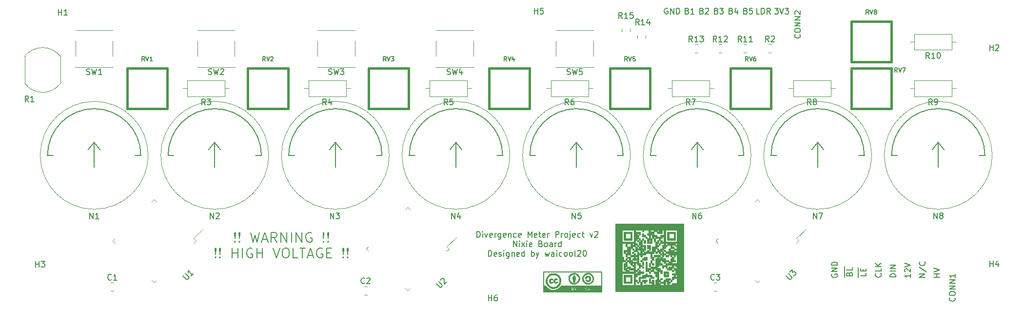
<source format=gbr>
G04 #@! TF.GenerationSoftware,KiCad,Pcbnew,5.1.7*
G04 #@! TF.CreationDate,2020-10-09T13:13:43+08:00*
G04 #@! TF.ProjectId,Nixie,4e697869-652e-46b6-9963-61645f706362,rev?*
G04 #@! TF.SameCoordinates,Original*
G04 #@! TF.FileFunction,Legend,Top*
G04 #@! TF.FilePolarity,Positive*
%FSLAX46Y46*%
G04 Gerber Fmt 4.6, Leading zero omitted, Abs format (unit mm)*
G04 Created by KiCad (PCBNEW 5.1.7) date 2020-10-09 13:13:43*
%MOMM*%
%LPD*%
G01*
G04 APERTURE LIST*
%ADD10C,0.150000*%
%ADD11C,0.200000*%
%ADD12C,0.010000*%
%ADD13C,0.120000*%
%ADD14C,0.381000*%
%ADD15C,0.152400*%
G04 APERTURE END LIST*
D10*
X193016142Y-74636095D02*
X193063761Y-74683714D01*
X193111380Y-74826571D01*
X193111380Y-74921809D01*
X193063761Y-75064666D01*
X192968523Y-75159904D01*
X192873285Y-75207523D01*
X192682809Y-75255142D01*
X192539952Y-75255142D01*
X192349476Y-75207523D01*
X192254238Y-75159904D01*
X192159000Y-75064666D01*
X192111380Y-74921809D01*
X192111380Y-74826571D01*
X192159000Y-74683714D01*
X192206619Y-74636095D01*
X192111380Y-74017047D02*
X192111380Y-73826571D01*
X192159000Y-73731333D01*
X192254238Y-73636095D01*
X192444714Y-73588476D01*
X192778047Y-73588476D01*
X192968523Y-73636095D01*
X193063761Y-73731333D01*
X193111380Y-73826571D01*
X193111380Y-74017047D01*
X193063761Y-74112285D01*
X192968523Y-74207523D01*
X192778047Y-74255142D01*
X192444714Y-74255142D01*
X192254238Y-74207523D01*
X192159000Y-74112285D01*
X192111380Y-74017047D01*
X193111380Y-73159904D02*
X192111380Y-73159904D01*
X193111380Y-72588476D01*
X192111380Y-72588476D01*
X193111380Y-72112285D02*
X192111380Y-72112285D01*
X193111380Y-71540857D01*
X192111380Y-71540857D01*
X192206619Y-71112285D02*
X192159000Y-71064666D01*
X192111380Y-70969428D01*
X192111380Y-70731333D01*
X192159000Y-70636095D01*
X192206619Y-70588476D01*
X192301857Y-70540857D01*
X192397095Y-70540857D01*
X192539952Y-70588476D01*
X193111380Y-71159904D01*
X193111380Y-70540857D01*
X219876642Y-120356095D02*
X219924261Y-120403714D01*
X219971880Y-120546571D01*
X219971880Y-120641809D01*
X219924261Y-120784666D01*
X219829023Y-120879904D01*
X219733785Y-120927523D01*
X219543309Y-120975142D01*
X219400452Y-120975142D01*
X219209976Y-120927523D01*
X219114738Y-120879904D01*
X219019500Y-120784666D01*
X218971880Y-120641809D01*
X218971880Y-120546571D01*
X219019500Y-120403714D01*
X219067119Y-120356095D01*
X218971880Y-119737047D02*
X218971880Y-119546571D01*
X219019500Y-119451333D01*
X219114738Y-119356095D01*
X219305214Y-119308476D01*
X219638547Y-119308476D01*
X219829023Y-119356095D01*
X219924261Y-119451333D01*
X219971880Y-119546571D01*
X219971880Y-119737047D01*
X219924261Y-119832285D01*
X219829023Y-119927523D01*
X219638547Y-119975142D01*
X219305214Y-119975142D01*
X219114738Y-119927523D01*
X219019500Y-119832285D01*
X218971880Y-119737047D01*
X219971880Y-118879904D02*
X218971880Y-118879904D01*
X219971880Y-118308476D01*
X218971880Y-118308476D01*
X219971880Y-117832285D02*
X218971880Y-117832285D01*
X219971880Y-117260857D01*
X218971880Y-117260857D01*
X219971880Y-116260857D02*
X219971880Y-116832285D01*
X219971880Y-116546571D02*
X218971880Y-116546571D01*
X219114738Y-116641809D01*
X219209976Y-116737047D01*
X219257595Y-116832285D01*
X217304880Y-116792285D02*
X216304880Y-116792285D01*
X216781071Y-116792285D02*
X216781071Y-116220857D01*
X217304880Y-116220857D02*
X216304880Y-116220857D01*
X216304880Y-115887523D02*
X217304880Y-115554190D01*
X216304880Y-115220857D01*
X214764880Y-116816023D02*
X213764880Y-116816023D01*
X214764880Y-116244595D01*
X213764880Y-116244595D01*
X213717261Y-115054119D02*
X215002976Y-115911261D01*
X214669642Y-114149357D02*
X214717261Y-114196976D01*
X214764880Y-114339833D01*
X214764880Y-114435071D01*
X214717261Y-114577928D01*
X214622023Y-114673166D01*
X214526785Y-114720785D01*
X214336309Y-114768404D01*
X214193452Y-114768404D01*
X214002976Y-114720785D01*
X213907738Y-114673166D01*
X213812500Y-114577928D01*
X213764880Y-114435071D01*
X213764880Y-114339833D01*
X213812500Y-114196976D01*
X213860119Y-114149357D01*
X212224880Y-116252547D02*
X212224880Y-116823976D01*
X212224880Y-116538261D02*
X211224880Y-116538261D01*
X211367738Y-116633500D01*
X211462976Y-116728738D01*
X211510595Y-116823976D01*
X211320119Y-115871595D02*
X211272500Y-115823976D01*
X211224880Y-115728738D01*
X211224880Y-115490642D01*
X211272500Y-115395404D01*
X211320119Y-115347785D01*
X211415357Y-115300166D01*
X211510595Y-115300166D01*
X211653452Y-115347785D01*
X212224880Y-115919214D01*
X212224880Y-115300166D01*
X211224880Y-115014452D02*
X212224880Y-114681119D01*
X211224880Y-114347785D01*
X209672180Y-116758909D02*
X208672180Y-116758909D01*
X208672180Y-116520814D01*
X208719800Y-116377957D01*
X208815038Y-116282719D01*
X208910276Y-116235100D01*
X209100752Y-116187480D01*
X209243609Y-116187480D01*
X209434085Y-116235100D01*
X209529323Y-116282719D01*
X209624561Y-116377957D01*
X209672180Y-116520814D01*
X209672180Y-116758909D01*
X209672180Y-115758909D02*
X208672180Y-115758909D01*
X209672180Y-115282719D02*
X208672180Y-115282719D01*
X209672180Y-114711290D01*
X208672180Y-114711290D01*
X207049642Y-116165238D02*
X207097261Y-116212857D01*
X207144880Y-116355714D01*
X207144880Y-116450952D01*
X207097261Y-116593809D01*
X207002023Y-116689047D01*
X206906785Y-116736666D01*
X206716309Y-116784285D01*
X206573452Y-116784285D01*
X206382976Y-116736666D01*
X206287738Y-116689047D01*
X206192500Y-116593809D01*
X206144880Y-116450952D01*
X206144880Y-116355714D01*
X206192500Y-116212857D01*
X206240119Y-116165238D01*
X207144880Y-115260476D02*
X207144880Y-115736666D01*
X206144880Y-115736666D01*
X207144880Y-114927142D02*
X206144880Y-114927142D01*
X207144880Y-114355714D02*
X206573452Y-114784285D01*
X206144880Y-114355714D02*
X206716309Y-114927142D01*
X203174000Y-116808142D02*
X203174000Y-115998619D01*
X204541380Y-116093857D02*
X204541380Y-116570047D01*
X203541380Y-116570047D01*
X203174000Y-115998619D02*
X203174000Y-115093857D01*
X204017571Y-115760523D02*
X204017571Y-115427190D01*
X204541380Y-115284333D02*
X204541380Y-115760523D01*
X203541380Y-115760523D01*
X203541380Y-115284333D01*
X200761000Y-116792261D02*
X200761000Y-115792261D01*
X201604571Y-116220833D02*
X201652190Y-116077976D01*
X201699809Y-116030357D01*
X201795047Y-115982738D01*
X201937904Y-115982738D01*
X202033142Y-116030357D01*
X202080761Y-116077976D01*
X202128380Y-116173214D01*
X202128380Y-116554166D01*
X201128380Y-116554166D01*
X201128380Y-116220833D01*
X201176000Y-116125595D01*
X201223619Y-116077976D01*
X201318857Y-116030357D01*
X201414095Y-116030357D01*
X201509333Y-116077976D01*
X201556952Y-116125595D01*
X201604571Y-116220833D01*
X201604571Y-116554166D01*
X200761000Y-115792261D02*
X200761000Y-114982738D01*
X202128380Y-115077976D02*
X202128380Y-115554166D01*
X201128380Y-115554166D01*
X198572500Y-116268404D02*
X198524880Y-116363642D01*
X198524880Y-116506500D01*
X198572500Y-116649357D01*
X198667738Y-116744595D01*
X198762976Y-116792214D01*
X198953452Y-116839833D01*
X199096309Y-116839833D01*
X199286785Y-116792214D01*
X199382023Y-116744595D01*
X199477261Y-116649357D01*
X199524880Y-116506500D01*
X199524880Y-116411261D01*
X199477261Y-116268404D01*
X199429642Y-116220785D01*
X199096309Y-116220785D01*
X199096309Y-116411261D01*
X199524880Y-115792214D02*
X198524880Y-115792214D01*
X199524880Y-115220785D01*
X198524880Y-115220785D01*
X199524880Y-114744595D02*
X198524880Y-114744595D01*
X198524880Y-114506500D01*
X198572500Y-114363642D01*
X198667738Y-114268404D01*
X198762976Y-114220785D01*
X198953452Y-114173166D01*
X199096309Y-114173166D01*
X199286785Y-114220785D01*
X199382023Y-114268404D01*
X199477261Y-114363642D01*
X199524880Y-114506500D01*
X199524880Y-114744595D01*
X188626904Y-70064380D02*
X189245952Y-70064380D01*
X188912619Y-70445333D01*
X189055476Y-70445333D01*
X189150714Y-70492952D01*
X189198333Y-70540571D01*
X189245952Y-70635809D01*
X189245952Y-70873904D01*
X189198333Y-70969142D01*
X189150714Y-71016761D01*
X189055476Y-71064380D01*
X188769761Y-71064380D01*
X188674523Y-71016761D01*
X188626904Y-70969142D01*
X189531666Y-70064380D02*
X189865000Y-71064380D01*
X190198333Y-70064380D01*
X190436428Y-70064380D02*
X191055476Y-70064380D01*
X190722142Y-70445333D01*
X190865000Y-70445333D01*
X190960238Y-70492952D01*
X191007857Y-70540571D01*
X191055476Y-70635809D01*
X191055476Y-70873904D01*
X191007857Y-70969142D01*
X190960238Y-71016761D01*
X190865000Y-71064380D01*
X190579285Y-71064380D01*
X190484047Y-71016761D01*
X190436428Y-70969142D01*
X185999523Y-71064380D02*
X185523333Y-71064380D01*
X185523333Y-70064380D01*
X186332857Y-71064380D02*
X186332857Y-70064380D01*
X186570952Y-70064380D01*
X186713809Y-70112000D01*
X186809047Y-70207238D01*
X186856666Y-70302476D01*
X186904285Y-70492952D01*
X186904285Y-70635809D01*
X186856666Y-70826285D01*
X186809047Y-70921523D01*
X186713809Y-71016761D01*
X186570952Y-71064380D01*
X186332857Y-71064380D01*
X187904285Y-71064380D02*
X187570952Y-70588190D01*
X187332857Y-71064380D02*
X187332857Y-70064380D01*
X187713809Y-70064380D01*
X187809047Y-70112000D01*
X187856666Y-70159619D01*
X187904285Y-70254857D01*
X187904285Y-70397714D01*
X187856666Y-70492952D01*
X187809047Y-70540571D01*
X187713809Y-70588190D01*
X187332857Y-70588190D01*
X183618238Y-70540571D02*
X183761095Y-70588190D01*
X183808714Y-70635809D01*
X183856333Y-70731047D01*
X183856333Y-70873904D01*
X183808714Y-70969142D01*
X183761095Y-71016761D01*
X183665857Y-71064380D01*
X183284904Y-71064380D01*
X183284904Y-70064380D01*
X183618238Y-70064380D01*
X183713476Y-70112000D01*
X183761095Y-70159619D01*
X183808714Y-70254857D01*
X183808714Y-70350095D01*
X183761095Y-70445333D01*
X183713476Y-70492952D01*
X183618238Y-70540571D01*
X183284904Y-70540571D01*
X184761095Y-70064380D02*
X184284904Y-70064380D01*
X184237285Y-70540571D01*
X184284904Y-70492952D01*
X184380142Y-70445333D01*
X184618238Y-70445333D01*
X184713476Y-70492952D01*
X184761095Y-70540571D01*
X184808714Y-70635809D01*
X184808714Y-70873904D01*
X184761095Y-70969142D01*
X184713476Y-71016761D01*
X184618238Y-71064380D01*
X184380142Y-71064380D01*
X184284904Y-71016761D01*
X184237285Y-70969142D01*
X181078238Y-70540571D02*
X181221095Y-70588190D01*
X181268714Y-70635809D01*
X181316333Y-70731047D01*
X181316333Y-70873904D01*
X181268714Y-70969142D01*
X181221095Y-71016761D01*
X181125857Y-71064380D01*
X180744904Y-71064380D01*
X180744904Y-70064380D01*
X181078238Y-70064380D01*
X181173476Y-70112000D01*
X181221095Y-70159619D01*
X181268714Y-70254857D01*
X181268714Y-70350095D01*
X181221095Y-70445333D01*
X181173476Y-70492952D01*
X181078238Y-70540571D01*
X180744904Y-70540571D01*
X182173476Y-70397714D02*
X182173476Y-71064380D01*
X181935380Y-70016761D02*
X181697285Y-70731047D01*
X182316333Y-70731047D01*
X178538238Y-70540571D02*
X178681095Y-70588190D01*
X178728714Y-70635809D01*
X178776333Y-70731047D01*
X178776333Y-70873904D01*
X178728714Y-70969142D01*
X178681095Y-71016761D01*
X178585857Y-71064380D01*
X178204904Y-71064380D01*
X178204904Y-70064380D01*
X178538238Y-70064380D01*
X178633476Y-70112000D01*
X178681095Y-70159619D01*
X178728714Y-70254857D01*
X178728714Y-70350095D01*
X178681095Y-70445333D01*
X178633476Y-70492952D01*
X178538238Y-70540571D01*
X178204904Y-70540571D01*
X179109666Y-70064380D02*
X179728714Y-70064380D01*
X179395380Y-70445333D01*
X179538238Y-70445333D01*
X179633476Y-70492952D01*
X179681095Y-70540571D01*
X179728714Y-70635809D01*
X179728714Y-70873904D01*
X179681095Y-70969142D01*
X179633476Y-71016761D01*
X179538238Y-71064380D01*
X179252523Y-71064380D01*
X179157285Y-71016761D01*
X179109666Y-70969142D01*
X175998238Y-70540571D02*
X176141095Y-70588190D01*
X176188714Y-70635809D01*
X176236333Y-70731047D01*
X176236333Y-70873904D01*
X176188714Y-70969142D01*
X176141095Y-71016761D01*
X176045857Y-71064380D01*
X175664904Y-71064380D01*
X175664904Y-70064380D01*
X175998238Y-70064380D01*
X176093476Y-70112000D01*
X176141095Y-70159619D01*
X176188714Y-70254857D01*
X176188714Y-70350095D01*
X176141095Y-70445333D01*
X176093476Y-70492952D01*
X175998238Y-70540571D01*
X175664904Y-70540571D01*
X176617285Y-70159619D02*
X176664904Y-70112000D01*
X176760142Y-70064380D01*
X176998238Y-70064380D01*
X177093476Y-70112000D01*
X177141095Y-70159619D01*
X177188714Y-70254857D01*
X177188714Y-70350095D01*
X177141095Y-70492952D01*
X176569666Y-71064380D01*
X177188714Y-71064380D01*
X173458238Y-70540571D02*
X173601095Y-70588190D01*
X173648714Y-70635809D01*
X173696333Y-70731047D01*
X173696333Y-70873904D01*
X173648714Y-70969142D01*
X173601095Y-71016761D01*
X173505857Y-71064380D01*
X173124904Y-71064380D01*
X173124904Y-70064380D01*
X173458238Y-70064380D01*
X173553476Y-70112000D01*
X173601095Y-70159619D01*
X173648714Y-70254857D01*
X173648714Y-70350095D01*
X173601095Y-70445333D01*
X173553476Y-70492952D01*
X173458238Y-70540571D01*
X173124904Y-70540571D01*
X174648714Y-71064380D02*
X174077285Y-71064380D01*
X174363000Y-71064380D02*
X174363000Y-70064380D01*
X174267761Y-70207238D01*
X174172523Y-70302476D01*
X174077285Y-70350095D01*
X170053095Y-70112000D02*
X169957857Y-70064380D01*
X169815000Y-70064380D01*
X169672142Y-70112000D01*
X169576904Y-70207238D01*
X169529285Y-70302476D01*
X169481666Y-70492952D01*
X169481666Y-70635809D01*
X169529285Y-70826285D01*
X169576904Y-70921523D01*
X169672142Y-71016761D01*
X169815000Y-71064380D01*
X169910238Y-71064380D01*
X170053095Y-71016761D01*
X170100714Y-70969142D01*
X170100714Y-70635809D01*
X169910238Y-70635809D01*
X170529285Y-71064380D02*
X170529285Y-70064380D01*
X171100714Y-71064380D01*
X171100714Y-70064380D01*
X171576904Y-71064380D02*
X171576904Y-70064380D01*
X171815000Y-70064380D01*
X171957857Y-70112000D01*
X172053095Y-70207238D01*
X172100714Y-70302476D01*
X172148333Y-70492952D01*
X172148333Y-70635809D01*
X172100714Y-70826285D01*
X172053095Y-70921523D01*
X171957857Y-71016761D01*
X171815000Y-71064380D01*
X171576904Y-71064380D01*
X136945409Y-109851180D02*
X136945409Y-108851180D01*
X137183504Y-108851180D01*
X137326361Y-108898800D01*
X137421600Y-108994038D01*
X137469219Y-109089276D01*
X137516838Y-109279752D01*
X137516838Y-109422609D01*
X137469219Y-109613085D01*
X137421600Y-109708323D01*
X137326361Y-109803561D01*
X137183504Y-109851180D01*
X136945409Y-109851180D01*
X137945409Y-109851180D02*
X137945409Y-109184514D01*
X137945409Y-108851180D02*
X137897790Y-108898800D01*
X137945409Y-108946419D01*
X137993028Y-108898800D01*
X137945409Y-108851180D01*
X137945409Y-108946419D01*
X138326361Y-109184514D02*
X138564457Y-109851180D01*
X138802552Y-109184514D01*
X139564457Y-109803561D02*
X139469219Y-109851180D01*
X139278742Y-109851180D01*
X139183504Y-109803561D01*
X139135885Y-109708323D01*
X139135885Y-109327371D01*
X139183504Y-109232133D01*
X139278742Y-109184514D01*
X139469219Y-109184514D01*
X139564457Y-109232133D01*
X139612076Y-109327371D01*
X139612076Y-109422609D01*
X139135885Y-109517847D01*
X140040647Y-109851180D02*
X140040647Y-109184514D01*
X140040647Y-109374990D02*
X140088266Y-109279752D01*
X140135885Y-109232133D01*
X140231123Y-109184514D01*
X140326361Y-109184514D01*
X141088266Y-109184514D02*
X141088266Y-109994038D01*
X141040647Y-110089276D01*
X140993028Y-110136895D01*
X140897790Y-110184514D01*
X140754933Y-110184514D01*
X140659695Y-110136895D01*
X141088266Y-109803561D02*
X140993028Y-109851180D01*
X140802552Y-109851180D01*
X140707314Y-109803561D01*
X140659695Y-109755942D01*
X140612076Y-109660704D01*
X140612076Y-109374990D01*
X140659695Y-109279752D01*
X140707314Y-109232133D01*
X140802552Y-109184514D01*
X140993028Y-109184514D01*
X141088266Y-109232133D01*
X141945409Y-109803561D02*
X141850171Y-109851180D01*
X141659695Y-109851180D01*
X141564457Y-109803561D01*
X141516838Y-109708323D01*
X141516838Y-109327371D01*
X141564457Y-109232133D01*
X141659695Y-109184514D01*
X141850171Y-109184514D01*
X141945409Y-109232133D01*
X141993028Y-109327371D01*
X141993028Y-109422609D01*
X141516838Y-109517847D01*
X142421600Y-109184514D02*
X142421600Y-109851180D01*
X142421600Y-109279752D02*
X142469219Y-109232133D01*
X142564457Y-109184514D01*
X142707314Y-109184514D01*
X142802552Y-109232133D01*
X142850171Y-109327371D01*
X142850171Y-109851180D01*
X143754933Y-109803561D02*
X143659695Y-109851180D01*
X143469219Y-109851180D01*
X143373980Y-109803561D01*
X143326361Y-109755942D01*
X143278742Y-109660704D01*
X143278742Y-109374990D01*
X143326361Y-109279752D01*
X143373980Y-109232133D01*
X143469219Y-109184514D01*
X143659695Y-109184514D01*
X143754933Y-109232133D01*
X144564457Y-109803561D02*
X144469219Y-109851180D01*
X144278742Y-109851180D01*
X144183504Y-109803561D01*
X144135885Y-109708323D01*
X144135885Y-109327371D01*
X144183504Y-109232133D01*
X144278742Y-109184514D01*
X144469219Y-109184514D01*
X144564457Y-109232133D01*
X144612076Y-109327371D01*
X144612076Y-109422609D01*
X144135885Y-109517847D01*
X145802552Y-109851180D02*
X145802552Y-108851180D01*
X146135885Y-109565466D01*
X146469219Y-108851180D01*
X146469219Y-109851180D01*
X147326361Y-109803561D02*
X147231123Y-109851180D01*
X147040647Y-109851180D01*
X146945409Y-109803561D01*
X146897790Y-109708323D01*
X146897790Y-109327371D01*
X146945409Y-109232133D01*
X147040647Y-109184514D01*
X147231123Y-109184514D01*
X147326361Y-109232133D01*
X147373980Y-109327371D01*
X147373980Y-109422609D01*
X146897790Y-109517847D01*
X147659695Y-109184514D02*
X148040647Y-109184514D01*
X147802552Y-108851180D02*
X147802552Y-109708323D01*
X147850171Y-109803561D01*
X147945409Y-109851180D01*
X148040647Y-109851180D01*
X148754933Y-109803561D02*
X148659695Y-109851180D01*
X148469219Y-109851180D01*
X148373980Y-109803561D01*
X148326361Y-109708323D01*
X148326361Y-109327371D01*
X148373980Y-109232133D01*
X148469219Y-109184514D01*
X148659695Y-109184514D01*
X148754933Y-109232133D01*
X148802552Y-109327371D01*
X148802552Y-109422609D01*
X148326361Y-109517847D01*
X149231123Y-109851180D02*
X149231123Y-109184514D01*
X149231123Y-109374990D02*
X149278742Y-109279752D01*
X149326361Y-109232133D01*
X149421600Y-109184514D01*
X149516838Y-109184514D01*
X150612076Y-109851180D02*
X150612076Y-108851180D01*
X150993028Y-108851180D01*
X151088266Y-108898800D01*
X151135885Y-108946419D01*
X151183504Y-109041657D01*
X151183504Y-109184514D01*
X151135885Y-109279752D01*
X151088266Y-109327371D01*
X150993028Y-109374990D01*
X150612076Y-109374990D01*
X151612076Y-109851180D02*
X151612076Y-109184514D01*
X151612076Y-109374990D02*
X151659695Y-109279752D01*
X151707314Y-109232133D01*
X151802552Y-109184514D01*
X151897790Y-109184514D01*
X152373980Y-109851180D02*
X152278742Y-109803561D01*
X152231123Y-109755942D01*
X152183504Y-109660704D01*
X152183504Y-109374990D01*
X152231123Y-109279752D01*
X152278742Y-109232133D01*
X152373980Y-109184514D01*
X152516838Y-109184514D01*
X152612076Y-109232133D01*
X152659695Y-109279752D01*
X152707314Y-109374990D01*
X152707314Y-109660704D01*
X152659695Y-109755942D01*
X152612076Y-109803561D01*
X152516838Y-109851180D01*
X152373980Y-109851180D01*
X153135885Y-109184514D02*
X153135885Y-110041657D01*
X153088266Y-110136895D01*
X152993028Y-110184514D01*
X152945409Y-110184514D01*
X153135885Y-108851180D02*
X153088266Y-108898800D01*
X153135885Y-108946419D01*
X153183504Y-108898800D01*
X153135885Y-108851180D01*
X153135885Y-108946419D01*
X153993028Y-109803561D02*
X153897790Y-109851180D01*
X153707314Y-109851180D01*
X153612076Y-109803561D01*
X153564457Y-109708323D01*
X153564457Y-109327371D01*
X153612076Y-109232133D01*
X153707314Y-109184514D01*
X153897790Y-109184514D01*
X153993028Y-109232133D01*
X154040647Y-109327371D01*
X154040647Y-109422609D01*
X153564457Y-109517847D01*
X154897790Y-109803561D02*
X154802552Y-109851180D01*
X154612076Y-109851180D01*
X154516838Y-109803561D01*
X154469219Y-109755942D01*
X154421600Y-109660704D01*
X154421600Y-109374990D01*
X154469219Y-109279752D01*
X154516838Y-109232133D01*
X154612076Y-109184514D01*
X154802552Y-109184514D01*
X154897790Y-109232133D01*
X155183504Y-109184514D02*
X155564457Y-109184514D01*
X155326361Y-108851180D02*
X155326361Y-109708323D01*
X155373980Y-109803561D01*
X155469219Y-109851180D01*
X155564457Y-109851180D01*
X156564457Y-109184514D02*
X156802552Y-109851180D01*
X157040647Y-109184514D01*
X157373980Y-108946419D02*
X157421600Y-108898800D01*
X157516838Y-108851180D01*
X157754933Y-108851180D01*
X157850171Y-108898800D01*
X157897790Y-108946419D01*
X157945409Y-109041657D01*
X157945409Y-109136895D01*
X157897790Y-109279752D01*
X157326361Y-109851180D01*
X157945409Y-109851180D01*
X143278742Y-111501180D02*
X143278742Y-110501180D01*
X143850171Y-111501180D01*
X143850171Y-110501180D01*
X144326361Y-111501180D02*
X144326361Y-110834514D01*
X144326361Y-110501180D02*
X144278742Y-110548800D01*
X144326361Y-110596419D01*
X144373980Y-110548800D01*
X144326361Y-110501180D01*
X144326361Y-110596419D01*
X144707314Y-111501180D02*
X145231123Y-110834514D01*
X144707314Y-110834514D02*
X145231123Y-111501180D01*
X145612076Y-111501180D02*
X145612076Y-110834514D01*
X145612076Y-110501180D02*
X145564457Y-110548800D01*
X145612076Y-110596419D01*
X145659695Y-110548800D01*
X145612076Y-110501180D01*
X145612076Y-110596419D01*
X146469219Y-111453561D02*
X146373980Y-111501180D01*
X146183504Y-111501180D01*
X146088266Y-111453561D01*
X146040647Y-111358323D01*
X146040647Y-110977371D01*
X146088266Y-110882133D01*
X146183504Y-110834514D01*
X146373980Y-110834514D01*
X146469219Y-110882133D01*
X146516838Y-110977371D01*
X146516838Y-111072609D01*
X146040647Y-111167847D01*
X148040647Y-110977371D02*
X148183504Y-111024990D01*
X148231123Y-111072609D01*
X148278742Y-111167847D01*
X148278742Y-111310704D01*
X148231123Y-111405942D01*
X148183504Y-111453561D01*
X148088266Y-111501180D01*
X147707314Y-111501180D01*
X147707314Y-110501180D01*
X148040647Y-110501180D01*
X148135885Y-110548800D01*
X148183504Y-110596419D01*
X148231123Y-110691657D01*
X148231123Y-110786895D01*
X148183504Y-110882133D01*
X148135885Y-110929752D01*
X148040647Y-110977371D01*
X147707314Y-110977371D01*
X148850171Y-111501180D02*
X148754933Y-111453561D01*
X148707314Y-111405942D01*
X148659695Y-111310704D01*
X148659695Y-111024990D01*
X148707314Y-110929752D01*
X148754933Y-110882133D01*
X148850171Y-110834514D01*
X148993028Y-110834514D01*
X149088266Y-110882133D01*
X149135885Y-110929752D01*
X149183504Y-111024990D01*
X149183504Y-111310704D01*
X149135885Y-111405942D01*
X149088266Y-111453561D01*
X148993028Y-111501180D01*
X148850171Y-111501180D01*
X150040647Y-111501180D02*
X150040647Y-110977371D01*
X149993028Y-110882133D01*
X149897790Y-110834514D01*
X149707314Y-110834514D01*
X149612076Y-110882133D01*
X150040647Y-111453561D02*
X149945409Y-111501180D01*
X149707314Y-111501180D01*
X149612076Y-111453561D01*
X149564457Y-111358323D01*
X149564457Y-111263085D01*
X149612076Y-111167847D01*
X149707314Y-111120228D01*
X149945409Y-111120228D01*
X150040647Y-111072609D01*
X150516838Y-111501180D02*
X150516838Y-110834514D01*
X150516838Y-111024990D02*
X150564457Y-110929752D01*
X150612076Y-110882133D01*
X150707314Y-110834514D01*
X150802552Y-110834514D01*
X151564457Y-111501180D02*
X151564457Y-110501180D01*
X151564457Y-111453561D02*
X151469219Y-111501180D01*
X151278742Y-111501180D01*
X151183504Y-111453561D01*
X151135885Y-111405942D01*
X151088266Y-111310704D01*
X151088266Y-111024990D01*
X151135885Y-110929752D01*
X151183504Y-110882133D01*
X151278742Y-110834514D01*
X151469219Y-110834514D01*
X151564457Y-110882133D01*
X138945409Y-113151180D02*
X138945409Y-112151180D01*
X139183504Y-112151180D01*
X139326361Y-112198800D01*
X139421600Y-112294038D01*
X139469219Y-112389276D01*
X139516838Y-112579752D01*
X139516838Y-112722609D01*
X139469219Y-112913085D01*
X139421600Y-113008323D01*
X139326361Y-113103561D01*
X139183504Y-113151180D01*
X138945409Y-113151180D01*
X140326361Y-113103561D02*
X140231123Y-113151180D01*
X140040647Y-113151180D01*
X139945409Y-113103561D01*
X139897790Y-113008323D01*
X139897790Y-112627371D01*
X139945409Y-112532133D01*
X140040647Y-112484514D01*
X140231123Y-112484514D01*
X140326361Y-112532133D01*
X140373980Y-112627371D01*
X140373980Y-112722609D01*
X139897790Y-112817847D01*
X140754933Y-113103561D02*
X140850171Y-113151180D01*
X141040647Y-113151180D01*
X141135885Y-113103561D01*
X141183504Y-113008323D01*
X141183504Y-112960704D01*
X141135885Y-112865466D01*
X141040647Y-112817847D01*
X140897790Y-112817847D01*
X140802552Y-112770228D01*
X140754933Y-112674990D01*
X140754933Y-112627371D01*
X140802552Y-112532133D01*
X140897790Y-112484514D01*
X141040647Y-112484514D01*
X141135885Y-112532133D01*
X141612076Y-113151180D02*
X141612076Y-112484514D01*
X141612076Y-112151180D02*
X141564457Y-112198800D01*
X141612076Y-112246419D01*
X141659695Y-112198800D01*
X141612076Y-112151180D01*
X141612076Y-112246419D01*
X142516838Y-112484514D02*
X142516838Y-113294038D01*
X142469219Y-113389276D01*
X142421600Y-113436895D01*
X142326361Y-113484514D01*
X142183504Y-113484514D01*
X142088266Y-113436895D01*
X142516838Y-113103561D02*
X142421600Y-113151180D01*
X142231123Y-113151180D01*
X142135885Y-113103561D01*
X142088266Y-113055942D01*
X142040647Y-112960704D01*
X142040647Y-112674990D01*
X142088266Y-112579752D01*
X142135885Y-112532133D01*
X142231123Y-112484514D01*
X142421600Y-112484514D01*
X142516838Y-112532133D01*
X142993028Y-112484514D02*
X142993028Y-113151180D01*
X142993028Y-112579752D02*
X143040647Y-112532133D01*
X143135885Y-112484514D01*
X143278742Y-112484514D01*
X143373980Y-112532133D01*
X143421600Y-112627371D01*
X143421600Y-113151180D01*
X144278742Y-113103561D02*
X144183504Y-113151180D01*
X143993028Y-113151180D01*
X143897790Y-113103561D01*
X143850171Y-113008323D01*
X143850171Y-112627371D01*
X143897790Y-112532133D01*
X143993028Y-112484514D01*
X144183504Y-112484514D01*
X144278742Y-112532133D01*
X144326361Y-112627371D01*
X144326361Y-112722609D01*
X143850171Y-112817847D01*
X145183504Y-113151180D02*
X145183504Y-112151180D01*
X145183504Y-113103561D02*
X145088266Y-113151180D01*
X144897790Y-113151180D01*
X144802552Y-113103561D01*
X144754933Y-113055942D01*
X144707314Y-112960704D01*
X144707314Y-112674990D01*
X144754933Y-112579752D01*
X144802552Y-112532133D01*
X144897790Y-112484514D01*
X145088266Y-112484514D01*
X145183504Y-112532133D01*
X146421600Y-113151180D02*
X146421600Y-112151180D01*
X146421600Y-112532133D02*
X146516838Y-112484514D01*
X146707314Y-112484514D01*
X146802552Y-112532133D01*
X146850171Y-112579752D01*
X146897790Y-112674990D01*
X146897790Y-112960704D01*
X146850171Y-113055942D01*
X146802552Y-113103561D01*
X146707314Y-113151180D01*
X146516838Y-113151180D01*
X146421600Y-113103561D01*
X147231123Y-112484514D02*
X147469219Y-113151180D01*
X147707314Y-112484514D02*
X147469219Y-113151180D01*
X147373980Y-113389276D01*
X147326361Y-113436895D01*
X147231123Y-113484514D01*
X148754933Y-112484514D02*
X148945409Y-113151180D01*
X149135885Y-112674990D01*
X149326361Y-113151180D01*
X149516838Y-112484514D01*
X150326361Y-113151180D02*
X150326361Y-112627371D01*
X150278742Y-112532133D01*
X150183504Y-112484514D01*
X149993028Y-112484514D01*
X149897790Y-112532133D01*
X150326361Y-113103561D02*
X150231123Y-113151180D01*
X149993028Y-113151180D01*
X149897790Y-113103561D01*
X149850171Y-113008323D01*
X149850171Y-112913085D01*
X149897790Y-112817847D01*
X149993028Y-112770228D01*
X150231123Y-112770228D01*
X150326361Y-112722609D01*
X150802552Y-113151180D02*
X150802552Y-112484514D01*
X150802552Y-112151180D02*
X150754933Y-112198800D01*
X150802552Y-112246419D01*
X150850171Y-112198800D01*
X150802552Y-112151180D01*
X150802552Y-112246419D01*
X151707314Y-113103561D02*
X151612076Y-113151180D01*
X151421600Y-113151180D01*
X151326361Y-113103561D01*
X151278742Y-113055942D01*
X151231123Y-112960704D01*
X151231123Y-112674990D01*
X151278742Y-112579752D01*
X151326361Y-112532133D01*
X151421600Y-112484514D01*
X151612076Y-112484514D01*
X151707314Y-112532133D01*
X152278742Y-113151180D02*
X152183504Y-113103561D01*
X152135885Y-113055942D01*
X152088266Y-112960704D01*
X152088266Y-112674990D01*
X152135885Y-112579752D01*
X152183504Y-112532133D01*
X152278742Y-112484514D01*
X152421600Y-112484514D01*
X152516838Y-112532133D01*
X152564457Y-112579752D01*
X152612076Y-112674990D01*
X152612076Y-112960704D01*
X152564457Y-113055942D01*
X152516838Y-113103561D01*
X152421600Y-113151180D01*
X152278742Y-113151180D01*
X153183504Y-113151180D02*
X153088266Y-113103561D01*
X153040647Y-113055942D01*
X152993028Y-112960704D01*
X152993028Y-112674990D01*
X153040647Y-112579752D01*
X153088266Y-112532133D01*
X153183504Y-112484514D01*
X153326361Y-112484514D01*
X153421600Y-112532133D01*
X153469219Y-112579752D01*
X153516838Y-112674990D01*
X153516838Y-112960704D01*
X153469219Y-113055942D01*
X153421600Y-113103561D01*
X153326361Y-113151180D01*
X153183504Y-113151180D01*
X154088266Y-113151180D02*
X153993028Y-113103561D01*
X153945409Y-113008323D01*
X153945409Y-112151180D01*
X154421600Y-112246419D02*
X154469219Y-112198800D01*
X154564457Y-112151180D01*
X154802552Y-112151180D01*
X154897790Y-112198800D01*
X154945409Y-112246419D01*
X154993028Y-112341657D01*
X154993028Y-112436895D01*
X154945409Y-112579752D01*
X154373980Y-113151180D01*
X154993028Y-113151180D01*
X155612076Y-112151180D02*
X155707314Y-112151180D01*
X155802552Y-112198800D01*
X155850171Y-112246419D01*
X155897790Y-112341657D01*
X155945409Y-112532133D01*
X155945409Y-112770228D01*
X155897790Y-112960704D01*
X155850171Y-113055942D01*
X155802552Y-113103561D01*
X155707314Y-113151180D01*
X155612076Y-113151180D01*
X155516838Y-113103561D01*
X155469219Y-113055942D01*
X155421600Y-112960704D01*
X155373980Y-112770228D01*
X155373980Y-112532133D01*
X155421600Y-112341657D01*
X155469219Y-112246419D01*
X155516838Y-112198800D01*
X155612076Y-112151180D01*
D11*
X94927161Y-110547842D02*
X95008114Y-110628795D01*
X94927161Y-110709747D01*
X94846209Y-110628795D01*
X94927161Y-110547842D01*
X94927161Y-110709747D01*
X94927161Y-110062128D02*
X94846209Y-109090700D01*
X94927161Y-109009747D01*
X95008114Y-109090700D01*
X94927161Y-110062128D01*
X94927161Y-109009747D01*
X95736685Y-110547842D02*
X95817638Y-110628795D01*
X95736685Y-110709747D01*
X95655733Y-110628795D01*
X95736685Y-110547842D01*
X95736685Y-110709747D01*
X95736685Y-110062128D02*
X95655733Y-109090700D01*
X95736685Y-109009747D01*
X95817638Y-109090700D01*
X95736685Y-110062128D01*
X95736685Y-109009747D01*
X97679542Y-109009747D02*
X98084304Y-110709747D01*
X98408114Y-109495461D01*
X98731923Y-110709747D01*
X99136685Y-109009747D01*
X99703352Y-110224033D02*
X100512876Y-110224033D01*
X99541447Y-110709747D02*
X100108114Y-109009747D01*
X100674780Y-110709747D01*
X102212876Y-110709747D02*
X101646209Y-109900223D01*
X101241447Y-110709747D02*
X101241447Y-109009747D01*
X101889066Y-109009747D01*
X102050971Y-109090700D01*
X102131923Y-109171652D01*
X102212876Y-109333557D01*
X102212876Y-109576414D01*
X102131923Y-109738319D01*
X102050971Y-109819271D01*
X101889066Y-109900223D01*
X101241447Y-109900223D01*
X102941447Y-110709747D02*
X102941447Y-109009747D01*
X103912876Y-110709747D01*
X103912876Y-109009747D01*
X104722400Y-110709747D02*
X104722400Y-109009747D01*
X105531923Y-110709747D02*
X105531923Y-109009747D01*
X106503352Y-110709747D01*
X106503352Y-109009747D01*
X108203352Y-109090700D02*
X108041447Y-109009747D01*
X107798590Y-109009747D01*
X107555733Y-109090700D01*
X107393828Y-109252604D01*
X107312876Y-109414509D01*
X107231923Y-109738319D01*
X107231923Y-109981176D01*
X107312876Y-110304985D01*
X107393828Y-110466890D01*
X107555733Y-110628795D01*
X107798590Y-110709747D01*
X107960495Y-110709747D01*
X108203352Y-110628795D01*
X108284304Y-110547842D01*
X108284304Y-109981176D01*
X107960495Y-109981176D01*
X110308114Y-110547842D02*
X110389066Y-110628795D01*
X110308114Y-110709747D01*
X110227161Y-110628795D01*
X110308114Y-110547842D01*
X110308114Y-110709747D01*
X110308114Y-110062128D02*
X110227161Y-109090700D01*
X110308114Y-109009747D01*
X110389066Y-109090700D01*
X110308114Y-110062128D01*
X110308114Y-109009747D01*
X111117638Y-110547842D02*
X111198590Y-110628795D01*
X111117638Y-110709747D01*
X111036685Y-110628795D01*
X111117638Y-110547842D01*
X111117638Y-110709747D01*
X111117638Y-110062128D02*
X111036685Y-109090700D01*
X111117638Y-109009747D01*
X111198590Y-109090700D01*
X111117638Y-110062128D01*
X111117638Y-109009747D01*
X91527161Y-113297842D02*
X91608114Y-113378795D01*
X91527161Y-113459747D01*
X91446209Y-113378795D01*
X91527161Y-113297842D01*
X91527161Y-113459747D01*
X91527161Y-112812128D02*
X91446209Y-111840700D01*
X91527161Y-111759747D01*
X91608114Y-111840700D01*
X91527161Y-112812128D01*
X91527161Y-111759747D01*
X92336685Y-113297842D02*
X92417638Y-113378795D01*
X92336685Y-113459747D01*
X92255733Y-113378795D01*
X92336685Y-113297842D01*
X92336685Y-113459747D01*
X92336685Y-112812128D02*
X92255733Y-111840700D01*
X92336685Y-111759747D01*
X92417638Y-111840700D01*
X92336685Y-112812128D01*
X92336685Y-111759747D01*
X94441447Y-113459747D02*
X94441447Y-111759747D01*
X94441447Y-112569271D02*
X95412876Y-112569271D01*
X95412876Y-113459747D02*
X95412876Y-111759747D01*
X96222400Y-113459747D02*
X96222400Y-111759747D01*
X97922400Y-111840700D02*
X97760495Y-111759747D01*
X97517638Y-111759747D01*
X97274780Y-111840700D01*
X97112876Y-112002604D01*
X97031923Y-112164509D01*
X96950971Y-112488319D01*
X96950971Y-112731176D01*
X97031923Y-113054985D01*
X97112876Y-113216890D01*
X97274780Y-113378795D01*
X97517638Y-113459747D01*
X97679542Y-113459747D01*
X97922400Y-113378795D01*
X98003352Y-113297842D01*
X98003352Y-112731176D01*
X97679542Y-112731176D01*
X98731923Y-113459747D02*
X98731923Y-111759747D01*
X98731923Y-112569271D02*
X99703352Y-112569271D01*
X99703352Y-113459747D02*
X99703352Y-111759747D01*
X101565257Y-111759747D02*
X102131923Y-113459747D01*
X102698590Y-111759747D01*
X103589066Y-111759747D02*
X103912876Y-111759747D01*
X104074780Y-111840700D01*
X104236685Y-112002604D01*
X104317638Y-112326414D01*
X104317638Y-112893080D01*
X104236685Y-113216890D01*
X104074780Y-113378795D01*
X103912876Y-113459747D01*
X103589066Y-113459747D01*
X103427161Y-113378795D01*
X103265257Y-113216890D01*
X103184304Y-112893080D01*
X103184304Y-112326414D01*
X103265257Y-112002604D01*
X103427161Y-111840700D01*
X103589066Y-111759747D01*
X105855733Y-113459747D02*
X105046209Y-113459747D01*
X105046209Y-111759747D01*
X106179542Y-111759747D02*
X107150971Y-111759747D01*
X106665257Y-113459747D02*
X106665257Y-111759747D01*
X107636685Y-112974033D02*
X108446209Y-112974033D01*
X107474780Y-113459747D02*
X108041447Y-111759747D01*
X108608114Y-113459747D01*
X110065257Y-111840700D02*
X109903352Y-111759747D01*
X109660495Y-111759747D01*
X109417638Y-111840700D01*
X109255733Y-112002604D01*
X109174780Y-112164509D01*
X109093828Y-112488319D01*
X109093828Y-112731176D01*
X109174780Y-113054985D01*
X109255733Y-113216890D01*
X109417638Y-113378795D01*
X109660495Y-113459747D01*
X109822400Y-113459747D01*
X110065257Y-113378795D01*
X110146209Y-113297842D01*
X110146209Y-112731176D01*
X109822400Y-112731176D01*
X110874780Y-112569271D02*
X111441447Y-112569271D01*
X111684304Y-113459747D02*
X110874780Y-113459747D01*
X110874780Y-111759747D01*
X111684304Y-111759747D01*
X113708114Y-113297842D02*
X113789066Y-113378795D01*
X113708114Y-113459747D01*
X113627161Y-113378795D01*
X113708114Y-113297842D01*
X113708114Y-113459747D01*
X113708114Y-112812128D02*
X113627161Y-111840700D01*
X113708114Y-111759747D01*
X113789066Y-111840700D01*
X113708114Y-112812128D01*
X113708114Y-111759747D01*
X114517638Y-113297842D02*
X114598590Y-113378795D01*
X114517638Y-113459747D01*
X114436685Y-113378795D01*
X114517638Y-113297842D01*
X114517638Y-113459747D01*
X114517638Y-112812128D02*
X114436685Y-111840700D01*
X114517638Y-111759747D01*
X114598590Y-111840700D01*
X114517638Y-112812128D01*
X114517638Y-111759747D01*
D12*
G04 #@! TO.C,G\u002A\u002A\u002A*
G36*
X153969888Y-115768882D02*
G01*
X154531452Y-115769707D01*
X155081484Y-115771166D01*
X155613569Y-115773258D01*
X156121295Y-115775987D01*
X156598249Y-115779351D01*
X157038018Y-115783349D01*
X157434188Y-115787982D01*
X157780347Y-115793250D01*
X158070080Y-115799153D01*
X158296976Y-115805691D01*
X158454621Y-115812863D01*
X158536601Y-115820671D01*
X158546800Y-115824000D01*
X158560334Y-115860781D01*
X158571497Y-115945265D01*
X158580448Y-116082978D01*
X158587344Y-116279447D01*
X158592343Y-116540196D01*
X158595602Y-116870754D01*
X158597281Y-117276645D01*
X158597600Y-117602000D01*
X158597600Y-119329200D01*
X148437600Y-119329200D01*
X148437600Y-117602000D01*
X148438283Y-117141154D01*
X148438429Y-117115166D01*
X148522266Y-117115166D01*
X148522266Y-118270866D01*
X148704645Y-118270866D01*
X148825541Y-118279552D01*
X148908234Y-118318667D01*
X148989802Y-118407798D01*
X149007283Y-118430741D01*
X149248303Y-118684828D01*
X149531419Y-118870906D01*
X149844716Y-118986166D01*
X150176277Y-119027798D01*
X150514186Y-118992992D01*
X150846526Y-118878940D01*
X150866800Y-118869136D01*
X150948318Y-118821200D01*
X153263600Y-118821200D01*
X153263600Y-119117533D01*
X153414549Y-119117533D01*
X153541493Y-119105350D01*
X153643277Y-119075815D01*
X153647383Y-119073710D01*
X153709118Y-119007606D01*
X153729401Y-118920654D01*
X153700537Y-118851614D01*
X153692610Y-118845875D01*
X153671951Y-118792049D01*
X153676231Y-118717149D01*
X153674397Y-118631941D01*
X153623415Y-118589156D01*
X153793306Y-118589156D01*
X153839221Y-118695384D01*
X153851018Y-118715978D01*
X153909620Y-118845588D01*
X153939825Y-118971576D01*
X153940933Y-118992953D01*
X153960172Y-119091995D01*
X154004433Y-119117533D01*
X154055432Y-119080615D01*
X154067933Y-119009503D01*
X154088952Y-118905265D01*
X154141448Y-118776454D01*
X154162492Y-118737173D01*
X154184942Y-118688108D01*
X155634266Y-118688108D01*
X155666467Y-118785278D01*
X155768548Y-118852813D01*
X155856516Y-118879669D01*
X155940717Y-118913119D01*
X155972933Y-118950335D01*
X155940506Y-119004831D01*
X155865519Y-119018091D01*
X155781414Y-118986192D01*
X155766939Y-118974500D01*
X155682524Y-118913435D01*
X155640525Y-118923229D01*
X155634266Y-118960900D01*
X155669903Y-119047580D01*
X155758481Y-119101635D01*
X155872502Y-119116855D01*
X155916317Y-119105185D01*
X156117058Y-119105185D01*
X156154374Y-119117533D01*
X156223812Y-119083306D01*
X156242242Y-119054033D01*
X156300299Y-119001623D01*
X156391484Y-118995847D01*
X156478815Y-119035873D01*
X156501124Y-119059858D01*
X156561628Y-119109552D01*
X156596538Y-119112775D01*
X156607233Y-119068537D01*
X156588326Y-118972338D01*
X156548719Y-118847623D01*
X156497314Y-118717838D01*
X156443010Y-118606427D01*
X156394710Y-118536835D01*
X156373335Y-118524866D01*
X156329096Y-118561328D01*
X156273300Y-118655401D01*
X156233621Y-118747116D01*
X156181329Y-118884762D01*
X156137756Y-118998407D01*
X156120216Y-119043450D01*
X156117058Y-119105185D01*
X155916317Y-119105185D01*
X155984469Y-119087033D01*
X156033409Y-119051009D01*
X156087509Y-118991764D01*
X156094484Y-118946236D01*
X156075023Y-118890209D01*
X156020789Y-118834494D01*
X155920425Y-118782865D01*
X155903497Y-118776907D01*
X155821630Y-118734136D01*
X155778475Y-118684279D01*
X155782095Y-118647462D01*
X155840555Y-118643810D01*
X155851225Y-118646444D01*
X155943345Y-118671853D01*
X155983516Y-118683131D01*
X156046073Y-118683539D01*
X156052865Y-118646820D01*
X156009373Y-118594308D01*
X155951766Y-118559497D01*
X155834652Y-118537541D01*
X155724581Y-118565230D01*
X155650089Y-118631005D01*
X155634266Y-118688108D01*
X154184942Y-118688108D01*
X154215169Y-118622047D01*
X154223738Y-118550704D01*
X154194219Y-118534187D01*
X154132631Y-118583541D01*
X154100677Y-118623773D01*
X154013322Y-118743693D01*
X153917422Y-118623696D01*
X153838818Y-118544403D01*
X153795308Y-118535859D01*
X153793306Y-118589156D01*
X153623415Y-118589156D01*
X153612927Y-118580355D01*
X153583131Y-118567972D01*
X153458848Y-118534873D01*
X153366677Y-118524866D01*
X153312809Y-118529566D01*
X153281977Y-118555954D01*
X153267770Y-118622463D01*
X153263775Y-118747527D01*
X153263600Y-118821200D01*
X150948318Y-118821200D01*
X151010136Y-118784849D01*
X151159704Y-118674785D01*
X151298410Y-118554466D01*
X151409159Y-118439415D01*
X151474858Y-118345154D01*
X151485600Y-118307239D01*
X151526896Y-118301678D01*
X151646638Y-118296375D01*
X151838604Y-118291397D01*
X152096574Y-118286806D01*
X152414326Y-118282667D01*
X152785639Y-118279045D01*
X153204293Y-118276005D01*
X153664067Y-118273610D01*
X154158739Y-118271925D01*
X154682088Y-118271014D01*
X154999266Y-118270866D01*
X158512933Y-118270866D01*
X158512933Y-117115166D01*
X158511759Y-116738355D01*
X158508067Y-116440058D01*
X158501597Y-116214150D01*
X158492093Y-116054509D01*
X158479296Y-115955011D01*
X158462949Y-115909533D01*
X158462133Y-115908666D01*
X158412426Y-115900536D01*
X158284524Y-115893052D01*
X158084895Y-115886213D01*
X157820010Y-115880021D01*
X157496337Y-115874474D01*
X157120344Y-115869574D01*
X156698502Y-115865319D01*
X156237279Y-115861710D01*
X155743144Y-115858747D01*
X155222566Y-115856430D01*
X154682014Y-115854758D01*
X154127958Y-115853733D01*
X153566866Y-115853353D01*
X153005207Y-115853620D01*
X152449451Y-115854532D01*
X151906067Y-115856090D01*
X151381522Y-115858294D01*
X150882288Y-115861144D01*
X150414832Y-115864640D01*
X149985623Y-115868782D01*
X149601132Y-115873569D01*
X149267826Y-115879003D01*
X148992175Y-115885082D01*
X148780647Y-115891807D01*
X148639713Y-115899178D01*
X148575840Y-115907195D01*
X148573066Y-115908666D01*
X148556555Y-115951877D01*
X148543605Y-116048835D01*
X148533959Y-116205663D01*
X148527360Y-116428485D01*
X148523549Y-116723423D01*
X148522268Y-117096602D01*
X148522266Y-117115166D01*
X148438429Y-117115166D01*
X148440440Y-116759439D01*
X148444227Y-116451328D01*
X148449803Y-116211294D01*
X148457325Y-116033812D01*
X148466951Y-115913356D01*
X148478840Y-115844398D01*
X148488399Y-115824000D01*
X148538044Y-115815936D01*
X148665939Y-115808508D01*
X148865672Y-115801714D01*
X149130830Y-115795555D01*
X149455000Y-115790031D01*
X149831768Y-115785142D01*
X150254722Y-115780887D01*
X150717449Y-115777267D01*
X151213534Y-115774283D01*
X151736565Y-115771934D01*
X152280129Y-115770219D01*
X152837813Y-115769138D01*
X153403204Y-115768693D01*
X153969888Y-115768882D01*
G37*
X153969888Y-115768882D02*
X154531452Y-115769707D01*
X155081484Y-115771166D01*
X155613569Y-115773258D01*
X156121295Y-115775987D01*
X156598249Y-115779351D01*
X157038018Y-115783349D01*
X157434188Y-115787982D01*
X157780347Y-115793250D01*
X158070080Y-115799153D01*
X158296976Y-115805691D01*
X158454621Y-115812863D01*
X158536601Y-115820671D01*
X158546800Y-115824000D01*
X158560334Y-115860781D01*
X158571497Y-115945265D01*
X158580448Y-116082978D01*
X158587344Y-116279447D01*
X158592343Y-116540196D01*
X158595602Y-116870754D01*
X158597281Y-117276645D01*
X158597600Y-117602000D01*
X158597600Y-119329200D01*
X148437600Y-119329200D01*
X148437600Y-117602000D01*
X148438283Y-117141154D01*
X148438429Y-117115166D01*
X148522266Y-117115166D01*
X148522266Y-118270866D01*
X148704645Y-118270866D01*
X148825541Y-118279552D01*
X148908234Y-118318667D01*
X148989802Y-118407798D01*
X149007283Y-118430741D01*
X149248303Y-118684828D01*
X149531419Y-118870906D01*
X149844716Y-118986166D01*
X150176277Y-119027798D01*
X150514186Y-118992992D01*
X150846526Y-118878940D01*
X150866800Y-118869136D01*
X150948318Y-118821200D01*
X153263600Y-118821200D01*
X153263600Y-119117533D01*
X153414549Y-119117533D01*
X153541493Y-119105350D01*
X153643277Y-119075815D01*
X153647383Y-119073710D01*
X153709118Y-119007606D01*
X153729401Y-118920654D01*
X153700537Y-118851614D01*
X153692610Y-118845875D01*
X153671951Y-118792049D01*
X153676231Y-118717149D01*
X153674397Y-118631941D01*
X153623415Y-118589156D01*
X153793306Y-118589156D01*
X153839221Y-118695384D01*
X153851018Y-118715978D01*
X153909620Y-118845588D01*
X153939825Y-118971576D01*
X153940933Y-118992953D01*
X153960172Y-119091995D01*
X154004433Y-119117533D01*
X154055432Y-119080615D01*
X154067933Y-119009503D01*
X154088952Y-118905265D01*
X154141448Y-118776454D01*
X154162492Y-118737173D01*
X154184942Y-118688108D01*
X155634266Y-118688108D01*
X155666467Y-118785278D01*
X155768548Y-118852813D01*
X155856516Y-118879669D01*
X155940717Y-118913119D01*
X155972933Y-118950335D01*
X155940506Y-119004831D01*
X155865519Y-119018091D01*
X155781414Y-118986192D01*
X155766939Y-118974500D01*
X155682524Y-118913435D01*
X155640525Y-118923229D01*
X155634266Y-118960900D01*
X155669903Y-119047580D01*
X155758481Y-119101635D01*
X155872502Y-119116855D01*
X155916317Y-119105185D01*
X156117058Y-119105185D01*
X156154374Y-119117533D01*
X156223812Y-119083306D01*
X156242242Y-119054033D01*
X156300299Y-119001623D01*
X156391484Y-118995847D01*
X156478815Y-119035873D01*
X156501124Y-119059858D01*
X156561628Y-119109552D01*
X156596538Y-119112775D01*
X156607233Y-119068537D01*
X156588326Y-118972338D01*
X156548719Y-118847623D01*
X156497314Y-118717838D01*
X156443010Y-118606427D01*
X156394710Y-118536835D01*
X156373335Y-118524866D01*
X156329096Y-118561328D01*
X156273300Y-118655401D01*
X156233621Y-118747116D01*
X156181329Y-118884762D01*
X156137756Y-118998407D01*
X156120216Y-119043450D01*
X156117058Y-119105185D01*
X155916317Y-119105185D01*
X155984469Y-119087033D01*
X156033409Y-119051009D01*
X156087509Y-118991764D01*
X156094484Y-118946236D01*
X156075023Y-118890209D01*
X156020789Y-118834494D01*
X155920425Y-118782865D01*
X155903497Y-118776907D01*
X155821630Y-118734136D01*
X155778475Y-118684279D01*
X155782095Y-118647462D01*
X155840555Y-118643810D01*
X155851225Y-118646444D01*
X155943345Y-118671853D01*
X155983516Y-118683131D01*
X156046073Y-118683539D01*
X156052865Y-118646820D01*
X156009373Y-118594308D01*
X155951766Y-118559497D01*
X155834652Y-118537541D01*
X155724581Y-118565230D01*
X155650089Y-118631005D01*
X155634266Y-118688108D01*
X154184942Y-118688108D01*
X154215169Y-118622047D01*
X154223738Y-118550704D01*
X154194219Y-118534187D01*
X154132631Y-118583541D01*
X154100677Y-118623773D01*
X154013322Y-118743693D01*
X153917422Y-118623696D01*
X153838818Y-118544403D01*
X153795308Y-118535859D01*
X153793306Y-118589156D01*
X153623415Y-118589156D01*
X153612927Y-118580355D01*
X153583131Y-118567972D01*
X153458848Y-118534873D01*
X153366677Y-118524866D01*
X153312809Y-118529566D01*
X153281977Y-118555954D01*
X153267770Y-118622463D01*
X153263775Y-118747527D01*
X153263600Y-118821200D01*
X150948318Y-118821200D01*
X151010136Y-118784849D01*
X151159704Y-118674785D01*
X151298410Y-118554466D01*
X151409159Y-118439415D01*
X151474858Y-118345154D01*
X151485600Y-118307239D01*
X151526896Y-118301678D01*
X151646638Y-118296375D01*
X151838604Y-118291397D01*
X152096574Y-118286806D01*
X152414326Y-118282667D01*
X152785639Y-118279045D01*
X153204293Y-118276005D01*
X153664067Y-118273610D01*
X154158739Y-118271925D01*
X154682088Y-118271014D01*
X154999266Y-118270866D01*
X158512933Y-118270866D01*
X158512933Y-117115166D01*
X158511759Y-116738355D01*
X158508067Y-116440058D01*
X158501597Y-116214150D01*
X158492093Y-116054509D01*
X158479296Y-115955011D01*
X158462949Y-115909533D01*
X158462133Y-115908666D01*
X158412426Y-115900536D01*
X158284524Y-115893052D01*
X158084895Y-115886213D01*
X157820010Y-115880021D01*
X157496337Y-115874474D01*
X157120344Y-115869574D01*
X156698502Y-115865319D01*
X156237279Y-115861710D01*
X155743144Y-115858747D01*
X155222566Y-115856430D01*
X154682014Y-115854758D01*
X154127958Y-115853733D01*
X153566866Y-115853353D01*
X153005207Y-115853620D01*
X152449451Y-115854532D01*
X151906067Y-115856090D01*
X151381522Y-115858294D01*
X150882288Y-115861144D01*
X150414832Y-115864640D01*
X149985623Y-115868782D01*
X149601132Y-115873569D01*
X149267826Y-115879003D01*
X148992175Y-115885082D01*
X148780647Y-115891807D01*
X148639713Y-115899178D01*
X148575840Y-115907195D01*
X148573066Y-115908666D01*
X148556555Y-115951877D01*
X148543605Y-116048835D01*
X148533959Y-116205663D01*
X148527360Y-116428485D01*
X148523549Y-116723423D01*
X148522268Y-117096602D01*
X148522266Y-117115166D01*
X148438429Y-117115166D01*
X148440440Y-116759439D01*
X148444227Y-116451328D01*
X148449803Y-116211294D01*
X148457325Y-116033812D01*
X148466951Y-115913356D01*
X148478840Y-115844398D01*
X148488399Y-115824000D01*
X148538044Y-115815936D01*
X148665939Y-115808508D01*
X148865672Y-115801714D01*
X149130830Y-115795555D01*
X149455000Y-115790031D01*
X149831768Y-115785142D01*
X150254722Y-115780887D01*
X150717449Y-115777267D01*
X151213534Y-115774283D01*
X151736565Y-115771934D01*
X152280129Y-115770219D01*
X152837813Y-115769138D01*
X153403204Y-115768693D01*
X153969888Y-115768882D01*
G36*
X153567716Y-118902977D02*
G01*
X153591687Y-118948630D01*
X153550938Y-118984088D01*
X153499961Y-118990533D01*
X153411193Y-118968347D01*
X153390600Y-118924089D01*
X153422657Y-118873604D01*
X153482534Y-118871172D01*
X153567716Y-118902977D01*
G37*
X153567716Y-118902977D02*
X153591687Y-118948630D01*
X153550938Y-118984088D01*
X153499961Y-118990533D01*
X153411193Y-118968347D01*
X153390600Y-118924089D01*
X153422657Y-118873604D01*
X153482534Y-118871172D01*
X153567716Y-118902977D01*
G36*
X153544218Y-118678336D02*
G01*
X153559933Y-118715366D01*
X153524640Y-118767080D01*
X153475266Y-118778866D01*
X153406314Y-118752396D01*
X153390600Y-118715366D01*
X153425893Y-118663652D01*
X153475266Y-118651866D01*
X153544218Y-118678336D01*
G37*
X153544218Y-118678336D02*
X153559933Y-118715366D01*
X153524640Y-118767080D01*
X153475266Y-118778866D01*
X153406314Y-118752396D01*
X153390600Y-118715366D01*
X153425893Y-118663652D01*
X153475266Y-118651866D01*
X153544218Y-118678336D01*
G36*
X156395618Y-118722487D02*
G01*
X156410607Y-118804426D01*
X156421962Y-118838904D01*
X156418032Y-118895503D01*
X156379629Y-118905866D01*
X156320901Y-118879137D01*
X156312248Y-118852950D01*
X156326383Y-118792041D01*
X156356215Y-118733721D01*
X156384845Y-118704436D01*
X156395618Y-118722487D01*
G37*
X156395618Y-118722487D02*
X156410607Y-118804426D01*
X156421962Y-118838904D01*
X156418032Y-118895503D01*
X156379629Y-118905866D01*
X156320901Y-118879137D01*
X156312248Y-118852950D01*
X156326383Y-118792041D01*
X156356215Y-118733721D01*
X156384845Y-118704436D01*
X156395618Y-118722487D01*
G36*
X150246709Y-116119246D02*
G01*
X150274371Y-116120722D01*
X150560466Y-116155600D01*
X150794239Y-116232848D01*
X151002338Y-116364298D01*
X151170308Y-116518566D01*
X151356684Y-116768907D01*
X151478357Y-117061736D01*
X151527132Y-117376492D01*
X151527697Y-117415204D01*
X151509643Y-117680425D01*
X151448785Y-117905704D01*
X151334204Y-118129530D01*
X151317481Y-118156300D01*
X151119501Y-118392735D01*
X150867203Y-118576519D01*
X150577632Y-118700561D01*
X150267832Y-118757771D01*
X149954848Y-118741060D01*
X149925479Y-118735351D01*
X149655642Y-118639476D01*
X149399923Y-118474476D01*
X149176715Y-118255787D01*
X149004410Y-117998841D01*
X148974558Y-117937381D01*
X148899933Y-117683232D01*
X148881940Y-117397975D01*
X148893924Y-117307437D01*
X149131033Y-117307437D01*
X149135365Y-117570624D01*
X149211735Y-117831084D01*
X149348863Y-118071053D01*
X149535468Y-118272763D01*
X149760270Y-118418449D01*
X149861696Y-118458129D01*
X150089894Y-118500627D01*
X150335065Y-118497351D01*
X150560554Y-118450439D01*
X150653162Y-118411960D01*
X150919310Y-118237506D01*
X151109931Y-118025787D01*
X151226946Y-117773750D01*
X151272276Y-117478342D01*
X151273003Y-117426471D01*
X151244651Y-117145561D01*
X151155809Y-116910587D01*
X150997671Y-116700423D01*
X150950896Y-116653683D01*
X150738671Y-116490073D01*
X150508707Y-116397296D01*
X150237104Y-116365997D01*
X150215599Y-116365866D01*
X149913794Y-116404704D01*
X149646851Y-116515658D01*
X149424379Y-116690388D01*
X149255984Y-116920553D01*
X149151274Y-117197812D01*
X149131033Y-117307437D01*
X148893924Y-117307437D01*
X148919708Y-117112647D01*
X149004393Y-116873866D01*
X149185140Y-116588288D01*
X149412266Y-116369430D01*
X149676365Y-116216126D01*
X149818376Y-116157417D01*
X149938088Y-116125319D01*
X150069525Y-116114405D01*
X150246709Y-116119246D01*
G37*
X150246709Y-116119246D02*
X150274371Y-116120722D01*
X150560466Y-116155600D01*
X150794239Y-116232848D01*
X151002338Y-116364298D01*
X151170308Y-116518566D01*
X151356684Y-116768907D01*
X151478357Y-117061736D01*
X151527132Y-117376492D01*
X151527697Y-117415204D01*
X151509643Y-117680425D01*
X151448785Y-117905704D01*
X151334204Y-118129530D01*
X151317481Y-118156300D01*
X151119501Y-118392735D01*
X150867203Y-118576519D01*
X150577632Y-118700561D01*
X150267832Y-118757771D01*
X149954848Y-118741060D01*
X149925479Y-118735351D01*
X149655642Y-118639476D01*
X149399923Y-118474476D01*
X149176715Y-118255787D01*
X149004410Y-117998841D01*
X148974558Y-117937381D01*
X148899933Y-117683232D01*
X148881940Y-117397975D01*
X148893924Y-117307437D01*
X149131033Y-117307437D01*
X149135365Y-117570624D01*
X149211735Y-117831084D01*
X149348863Y-118071053D01*
X149535468Y-118272763D01*
X149760270Y-118418449D01*
X149861696Y-118458129D01*
X150089894Y-118500627D01*
X150335065Y-118497351D01*
X150560554Y-118450439D01*
X150653162Y-118411960D01*
X150919310Y-118237506D01*
X151109931Y-118025787D01*
X151226946Y-117773750D01*
X151272276Y-117478342D01*
X151273003Y-117426471D01*
X151244651Y-117145561D01*
X151155809Y-116910587D01*
X150997671Y-116700423D01*
X150950896Y-116653683D01*
X150738671Y-116490073D01*
X150508707Y-116397296D01*
X150237104Y-116365997D01*
X150215599Y-116365866D01*
X149913794Y-116404704D01*
X149646851Y-116515658D01*
X149424379Y-116690388D01*
X149255984Y-116920553D01*
X149151274Y-117197812D01*
X149131033Y-117307437D01*
X148893924Y-117307437D01*
X148919708Y-117112647D01*
X149004393Y-116873866D01*
X149185140Y-116588288D01*
X149412266Y-116369430D01*
X149676365Y-116216126D01*
X149818376Y-116157417D01*
X149938088Y-116125319D01*
X150069525Y-116114405D01*
X150246709Y-116119246D01*
G36*
X154159326Y-116119567D02*
G01*
X154219965Y-116146202D01*
X154456733Y-116309751D01*
X154632447Y-116516947D01*
X154744288Y-116754272D01*
X154789439Y-117008208D01*
X154765081Y-117265238D01*
X154668395Y-117511844D01*
X154541366Y-117687812D01*
X154321599Y-117873363D01*
X154070777Y-117985625D01*
X153802665Y-118022342D01*
X153531030Y-117981255D01*
X153316571Y-117888644D01*
X153094126Y-117717404D01*
X152936486Y-117505107D01*
X152844052Y-117265655D01*
X152819293Y-117032423D01*
X153009600Y-117032423D01*
X153028792Y-117241179D01*
X153095377Y-117412103D01*
X153222871Y-117575531D01*
X153274538Y-117627175D01*
X153481962Y-117772230D01*
X153714379Y-117839114D01*
X153959933Y-117825884D01*
X154133184Y-117767960D01*
X154327525Y-117638880D01*
X154483319Y-117456428D01*
X154585114Y-117243713D01*
X154617794Y-117043200D01*
X154591077Y-116879977D01*
X154522125Y-116699025D01*
X154427739Y-116543307D01*
X154417307Y-116530490D01*
X154232204Y-116367017D01*
X154022745Y-116273568D01*
X153802571Y-116245281D01*
X153585322Y-116277292D01*
X153384637Y-116364737D01*
X153214156Y-116502753D01*
X153087520Y-116686477D01*
X153018369Y-116911044D01*
X153009600Y-117032423D01*
X152819293Y-117032423D01*
X152817226Y-117012952D01*
X152856408Y-116760901D01*
X152962000Y-116523405D01*
X153134403Y-116314367D01*
X153268101Y-116209695D01*
X153465851Y-116119490D01*
X153701436Y-116072991D01*
X153943160Y-116072311D01*
X154159326Y-116119567D01*
G37*
X154159326Y-116119567D02*
X154219965Y-116146202D01*
X154456733Y-116309751D01*
X154632447Y-116516947D01*
X154744288Y-116754272D01*
X154789439Y-117008208D01*
X154765081Y-117265238D01*
X154668395Y-117511844D01*
X154541366Y-117687812D01*
X154321599Y-117873363D01*
X154070777Y-117985625D01*
X153802665Y-118022342D01*
X153531030Y-117981255D01*
X153316571Y-117888644D01*
X153094126Y-117717404D01*
X152936486Y-117505107D01*
X152844052Y-117265655D01*
X152819293Y-117032423D01*
X153009600Y-117032423D01*
X153028792Y-117241179D01*
X153095377Y-117412103D01*
X153222871Y-117575531D01*
X153274538Y-117627175D01*
X153481962Y-117772230D01*
X153714379Y-117839114D01*
X153959933Y-117825884D01*
X154133184Y-117767960D01*
X154327525Y-117638880D01*
X154483319Y-117456428D01*
X154585114Y-117243713D01*
X154617794Y-117043200D01*
X154591077Y-116879977D01*
X154522125Y-116699025D01*
X154427739Y-116543307D01*
X154417307Y-116530490D01*
X154232204Y-116367017D01*
X154022745Y-116273568D01*
X153802571Y-116245281D01*
X153585322Y-116277292D01*
X153384637Y-116364737D01*
X153214156Y-116502753D01*
X153087520Y-116686477D01*
X153018369Y-116911044D01*
X153009600Y-117032423D01*
X152819293Y-117032423D01*
X152817226Y-117012952D01*
X152856408Y-116760901D01*
X152962000Y-116523405D01*
X153134403Y-116314367D01*
X153268101Y-116209695D01*
X153465851Y-116119490D01*
X153701436Y-116072991D01*
X153943160Y-116072311D01*
X154159326Y-116119567D01*
G36*
X156508303Y-116104726D02*
G01*
X156631462Y-116149379D01*
X156858734Y-116295395D01*
X157029804Y-116492355D01*
X157141404Y-116725123D01*
X157190267Y-116978564D01*
X157173123Y-117237541D01*
X157086704Y-117486919D01*
X156960856Y-117674799D01*
X156755283Y-117854831D01*
X156511139Y-117971539D01*
X156246879Y-118021189D01*
X155980959Y-118000044D01*
X155757341Y-117918392D01*
X155531409Y-117755522D01*
X155366363Y-117546604D01*
X155264235Y-117306297D01*
X155227800Y-117054392D01*
X155422600Y-117054392D01*
X155460307Y-117300643D01*
X155564569Y-117510455D01*
X155722095Y-117675551D01*
X155919594Y-117787656D01*
X156143775Y-117838492D01*
X156381349Y-117819784D01*
X156553385Y-117758533D01*
X156756285Y-117620669D01*
X156895803Y-117444107D01*
X156974927Y-117242257D01*
X156996646Y-117028527D01*
X156963946Y-116816327D01*
X156879815Y-116619066D01*
X156747241Y-116450152D01*
X156569213Y-116322995D01*
X156348717Y-116251003D01*
X156214990Y-116239796D01*
X155961319Y-116276423D01*
X155745876Y-116382989D01*
X155578071Y-116549819D01*
X155467314Y-116767241D01*
X155423013Y-117025582D01*
X155422600Y-117054392D01*
X155227800Y-117054392D01*
X155227058Y-117049264D01*
X155256864Y-116790165D01*
X155355684Y-116543661D01*
X155525551Y-116324414D01*
X155535139Y-116315195D01*
X155738401Y-116176616D01*
X155984666Y-116092876D01*
X156249458Y-116067679D01*
X156508303Y-116104726D01*
G37*
X156508303Y-116104726D02*
X156631462Y-116149379D01*
X156858734Y-116295395D01*
X157029804Y-116492355D01*
X157141404Y-116725123D01*
X157190267Y-116978564D01*
X157173123Y-117237541D01*
X157086704Y-117486919D01*
X156960856Y-117674799D01*
X156755283Y-117854831D01*
X156511139Y-117971539D01*
X156246879Y-118021189D01*
X155980959Y-118000044D01*
X155757341Y-117918392D01*
X155531409Y-117755522D01*
X155366363Y-117546604D01*
X155264235Y-117306297D01*
X155227800Y-117054392D01*
X155422600Y-117054392D01*
X155460307Y-117300643D01*
X155564569Y-117510455D01*
X155722095Y-117675551D01*
X155919594Y-117787656D01*
X156143775Y-117838492D01*
X156381349Y-117819784D01*
X156553385Y-117758533D01*
X156756285Y-117620669D01*
X156895803Y-117444107D01*
X156974927Y-117242257D01*
X156996646Y-117028527D01*
X156963946Y-116816327D01*
X156879815Y-116619066D01*
X156747241Y-116450152D01*
X156569213Y-116322995D01*
X156348717Y-116251003D01*
X156214990Y-116239796D01*
X155961319Y-116276423D01*
X155745876Y-116382989D01*
X155578071Y-116549819D01*
X155467314Y-116767241D01*
X155423013Y-117025582D01*
X155422600Y-117054392D01*
X155227800Y-117054392D01*
X155227058Y-117049264D01*
X155256864Y-116790165D01*
X155355684Y-116543661D01*
X155525551Y-116324414D01*
X155535139Y-116315195D01*
X155738401Y-116176616D01*
X155984666Y-116092876D01*
X156249458Y-116067679D01*
X156508303Y-116104726D01*
G36*
X150013131Y-117062262D02*
G01*
X150101988Y-117121770D01*
X150154242Y-117175874D01*
X150140761Y-117214290D01*
X150105461Y-117242082D01*
X150024251Y-117272602D01*
X149977986Y-117250899D01*
X149895335Y-117220536D01*
X149826346Y-117219866D01*
X149759037Y-117245736D01*
X149726053Y-117314524D01*
X149715451Y-117395404D01*
X149725207Y-117544836D01*
X149775028Y-117641999D01*
X149853191Y-117677040D01*
X149947969Y-117640108D01*
X149976597Y-117614821D01*
X150046777Y-117580033D01*
X150124153Y-117581338D01*
X150170414Y-117615807D01*
X150172618Y-117629812D01*
X150134131Y-117709355D01*
X150042122Y-117784206D01*
X149926389Y-117834629D01*
X149847966Y-117844849D01*
X149745371Y-117826766D01*
X149680379Y-117805556D01*
X149558039Y-117715292D01*
X149475847Y-117576004D01*
X149453600Y-117455011D01*
X149487415Y-117276853D01*
X149577427Y-117139683D01*
X149706485Y-117052318D01*
X149857437Y-117023573D01*
X150013131Y-117062262D01*
G37*
X150013131Y-117062262D02*
X150101988Y-117121770D01*
X150154242Y-117175874D01*
X150140761Y-117214290D01*
X150105461Y-117242082D01*
X150024251Y-117272602D01*
X149977986Y-117250899D01*
X149895335Y-117220536D01*
X149826346Y-117219866D01*
X149759037Y-117245736D01*
X149726053Y-117314524D01*
X149715451Y-117395404D01*
X149725207Y-117544836D01*
X149775028Y-117641999D01*
X149853191Y-117677040D01*
X149947969Y-117640108D01*
X149976597Y-117614821D01*
X150046777Y-117580033D01*
X150124153Y-117581338D01*
X150170414Y-117615807D01*
X150172618Y-117629812D01*
X150134131Y-117709355D01*
X150042122Y-117784206D01*
X149926389Y-117834629D01*
X149847966Y-117844849D01*
X149745371Y-117826766D01*
X149680379Y-117805556D01*
X149558039Y-117715292D01*
X149475847Y-117576004D01*
X149453600Y-117455011D01*
X149487415Y-117276853D01*
X149577427Y-117139683D01*
X149706485Y-117052318D01*
X149857437Y-117023573D01*
X150013131Y-117062262D01*
G36*
X150824427Y-117087203D02*
G01*
X150857660Y-117113089D01*
X150913420Y-117171743D01*
X150906094Y-117210589D01*
X150867461Y-117242082D01*
X150786251Y-117272602D01*
X150739986Y-117250899D01*
X150657335Y-117220536D01*
X150588346Y-117219866D01*
X150511198Y-117265814D01*
X150474334Y-117358452D01*
X150474602Y-117471799D01*
X150508845Y-117579874D01*
X150573908Y-117656692D01*
X150644000Y-117678200D01*
X150696029Y-117651567D01*
X150738597Y-117614821D01*
X150817667Y-117575758D01*
X150894657Y-117590080D01*
X150934614Y-117649674D01*
X150935266Y-117660475D01*
X150899366Y-117718564D01*
X150811940Y-117780574D01*
X150703404Y-117829112D01*
X150609285Y-117846909D01*
X150514264Y-117827686D01*
X150428100Y-117793158D01*
X150299655Y-117685052D01*
X150231614Y-117533115D01*
X150229242Y-117357763D01*
X150278635Y-117213431D01*
X150379291Y-117102202D01*
X150523000Y-117040762D01*
X150680976Y-117034099D01*
X150824427Y-117087203D01*
G37*
X150824427Y-117087203D02*
X150857660Y-117113089D01*
X150913420Y-117171743D01*
X150906094Y-117210589D01*
X150867461Y-117242082D01*
X150786251Y-117272602D01*
X150739986Y-117250899D01*
X150657335Y-117220536D01*
X150588346Y-117219866D01*
X150511198Y-117265814D01*
X150474334Y-117358452D01*
X150474602Y-117471799D01*
X150508845Y-117579874D01*
X150573908Y-117656692D01*
X150644000Y-117678200D01*
X150696029Y-117651567D01*
X150738597Y-117614821D01*
X150817667Y-117575758D01*
X150894657Y-117590080D01*
X150934614Y-117649674D01*
X150935266Y-117660475D01*
X150899366Y-117718564D01*
X150811940Y-117780574D01*
X150703404Y-117829112D01*
X150609285Y-117846909D01*
X150514264Y-117827686D01*
X150428100Y-117793158D01*
X150299655Y-117685052D01*
X150231614Y-117533115D01*
X150229242Y-117357763D01*
X150278635Y-117213431D01*
X150379291Y-117102202D01*
X150523000Y-117040762D01*
X150680976Y-117034099D01*
X150824427Y-117087203D01*
G36*
X154067933Y-116977679D02*
G01*
X154062321Y-117118777D01*
X154042606Y-117191739D01*
X154004474Y-117212533D01*
X154004433Y-117212533D01*
X153966139Y-117233436D01*
X153946423Y-117306784D01*
X153940933Y-117445366D01*
X153940933Y-117678200D01*
X153644600Y-117678200D01*
X153644600Y-117449895D01*
X153636597Y-117301571D01*
X153609845Y-117220793D01*
X153578762Y-117196327D01*
X153537394Y-117155551D01*
X153522988Y-117063724D01*
X153525846Y-116969548D01*
X153538766Y-116768033D01*
X153803350Y-116755429D01*
X154067933Y-116742826D01*
X154067933Y-116977679D01*
G37*
X154067933Y-116977679D02*
X154062321Y-117118777D01*
X154042606Y-117191739D01*
X154004474Y-117212533D01*
X154004433Y-117212533D01*
X153966139Y-117233436D01*
X153946423Y-117306784D01*
X153940933Y-117445366D01*
X153940933Y-117678200D01*
X153644600Y-117678200D01*
X153644600Y-117449895D01*
X153636597Y-117301571D01*
X153609845Y-117220793D01*
X153578762Y-117196327D01*
X153537394Y-117155551D01*
X153522988Y-117063724D01*
X153525846Y-116969548D01*
X153538766Y-116768033D01*
X153803350Y-116755429D01*
X154067933Y-116742826D01*
X154067933Y-116977679D01*
G36*
X153871753Y-116449268D02*
G01*
X153886504Y-116462628D01*
X153931253Y-116549364D01*
X153903547Y-116623734D01*
X153814725Y-116661249D01*
X153794095Y-116662200D01*
X153712949Y-116645298D01*
X153687531Y-116577914D01*
X153686933Y-116555038D01*
X153715631Y-116456838D01*
X153785401Y-116417802D01*
X153871753Y-116449268D01*
G37*
X153871753Y-116449268D02*
X153886504Y-116462628D01*
X153931253Y-116549364D01*
X153903547Y-116623734D01*
X153814725Y-116661249D01*
X153794095Y-116662200D01*
X153712949Y-116645298D01*
X153687531Y-116577914D01*
X153686933Y-116555038D01*
X153715631Y-116456838D01*
X153785401Y-116417802D01*
X153871753Y-116449268D01*
G36*
X156357573Y-116548481D02*
G01*
X156460712Y-116600477D01*
X156548666Y-116679133D01*
X156641095Y-116785669D01*
X156682953Y-116886748D01*
X156692600Y-117021851D01*
X156664264Y-117226354D01*
X156586047Y-117395584D01*
X156481213Y-117498867D01*
X156353082Y-117549522D01*
X156198570Y-117572734D01*
X156061828Y-117563145D01*
X156031696Y-117553421D01*
X155950252Y-117498434D01*
X155861308Y-117410454D01*
X155789952Y-117317708D01*
X155761266Y-117249157D01*
X155794273Y-117215565D01*
X155873467Y-117214614D01*
X155969107Y-117241480D01*
X156051451Y-117291344D01*
X156057600Y-117297200D01*
X156173422Y-117372201D01*
X156281098Y-117370674D01*
X156368795Y-117300675D01*
X156424680Y-117170263D01*
X156438600Y-117037749D01*
X156422173Y-116877837D01*
X156367126Y-116785403D01*
X156264809Y-116748740D01*
X156223650Y-116746866D01*
X156122263Y-116769291D01*
X156047693Y-116823036D01*
X156024004Y-116887803D01*
X156031790Y-116908687D01*
X156021970Y-116961947D01*
X155971935Y-117022936D01*
X155905597Y-117073697D01*
X155855055Y-117064996D01*
X155805301Y-117023573D01*
X155755485Y-116972995D01*
X155744410Y-116926038D01*
X155772092Y-116852047D01*
X155805439Y-116785594D01*
X155898944Y-116642819D01*
X156012759Y-116564858D01*
X156172763Y-116536389D01*
X156228383Y-116535200D01*
X156357573Y-116548481D01*
G37*
X156357573Y-116548481D02*
X156460712Y-116600477D01*
X156548666Y-116679133D01*
X156641095Y-116785669D01*
X156682953Y-116886748D01*
X156692600Y-117021851D01*
X156664264Y-117226354D01*
X156586047Y-117395584D01*
X156481213Y-117498867D01*
X156353082Y-117549522D01*
X156198570Y-117572734D01*
X156061828Y-117563145D01*
X156031696Y-117553421D01*
X155950252Y-117498434D01*
X155861308Y-117410454D01*
X155789952Y-117317708D01*
X155761266Y-117249157D01*
X155794273Y-117215565D01*
X155873467Y-117214614D01*
X155969107Y-117241480D01*
X156051451Y-117291344D01*
X156057600Y-117297200D01*
X156173422Y-117372201D01*
X156281098Y-117370674D01*
X156368795Y-117300675D01*
X156424680Y-117170263D01*
X156438600Y-117037749D01*
X156422173Y-116877837D01*
X156367126Y-116785403D01*
X156264809Y-116748740D01*
X156223650Y-116746866D01*
X156122263Y-116769291D01*
X156047693Y-116823036D01*
X156024004Y-116887803D01*
X156031790Y-116908687D01*
X156021970Y-116961947D01*
X155971935Y-117022936D01*
X155905597Y-117073697D01*
X155855055Y-117064996D01*
X155805301Y-117023573D01*
X155755485Y-116972995D01*
X155744410Y-116926038D01*
X155772092Y-116852047D01*
X155805439Y-116785594D01*
X155898944Y-116642819D01*
X156012759Y-116564858D01*
X156172763Y-116536389D01*
X156228383Y-116535200D01*
X156357573Y-116548481D01*
G36*
X172840073Y-119296873D02*
G01*
X161017528Y-119296873D01*
X161017528Y-116133418D01*
X162172073Y-116133418D01*
X162172073Y-118142328D01*
X164180982Y-118142328D01*
X164180982Y-116713038D01*
X164479761Y-116713038D01*
X164492709Y-117276418D01*
X164625482Y-117283343D01*
X164758255Y-117290269D01*
X164758255Y-117565055D01*
X164481164Y-117565055D01*
X164481164Y-118142328D01*
X165335528Y-118142328D01*
X165335528Y-117565055D01*
X165635709Y-117565055D01*
X165635709Y-118142890D01*
X166495846Y-118136836D01*
X167355982Y-118130782D01*
X167362886Y-117998729D01*
X167369789Y-117866676D01*
X167085795Y-117860184D01*
X166801800Y-117853691D01*
X166795518Y-117420737D01*
X166789236Y-116987782D01*
X167065924Y-116987782D01*
X167072408Y-117270646D01*
X167078891Y-117553509D01*
X167355982Y-117553509D01*
X167362907Y-117420737D01*
X167369832Y-117287964D01*
X167643577Y-117287964D01*
X167649870Y-117709373D01*
X167656164Y-118130782D01*
X167933255Y-118130782D01*
X167941720Y-117565055D01*
X168519869Y-117565055D01*
X168526744Y-117709373D01*
X168533618Y-117853691D01*
X168799164Y-117867541D01*
X168799164Y-118142328D01*
X169376437Y-118142328D01*
X169376437Y-117865237D01*
X168799164Y-117865237D01*
X168799164Y-117565055D01*
X168519869Y-117565055D01*
X167941720Y-117565055D01*
X167945833Y-117290238D01*
X168078089Y-117283328D01*
X168210346Y-117276418D01*
X168223294Y-116713038D01*
X167956346Y-116699146D01*
X167943396Y-116135586D01*
X167799780Y-116128729D01*
X167656164Y-116121873D01*
X167649289Y-115977555D01*
X167642415Y-115833237D01*
X167643197Y-115833237D01*
X168221891Y-115833237D01*
X168221891Y-115556146D01*
X167947004Y-115556146D01*
X167940129Y-115411828D01*
X167933255Y-115267509D01*
X167656164Y-115267509D01*
X167649680Y-115550373D01*
X167643197Y-115833237D01*
X167642415Y-115833237D01*
X167067346Y-115833237D01*
X167067346Y-115558349D01*
X167211664Y-115551475D01*
X167355982Y-115544600D01*
X167355982Y-115267509D01*
X167211664Y-115260635D01*
X167067346Y-115253760D01*
X167067346Y-114981077D01*
X168221891Y-114981077D01*
X168221891Y-115255964D01*
X168796960Y-115255964D01*
X168803835Y-115400282D01*
X168810709Y-115544600D01*
X169100749Y-115558386D01*
X169094275Y-115840129D01*
X169087800Y-116121873D01*
X168810709Y-116121873D01*
X168803835Y-115977555D01*
X168796960Y-115833237D01*
X168521415Y-115833237D01*
X168527517Y-116554828D01*
X168533618Y-117276418D01*
X168666391Y-117283343D01*
X168799164Y-117290269D01*
X168799164Y-117565055D01*
X169376437Y-117565055D01*
X169676618Y-117565055D01*
X169676618Y-118142328D01*
X169953709Y-118142328D01*
X169953709Y-117565055D01*
X169676618Y-117565055D01*
X169376437Y-117565055D01*
X169376437Y-117290168D01*
X169665073Y-117276418D01*
X169671948Y-117132100D01*
X169678822Y-116987782D01*
X170530982Y-116987782D01*
X170530982Y-117287964D01*
X170253891Y-117287964D01*
X170253891Y-117565055D01*
X170533186Y-117565055D01*
X170526311Y-117709373D01*
X170519437Y-117853691D01*
X170253891Y-117867541D01*
X170253891Y-118143749D01*
X170536755Y-118137265D01*
X170819618Y-118130782D01*
X170833438Y-117866270D01*
X171253710Y-117859980D01*
X171673982Y-117853691D01*
X171680264Y-117420737D01*
X171686547Y-116987782D01*
X171110458Y-116987782D01*
X171103584Y-117132100D01*
X171096709Y-117276418D01*
X170963937Y-117283343D01*
X170831164Y-117290269D01*
X170831164Y-116712996D01*
X170963937Y-116706071D01*
X171096709Y-116699146D01*
X171103584Y-116554828D01*
X171110458Y-116410509D01*
X171408437Y-116410509D01*
X171408437Y-116712996D01*
X171541209Y-116706071D01*
X171673982Y-116699146D01*
X171680857Y-116554828D01*
X171687731Y-116410509D01*
X171408437Y-116410509D01*
X171110458Y-116410509D01*
X170831164Y-116410509D01*
X170831164Y-116134840D01*
X171114028Y-116128356D01*
X171396891Y-116121873D01*
X171396891Y-115567691D01*
X171252573Y-115560817D01*
X171108255Y-115553942D01*
X171108255Y-115255964D01*
X171685528Y-115255964D01*
X171685528Y-114978873D01*
X171410640Y-114978873D01*
X171403766Y-114834555D01*
X171396891Y-114690237D01*
X171119800Y-114690237D01*
X171113317Y-114973100D01*
X171106833Y-115255964D01*
X170831164Y-115255964D01*
X170831164Y-115557165D01*
X170398209Y-115550882D01*
X169965255Y-115544600D01*
X169958410Y-115401412D01*
X169951564Y-115258223D01*
X170096955Y-115251321D01*
X170242346Y-115244418D01*
X170256154Y-114980276D01*
X170819618Y-114967328D01*
X170819618Y-114690237D01*
X169965255Y-114690237D01*
X169958771Y-114973100D01*
X169952288Y-115255964D01*
X169676618Y-115255964D01*
X169676618Y-114978873D01*
X169376437Y-114978873D01*
X169376437Y-115255964D01*
X169099346Y-115255964D01*
X169099346Y-114680113D01*
X169382209Y-114673629D01*
X169665073Y-114667146D01*
X169671977Y-114535075D01*
X169678881Y-114403003D01*
X169960613Y-114396529D01*
X170242346Y-114390055D01*
X170249220Y-114245737D01*
X170256095Y-114101418D01*
X169676618Y-114101418D01*
X169676618Y-114403804D01*
X169532300Y-114396929D01*
X169387982Y-114390055D01*
X169381107Y-114245737D01*
X169374233Y-114101418D01*
X169099346Y-114101418D01*
X169099346Y-113824328D01*
X168797742Y-113824328D01*
X168804226Y-114107191D01*
X168810709Y-114390055D01*
X168955028Y-114396929D01*
X169099346Y-114403804D01*
X169099346Y-114678691D01*
X168524277Y-114678691D01*
X168517402Y-114823009D01*
X168510528Y-114967328D01*
X168366209Y-114974202D01*
X168221891Y-114981077D01*
X167067346Y-114981077D01*
X167067346Y-114979892D01*
X167500300Y-114973610D01*
X167933255Y-114967328D01*
X167939356Y-114245737D01*
X167945458Y-113524146D01*
X168221891Y-113524146D01*
X168221891Y-113247055D01*
X168522073Y-113247055D01*
X168522073Y-113524146D01*
X168799164Y-113524146D01*
X168799164Y-113247055D01*
X168522073Y-113247055D01*
X168221891Y-113247055D01*
X167644618Y-113247055D01*
X167644618Y-113824328D01*
X167369731Y-113824328D01*
X167362857Y-113680009D01*
X167355982Y-113535691D01*
X167211664Y-113528817D01*
X167067346Y-113521942D01*
X167067346Y-112669782D01*
X167367528Y-112669782D01*
X167367528Y-113247055D01*
X167642415Y-113247055D01*
X167649289Y-113102737D01*
X167656164Y-112958418D01*
X168799164Y-112946066D01*
X168799164Y-113247055D01*
X169099346Y-113247055D01*
X169099346Y-113522724D01*
X169382209Y-113529208D01*
X169665073Y-113535691D01*
X169671929Y-113679307D01*
X169678786Y-113822923D01*
X170242346Y-113835873D01*
X170249271Y-113968646D01*
X170256196Y-114101418D01*
X170529561Y-114101418D01*
X170536044Y-113818555D01*
X170542528Y-113535691D01*
X170681073Y-113524146D01*
X170819618Y-113512600D01*
X170826543Y-113379828D01*
X170833469Y-113247055D01*
X171106833Y-113247055D01*
X171113317Y-113529918D01*
X171119800Y-113812782D01*
X171258346Y-113824328D01*
X171396891Y-113835873D01*
X171396891Y-114089873D01*
X171114028Y-114096356D01*
X170831164Y-114102840D01*
X170831164Y-114402642D01*
X171252573Y-114396348D01*
X171673982Y-114390055D01*
X171673982Y-112958418D01*
X171410698Y-112944636D01*
X171403795Y-113090073D01*
X171396891Y-113235509D01*
X171253703Y-113242355D01*
X171110514Y-113249200D01*
X171103612Y-113103809D01*
X171096709Y-112958418D01*
X170963937Y-112951493D01*
X170831164Y-112944568D01*
X170831164Y-113249258D01*
X170686846Y-113242384D01*
X170542528Y-113235509D01*
X170530982Y-113096964D01*
X170519437Y-112958418D01*
X170387783Y-112951527D01*
X170256129Y-112944635D01*
X170249237Y-112812981D01*
X170242346Y-112681328D01*
X169959482Y-112674844D01*
X169676618Y-112668361D01*
X169676618Y-112371022D01*
X169959482Y-112364538D01*
X170242346Y-112358055D01*
X170248829Y-112075191D01*
X170255313Y-111792328D01*
X170392045Y-111792327D01*
X170528778Y-111792327D01*
X170535653Y-111936646D01*
X170542528Y-112080964D01*
X170825391Y-112087447D01*
X171108255Y-112093931D01*
X171108255Y-112369600D01*
X171685528Y-112369600D01*
X171685528Y-112092509D01*
X171108255Y-112092509D01*
X171108255Y-111792328D01*
X170532403Y-111792328D01*
X170519437Y-111226600D01*
X170236573Y-111220117D01*
X170015744Y-111215055D01*
X170831164Y-111215055D01*
X170831164Y-111515237D01*
X171108255Y-111515237D01*
X171108255Y-111792328D01*
X171685528Y-111792328D01*
X171685528Y-111515237D01*
X171408437Y-111515237D01*
X171408437Y-111215055D01*
X170831164Y-111215055D01*
X170015744Y-111215055D01*
X169953709Y-111213633D01*
X169953709Y-110937964D01*
X171408437Y-110937964D01*
X171408437Y-111215055D01*
X171685528Y-111215055D01*
X171685528Y-110937964D01*
X171408437Y-110937964D01*
X169953709Y-110937964D01*
X169676618Y-110937964D01*
X169676618Y-111215055D01*
X169953709Y-111215055D01*
X169953709Y-111515237D01*
X169678923Y-111515237D01*
X169671998Y-111648009D01*
X169665073Y-111780782D01*
X169526528Y-111792328D01*
X169387982Y-111803873D01*
X169381107Y-111948191D01*
X169374233Y-112092509D01*
X169099346Y-112092509D01*
X169099346Y-112367397D01*
X168955028Y-112374271D01*
X168810709Y-112381146D01*
X168803835Y-112525464D01*
X168796960Y-112669782D01*
X168524277Y-112669782D01*
X168517402Y-112525464D01*
X168510528Y-112381146D01*
X168366209Y-112374271D01*
X168221891Y-112367397D01*
X168221891Y-111792328D01*
X167944800Y-111792328D01*
X167944800Y-112367397D01*
X167800482Y-112374271D01*
X167656164Y-112381146D01*
X167649289Y-112525464D01*
X167642415Y-112669782D01*
X167367528Y-112669782D01*
X167067346Y-112669782D01*
X166212982Y-112669782D01*
X166212982Y-112946873D01*
X165637913Y-112946873D01*
X165631038Y-113091191D01*
X165624164Y-113235509D01*
X165347073Y-113235509D01*
X165340198Y-113091191D01*
X165333324Y-112946873D01*
X165057779Y-112946873D01*
X165063880Y-113668464D01*
X165069982Y-114390055D01*
X165201636Y-114396946D01*
X165333290Y-114403838D01*
X165340181Y-114535492D01*
X165347073Y-114667146D01*
X165491391Y-114674020D01*
X165635709Y-114680895D01*
X165635709Y-114978873D01*
X165335528Y-114978873D01*
X165335528Y-115255964D01*
X165059858Y-115255964D01*
X165053375Y-114973100D01*
X165046891Y-114690237D01*
X164908346Y-114678691D01*
X164769800Y-114667146D01*
X164755950Y-114401600D01*
X164480357Y-114401600D01*
X164492709Y-115544600D01*
X164758255Y-115558450D01*
X164758255Y-115833237D01*
X165058437Y-115833237D01*
X165058437Y-115556146D01*
X165333223Y-115556146D01*
X165340148Y-115688918D01*
X165347073Y-115821691D01*
X165914967Y-115834675D01*
X165901255Y-116121873D01*
X165618391Y-116128356D01*
X165335528Y-116134840D01*
X165335528Y-116409088D01*
X165052664Y-116415571D01*
X164769800Y-116422055D01*
X164758255Y-116560600D01*
X164746709Y-116699146D01*
X164479761Y-116713038D01*
X164180982Y-116713038D01*
X164180982Y-116133418D01*
X162172073Y-116133418D01*
X161017528Y-116133418D01*
X161017528Y-115833237D01*
X162171511Y-115833237D01*
X162749346Y-115833237D01*
X162749346Y-115558349D01*
X162605028Y-115551475D01*
X162460709Y-115544600D01*
X162460709Y-114978873D01*
X162749346Y-114978873D01*
X162749346Y-115255964D01*
X163024233Y-115255964D01*
X163031107Y-115400282D01*
X163037982Y-115544600D01*
X163182300Y-115551475D01*
X163326618Y-115558349D01*
X163326618Y-115833237D01*
X164180982Y-115833237D01*
X164478960Y-115833237D01*
X164485835Y-115977555D01*
X164492709Y-116121873D01*
X164758255Y-116135723D01*
X164758255Y-115833237D01*
X164478960Y-115833237D01*
X164180982Y-115833237D01*
X164180982Y-115556146D01*
X163328822Y-115556146D01*
X163321948Y-115411828D01*
X163315073Y-115267509D01*
X163170755Y-115260635D01*
X163026437Y-115253760D01*
X163026437Y-114978873D01*
X162749346Y-114978873D01*
X162460709Y-114978873D01*
X162460709Y-114413146D01*
X162599255Y-114401600D01*
X162737800Y-114390055D01*
X162744675Y-114245737D01*
X162751549Y-114101418D01*
X163026437Y-114101418D01*
X163026437Y-114978873D01*
X163601405Y-114978873D01*
X163608330Y-115111646D01*
X163615255Y-115244418D01*
X163898118Y-115250902D01*
X164180982Y-115257385D01*
X164180982Y-114981178D01*
X164048209Y-114974253D01*
X163915437Y-114967328D01*
X163908562Y-114823009D01*
X163901787Y-114680795D01*
X163857622Y-114678691D01*
X163901687Y-114678691D01*
X163901787Y-114680795D01*
X163903891Y-114680895D01*
X163903891Y-114678691D01*
X163901687Y-114678691D01*
X163857622Y-114678691D01*
X163759573Y-114674020D01*
X163615255Y-114667146D01*
X163601471Y-114403838D01*
X163558721Y-114401600D01*
X163903891Y-114401600D01*
X163903891Y-114678691D01*
X164180982Y-114678691D01*
X164180982Y-114401600D01*
X163903891Y-114401600D01*
X163558721Y-114401600D01*
X163469818Y-114396946D01*
X163338164Y-114390055D01*
X163326618Y-114251509D01*
X163315073Y-114112964D01*
X163170755Y-114106089D01*
X163026437Y-114099215D01*
X163026437Y-113826531D01*
X163170755Y-113819657D01*
X163315073Y-113812782D01*
X163315073Y-113535691D01*
X163170755Y-113528817D01*
X163026437Y-113521942D01*
X163026437Y-113247055D01*
X163602288Y-113247055D01*
X163608771Y-113529918D01*
X163615255Y-113812782D01*
X163759573Y-113819657D01*
X163903891Y-113826531D01*
X163903891Y-114101418D01*
X164758255Y-114101418D01*
X164758255Y-113824328D01*
X163903891Y-113824328D01*
X163903891Y-113524146D01*
X164180982Y-113524146D01*
X164180982Y-113247055D01*
X164481164Y-113247055D01*
X164481164Y-113524146D01*
X164758255Y-113524146D01*
X164758255Y-113247055D01*
X164481164Y-113247055D01*
X164180982Y-113247055D01*
X163603709Y-113247055D01*
X163603709Y-112946873D01*
X164180982Y-112946873D01*
X164180982Y-112669782D01*
X164481164Y-112669782D01*
X164481164Y-112946873D01*
X164758255Y-112946873D01*
X164758255Y-112367397D01*
X164902573Y-112374271D01*
X165046891Y-112381146D01*
X165053766Y-112525464D01*
X165060640Y-112669782D01*
X165335528Y-112669782D01*
X165335528Y-112369600D01*
X165635709Y-112369600D01*
X165635709Y-112669782D01*
X165912800Y-112669782D01*
X165912800Y-112369600D01*
X165635709Y-112369600D01*
X165335528Y-112369600D01*
X165335528Y-112091088D01*
X165052664Y-112097571D01*
X164769800Y-112104055D01*
X164762875Y-112236828D01*
X164755950Y-112369600D01*
X164180982Y-112369600D01*
X164180982Y-112094713D01*
X164325300Y-112087838D01*
X164469618Y-112080964D01*
X164476102Y-111798100D01*
X164482585Y-111515237D01*
X164758255Y-111515237D01*
X164758255Y-111792328D01*
X165058437Y-111792328D01*
X165058437Y-111515237D01*
X165335528Y-111515237D01*
X165635709Y-111515237D01*
X165635709Y-111792328D01*
X165912800Y-111792328D01*
X165912800Y-111515237D01*
X165635709Y-111515237D01*
X165335528Y-111515237D01*
X165335528Y-111215055D01*
X165058437Y-111215055D01*
X165058437Y-110637782D01*
X165335528Y-110637782D01*
X165335528Y-110360691D01*
X165635709Y-110360691D01*
X165635709Y-111213633D01*
X165918573Y-111220117D01*
X166201437Y-111226600D01*
X166201437Y-112080964D01*
X166057118Y-112087838D01*
X165912800Y-112094713D01*
X165912800Y-112369600D01*
X166490073Y-112369600D01*
X166490073Y-112092509D01*
X166790255Y-112092509D01*
X166790255Y-112369600D01*
X167367528Y-112369600D01*
X167367528Y-111516658D01*
X167650391Y-111510175D01*
X167933255Y-111503691D01*
X167939537Y-111070737D01*
X167945819Y-110637782D01*
X168221891Y-110637782D01*
X168221891Y-110360691D01*
X168522073Y-110360691D01*
X168522073Y-110937964D01*
X168221891Y-110937964D01*
X168221891Y-111215055D01*
X168524277Y-111215055D01*
X168517402Y-111359373D01*
X168510528Y-111503691D01*
X168366209Y-111510566D01*
X168221891Y-111517440D01*
X168221891Y-111790124D01*
X168366209Y-111796998D01*
X168510528Y-111803873D01*
X168517402Y-111948191D01*
X168524277Y-112092509D01*
X168796960Y-112092509D01*
X168803835Y-111948191D01*
X168810709Y-111803873D01*
X168955028Y-111796998D01*
X169099346Y-111790124D01*
X169099346Y-111215055D01*
X169376437Y-111215055D01*
X169376437Y-110937964D01*
X168799164Y-110937964D01*
X168799164Y-110358487D01*
X169087800Y-110372237D01*
X169094725Y-110505009D01*
X169101650Y-110637782D01*
X169376437Y-110637782D01*
X169376437Y-109783418D01*
X169099346Y-109783418D01*
X169099346Y-110058306D01*
X168955028Y-110065180D01*
X168810709Y-110072055D01*
X168803835Y-110216373D01*
X168796960Y-110360691D01*
X168524277Y-110360691D01*
X168517402Y-110216373D01*
X168510528Y-110072055D01*
X168228795Y-110065580D01*
X167947063Y-110059106D01*
X167933255Y-109794964D01*
X167788937Y-109788089D01*
X167644618Y-109781215D01*
X167644618Y-110060509D01*
X167368949Y-110060509D01*
X167362465Y-109777646D01*
X167355982Y-109494782D01*
X167078891Y-109494782D01*
X167072408Y-109777646D01*
X167065924Y-110060509D01*
X167368547Y-110060509D01*
X167362264Y-110493464D01*
X167355982Y-110926418D01*
X166501618Y-110926418D01*
X166495336Y-110493464D01*
X166493410Y-110360691D01*
X166790255Y-110360691D01*
X166790255Y-110637782D01*
X167067346Y-110637782D01*
X167067346Y-110360691D01*
X166790255Y-110360691D01*
X166493410Y-110360691D01*
X166489054Y-110060509D01*
X166791676Y-110060509D01*
X166785193Y-109777646D01*
X166778709Y-109494782D01*
X166633273Y-109487878D01*
X166505534Y-109481815D01*
X167644618Y-109481815D01*
X167927482Y-109488299D01*
X168210346Y-109494782D01*
X168216801Y-109610237D01*
X168221047Y-109681486D01*
X168229500Y-109729940D01*
X168249842Y-109759982D01*
X168289753Y-109775995D01*
X168356913Y-109782363D01*
X168459003Y-109783469D01*
X168520246Y-109783418D01*
X168796960Y-109783418D01*
X168803835Y-109639100D01*
X168810709Y-109494782D01*
X169093573Y-109488299D01*
X169376437Y-109481815D01*
X169376437Y-108628873D01*
X169676618Y-108628873D01*
X169676618Y-110637782D01*
X171685528Y-110637782D01*
X171685528Y-108628873D01*
X169676618Y-108628873D01*
X169376437Y-108628873D01*
X169100767Y-108628873D01*
X169094284Y-108911737D01*
X169087800Y-109194600D01*
X168233437Y-109194600D01*
X168219687Y-108905964D01*
X168221891Y-108905964D01*
X168524378Y-108905964D01*
X168510528Y-108640418D01*
X168366209Y-108633544D01*
X168221891Y-108626669D01*
X168221891Y-108905964D01*
X168219687Y-108905964D01*
X167644618Y-108905964D01*
X167644618Y-109481815D01*
X166505534Y-109481815D01*
X166487836Y-109480975D01*
X166501618Y-109217691D01*
X166640164Y-109206146D01*
X166778709Y-109194600D01*
X166778709Y-108905964D01*
X167065041Y-108905964D01*
X167644618Y-108905964D01*
X167644618Y-108627452D01*
X167361755Y-108633935D01*
X167078891Y-108640418D01*
X167065041Y-108905964D01*
X166778709Y-108905964D01*
X166778709Y-108640418D01*
X165924346Y-108640418D01*
X165910496Y-108905964D01*
X165635709Y-108905964D01*
X165635709Y-108628873D01*
X164481164Y-108628873D01*
X164481164Y-108904922D01*
X164902573Y-108911216D01*
X165323982Y-108917509D01*
X165330465Y-109200373D01*
X165336949Y-109483237D01*
X165058437Y-109483237D01*
X165058437Y-110058306D01*
X164914118Y-110065180D01*
X164769800Y-110072055D01*
X164762926Y-110216373D01*
X164756051Y-110360691D01*
X164481164Y-110360691D01*
X164481164Y-110937964D01*
X164758255Y-110937964D01*
X164758255Y-111212750D01*
X164492709Y-111226600D01*
X164485835Y-111370918D01*
X164478960Y-111515237D01*
X163903891Y-111515237D01*
X163903891Y-111790124D01*
X163759573Y-111796998D01*
X163615255Y-111803873D01*
X163609080Y-112374665D01*
X163602906Y-112945458D01*
X163037982Y-112958418D01*
X163031078Y-113103855D01*
X163024175Y-113249292D01*
X162892533Y-113242401D01*
X162760891Y-113235509D01*
X162754408Y-112952646D01*
X162747924Y-112669782D01*
X163026437Y-112669782D01*
X163026437Y-112367296D01*
X162760891Y-112381146D01*
X162753989Y-112526536D01*
X162747086Y-112671927D01*
X162603898Y-112665082D01*
X162460709Y-112658237D01*
X162460709Y-112104055D01*
X162743573Y-112097571D01*
X163026437Y-112091088D01*
X163026437Y-111515237D01*
X163603709Y-111515237D01*
X163603709Y-110937964D01*
X163903891Y-110937964D01*
X163903891Y-111215055D01*
X164180982Y-111215055D01*
X164180982Y-110937964D01*
X163903891Y-110937964D01*
X163603709Y-110937964D01*
X163603709Y-110936542D01*
X163320846Y-110943026D01*
X163037982Y-110949509D01*
X163031499Y-111232373D01*
X163025015Y-111515237D01*
X162749346Y-111515237D01*
X162749346Y-110937964D01*
X162171642Y-110937964D01*
X162177630Y-112086737D01*
X162183618Y-113235509D01*
X162315690Y-113242413D01*
X162447761Y-113249318D01*
X162460709Y-113812782D01*
X162605028Y-113819657D01*
X162749346Y-113826531D01*
X162749346Y-114099997D01*
X162466482Y-114106480D01*
X162183618Y-114112964D01*
X162177565Y-114973100D01*
X162171511Y-115833237D01*
X161017528Y-115833237D01*
X161017528Y-108628873D01*
X162172073Y-108628873D01*
X162172073Y-110637782D01*
X164180982Y-110637782D01*
X164180982Y-109483237D01*
X164755950Y-109483237D01*
X165058437Y-109483237D01*
X165058437Y-109203942D01*
X164914118Y-109210817D01*
X164769800Y-109217691D01*
X164755950Y-109483237D01*
X164180982Y-109483237D01*
X164180982Y-108628873D01*
X162172073Y-108628873D01*
X161017528Y-108628873D01*
X161017528Y-107474328D01*
X172840073Y-107474328D01*
X172840073Y-119296873D01*
G37*
X172840073Y-119296873D02*
X161017528Y-119296873D01*
X161017528Y-116133418D01*
X162172073Y-116133418D01*
X162172073Y-118142328D01*
X164180982Y-118142328D01*
X164180982Y-116713038D01*
X164479761Y-116713038D01*
X164492709Y-117276418D01*
X164625482Y-117283343D01*
X164758255Y-117290269D01*
X164758255Y-117565055D01*
X164481164Y-117565055D01*
X164481164Y-118142328D01*
X165335528Y-118142328D01*
X165335528Y-117565055D01*
X165635709Y-117565055D01*
X165635709Y-118142890D01*
X166495846Y-118136836D01*
X167355982Y-118130782D01*
X167362886Y-117998729D01*
X167369789Y-117866676D01*
X167085795Y-117860184D01*
X166801800Y-117853691D01*
X166795518Y-117420737D01*
X166789236Y-116987782D01*
X167065924Y-116987782D01*
X167072408Y-117270646D01*
X167078891Y-117553509D01*
X167355982Y-117553509D01*
X167362907Y-117420737D01*
X167369832Y-117287964D01*
X167643577Y-117287964D01*
X167649870Y-117709373D01*
X167656164Y-118130782D01*
X167933255Y-118130782D01*
X167941720Y-117565055D01*
X168519869Y-117565055D01*
X168526744Y-117709373D01*
X168533618Y-117853691D01*
X168799164Y-117867541D01*
X168799164Y-118142328D01*
X169376437Y-118142328D01*
X169376437Y-117865237D01*
X168799164Y-117865237D01*
X168799164Y-117565055D01*
X168519869Y-117565055D01*
X167941720Y-117565055D01*
X167945833Y-117290238D01*
X168078089Y-117283328D01*
X168210346Y-117276418D01*
X168223294Y-116713038D01*
X167956346Y-116699146D01*
X167943396Y-116135586D01*
X167799780Y-116128729D01*
X167656164Y-116121873D01*
X167649289Y-115977555D01*
X167642415Y-115833237D01*
X167643197Y-115833237D01*
X168221891Y-115833237D01*
X168221891Y-115556146D01*
X167947004Y-115556146D01*
X167940129Y-115411828D01*
X167933255Y-115267509D01*
X167656164Y-115267509D01*
X167649680Y-115550373D01*
X167643197Y-115833237D01*
X167642415Y-115833237D01*
X167067346Y-115833237D01*
X167067346Y-115558349D01*
X167211664Y-115551475D01*
X167355982Y-115544600D01*
X167355982Y-115267509D01*
X167211664Y-115260635D01*
X167067346Y-115253760D01*
X167067346Y-114981077D01*
X168221891Y-114981077D01*
X168221891Y-115255964D01*
X168796960Y-115255964D01*
X168803835Y-115400282D01*
X168810709Y-115544600D01*
X169100749Y-115558386D01*
X169094275Y-115840129D01*
X169087800Y-116121873D01*
X168810709Y-116121873D01*
X168803835Y-115977555D01*
X168796960Y-115833237D01*
X168521415Y-115833237D01*
X168527517Y-116554828D01*
X168533618Y-117276418D01*
X168666391Y-117283343D01*
X168799164Y-117290269D01*
X168799164Y-117565055D01*
X169376437Y-117565055D01*
X169676618Y-117565055D01*
X169676618Y-118142328D01*
X169953709Y-118142328D01*
X169953709Y-117565055D01*
X169676618Y-117565055D01*
X169376437Y-117565055D01*
X169376437Y-117290168D01*
X169665073Y-117276418D01*
X169671948Y-117132100D01*
X169678822Y-116987782D01*
X170530982Y-116987782D01*
X170530982Y-117287964D01*
X170253891Y-117287964D01*
X170253891Y-117565055D01*
X170533186Y-117565055D01*
X170526311Y-117709373D01*
X170519437Y-117853691D01*
X170253891Y-117867541D01*
X170253891Y-118143749D01*
X170536755Y-118137265D01*
X170819618Y-118130782D01*
X170833438Y-117866270D01*
X171253710Y-117859980D01*
X171673982Y-117853691D01*
X171680264Y-117420737D01*
X171686547Y-116987782D01*
X171110458Y-116987782D01*
X171103584Y-117132100D01*
X171096709Y-117276418D01*
X170963937Y-117283343D01*
X170831164Y-117290269D01*
X170831164Y-116712996D01*
X170963937Y-116706071D01*
X171096709Y-116699146D01*
X171103584Y-116554828D01*
X171110458Y-116410509D01*
X171408437Y-116410509D01*
X171408437Y-116712996D01*
X171541209Y-116706071D01*
X171673982Y-116699146D01*
X171680857Y-116554828D01*
X171687731Y-116410509D01*
X171408437Y-116410509D01*
X171110458Y-116410509D01*
X170831164Y-116410509D01*
X170831164Y-116134840D01*
X171114028Y-116128356D01*
X171396891Y-116121873D01*
X171396891Y-115567691D01*
X171252573Y-115560817D01*
X171108255Y-115553942D01*
X171108255Y-115255964D01*
X171685528Y-115255964D01*
X171685528Y-114978873D01*
X171410640Y-114978873D01*
X171403766Y-114834555D01*
X171396891Y-114690237D01*
X171119800Y-114690237D01*
X171113317Y-114973100D01*
X171106833Y-115255964D01*
X170831164Y-115255964D01*
X170831164Y-115557165D01*
X170398209Y-115550882D01*
X169965255Y-115544600D01*
X169958410Y-115401412D01*
X169951564Y-115258223D01*
X170096955Y-115251321D01*
X170242346Y-115244418D01*
X170256154Y-114980276D01*
X170819618Y-114967328D01*
X170819618Y-114690237D01*
X169965255Y-114690237D01*
X169958771Y-114973100D01*
X169952288Y-115255964D01*
X169676618Y-115255964D01*
X169676618Y-114978873D01*
X169376437Y-114978873D01*
X169376437Y-115255964D01*
X169099346Y-115255964D01*
X169099346Y-114680113D01*
X169382209Y-114673629D01*
X169665073Y-114667146D01*
X169671977Y-114535075D01*
X169678881Y-114403003D01*
X169960613Y-114396529D01*
X170242346Y-114390055D01*
X170249220Y-114245737D01*
X170256095Y-114101418D01*
X169676618Y-114101418D01*
X169676618Y-114403804D01*
X169532300Y-114396929D01*
X169387982Y-114390055D01*
X169381107Y-114245737D01*
X169374233Y-114101418D01*
X169099346Y-114101418D01*
X169099346Y-113824328D01*
X168797742Y-113824328D01*
X168804226Y-114107191D01*
X168810709Y-114390055D01*
X168955028Y-114396929D01*
X169099346Y-114403804D01*
X169099346Y-114678691D01*
X168524277Y-114678691D01*
X168517402Y-114823009D01*
X168510528Y-114967328D01*
X168366209Y-114974202D01*
X168221891Y-114981077D01*
X167067346Y-114981077D01*
X167067346Y-114979892D01*
X167500300Y-114973610D01*
X167933255Y-114967328D01*
X167939356Y-114245737D01*
X167945458Y-113524146D01*
X168221891Y-113524146D01*
X168221891Y-113247055D01*
X168522073Y-113247055D01*
X168522073Y-113524146D01*
X168799164Y-113524146D01*
X168799164Y-113247055D01*
X168522073Y-113247055D01*
X168221891Y-113247055D01*
X167644618Y-113247055D01*
X167644618Y-113824328D01*
X167369731Y-113824328D01*
X167362857Y-113680009D01*
X167355982Y-113535691D01*
X167211664Y-113528817D01*
X167067346Y-113521942D01*
X167067346Y-112669782D01*
X167367528Y-112669782D01*
X167367528Y-113247055D01*
X167642415Y-113247055D01*
X167649289Y-113102737D01*
X167656164Y-112958418D01*
X168799164Y-112946066D01*
X168799164Y-113247055D01*
X169099346Y-113247055D01*
X169099346Y-113522724D01*
X169382209Y-113529208D01*
X169665073Y-113535691D01*
X169671929Y-113679307D01*
X169678786Y-113822923D01*
X170242346Y-113835873D01*
X170249271Y-113968646D01*
X170256196Y-114101418D01*
X170529561Y-114101418D01*
X170536044Y-113818555D01*
X170542528Y-113535691D01*
X170681073Y-113524146D01*
X170819618Y-113512600D01*
X170826543Y-113379828D01*
X170833469Y-113247055D01*
X171106833Y-113247055D01*
X171113317Y-113529918D01*
X171119800Y-113812782D01*
X171258346Y-113824328D01*
X171396891Y-113835873D01*
X171396891Y-114089873D01*
X171114028Y-114096356D01*
X170831164Y-114102840D01*
X170831164Y-114402642D01*
X171252573Y-114396348D01*
X171673982Y-114390055D01*
X171673982Y-112958418D01*
X171410698Y-112944636D01*
X171403795Y-113090073D01*
X171396891Y-113235509D01*
X171253703Y-113242355D01*
X171110514Y-113249200D01*
X171103612Y-113103809D01*
X171096709Y-112958418D01*
X170963937Y-112951493D01*
X170831164Y-112944568D01*
X170831164Y-113249258D01*
X170686846Y-113242384D01*
X170542528Y-113235509D01*
X170530982Y-113096964D01*
X170519437Y-112958418D01*
X170387783Y-112951527D01*
X170256129Y-112944635D01*
X170249237Y-112812981D01*
X170242346Y-112681328D01*
X169959482Y-112674844D01*
X169676618Y-112668361D01*
X169676618Y-112371022D01*
X169959482Y-112364538D01*
X170242346Y-112358055D01*
X170248829Y-112075191D01*
X170255313Y-111792328D01*
X170392045Y-111792327D01*
X170528778Y-111792327D01*
X170535653Y-111936646D01*
X170542528Y-112080964D01*
X170825391Y-112087447D01*
X171108255Y-112093931D01*
X171108255Y-112369600D01*
X171685528Y-112369600D01*
X171685528Y-112092509D01*
X171108255Y-112092509D01*
X171108255Y-111792328D01*
X170532403Y-111792328D01*
X170519437Y-111226600D01*
X170236573Y-111220117D01*
X170015744Y-111215055D01*
X170831164Y-111215055D01*
X170831164Y-111515237D01*
X171108255Y-111515237D01*
X171108255Y-111792328D01*
X171685528Y-111792328D01*
X171685528Y-111515237D01*
X171408437Y-111515237D01*
X171408437Y-111215055D01*
X170831164Y-111215055D01*
X170015744Y-111215055D01*
X169953709Y-111213633D01*
X169953709Y-110937964D01*
X171408437Y-110937964D01*
X171408437Y-111215055D01*
X171685528Y-111215055D01*
X171685528Y-110937964D01*
X171408437Y-110937964D01*
X169953709Y-110937964D01*
X169676618Y-110937964D01*
X169676618Y-111215055D01*
X169953709Y-111215055D01*
X169953709Y-111515237D01*
X169678923Y-111515237D01*
X169671998Y-111648009D01*
X169665073Y-111780782D01*
X169526528Y-111792328D01*
X169387982Y-111803873D01*
X169381107Y-111948191D01*
X169374233Y-112092509D01*
X169099346Y-112092509D01*
X169099346Y-112367397D01*
X168955028Y-112374271D01*
X168810709Y-112381146D01*
X168803835Y-112525464D01*
X168796960Y-112669782D01*
X168524277Y-112669782D01*
X168517402Y-112525464D01*
X168510528Y-112381146D01*
X168366209Y-112374271D01*
X168221891Y-112367397D01*
X168221891Y-111792328D01*
X167944800Y-111792328D01*
X167944800Y-112367397D01*
X167800482Y-112374271D01*
X167656164Y-112381146D01*
X167649289Y-112525464D01*
X167642415Y-112669782D01*
X167367528Y-112669782D01*
X167067346Y-112669782D01*
X166212982Y-112669782D01*
X166212982Y-112946873D01*
X165637913Y-112946873D01*
X165631038Y-113091191D01*
X165624164Y-113235509D01*
X165347073Y-113235509D01*
X165340198Y-113091191D01*
X165333324Y-112946873D01*
X165057779Y-112946873D01*
X165063880Y-113668464D01*
X165069982Y-114390055D01*
X165201636Y-114396946D01*
X165333290Y-114403838D01*
X165340181Y-114535492D01*
X165347073Y-114667146D01*
X165491391Y-114674020D01*
X165635709Y-114680895D01*
X165635709Y-114978873D01*
X165335528Y-114978873D01*
X165335528Y-115255964D01*
X165059858Y-115255964D01*
X165053375Y-114973100D01*
X165046891Y-114690237D01*
X164908346Y-114678691D01*
X164769800Y-114667146D01*
X164755950Y-114401600D01*
X164480357Y-114401600D01*
X164492709Y-115544600D01*
X164758255Y-115558450D01*
X164758255Y-115833237D01*
X165058437Y-115833237D01*
X165058437Y-115556146D01*
X165333223Y-115556146D01*
X165340148Y-115688918D01*
X165347073Y-115821691D01*
X165914967Y-115834675D01*
X165901255Y-116121873D01*
X165618391Y-116128356D01*
X165335528Y-116134840D01*
X165335528Y-116409088D01*
X165052664Y-116415571D01*
X164769800Y-116422055D01*
X164758255Y-116560600D01*
X164746709Y-116699146D01*
X164479761Y-116713038D01*
X164180982Y-116713038D01*
X164180982Y-116133418D01*
X162172073Y-116133418D01*
X161017528Y-116133418D01*
X161017528Y-115833237D01*
X162171511Y-115833237D01*
X162749346Y-115833237D01*
X162749346Y-115558349D01*
X162605028Y-115551475D01*
X162460709Y-115544600D01*
X162460709Y-114978873D01*
X162749346Y-114978873D01*
X162749346Y-115255964D01*
X163024233Y-115255964D01*
X163031107Y-115400282D01*
X163037982Y-115544600D01*
X163182300Y-115551475D01*
X163326618Y-115558349D01*
X163326618Y-115833237D01*
X164180982Y-115833237D01*
X164478960Y-115833237D01*
X164485835Y-115977555D01*
X164492709Y-116121873D01*
X164758255Y-116135723D01*
X164758255Y-115833237D01*
X164478960Y-115833237D01*
X164180982Y-115833237D01*
X164180982Y-115556146D01*
X163328822Y-115556146D01*
X163321948Y-115411828D01*
X163315073Y-115267509D01*
X163170755Y-115260635D01*
X163026437Y-115253760D01*
X163026437Y-114978873D01*
X162749346Y-114978873D01*
X162460709Y-114978873D01*
X162460709Y-114413146D01*
X162599255Y-114401600D01*
X162737800Y-114390055D01*
X162744675Y-114245737D01*
X162751549Y-114101418D01*
X163026437Y-114101418D01*
X163026437Y-114978873D01*
X163601405Y-114978873D01*
X163608330Y-115111646D01*
X163615255Y-115244418D01*
X163898118Y-115250902D01*
X164180982Y-115257385D01*
X164180982Y-114981178D01*
X164048209Y-114974253D01*
X163915437Y-114967328D01*
X163908562Y-114823009D01*
X163901787Y-114680795D01*
X163857622Y-114678691D01*
X163901687Y-114678691D01*
X163901787Y-114680795D01*
X163903891Y-114680895D01*
X163903891Y-114678691D01*
X163901687Y-114678691D01*
X163857622Y-114678691D01*
X163759573Y-114674020D01*
X163615255Y-114667146D01*
X163601471Y-114403838D01*
X163558721Y-114401600D01*
X163903891Y-114401600D01*
X163903891Y-114678691D01*
X164180982Y-114678691D01*
X164180982Y-114401600D01*
X163903891Y-114401600D01*
X163558721Y-114401600D01*
X163469818Y-114396946D01*
X163338164Y-114390055D01*
X163326618Y-114251509D01*
X163315073Y-114112964D01*
X163170755Y-114106089D01*
X163026437Y-114099215D01*
X163026437Y-113826531D01*
X163170755Y-113819657D01*
X163315073Y-113812782D01*
X163315073Y-113535691D01*
X163170755Y-113528817D01*
X163026437Y-113521942D01*
X163026437Y-113247055D01*
X163602288Y-113247055D01*
X163608771Y-113529918D01*
X163615255Y-113812782D01*
X163759573Y-113819657D01*
X163903891Y-113826531D01*
X163903891Y-114101418D01*
X164758255Y-114101418D01*
X164758255Y-113824328D01*
X163903891Y-113824328D01*
X163903891Y-113524146D01*
X164180982Y-113524146D01*
X164180982Y-113247055D01*
X164481164Y-113247055D01*
X164481164Y-113524146D01*
X164758255Y-113524146D01*
X164758255Y-113247055D01*
X164481164Y-113247055D01*
X164180982Y-113247055D01*
X163603709Y-113247055D01*
X163603709Y-112946873D01*
X164180982Y-112946873D01*
X164180982Y-112669782D01*
X164481164Y-112669782D01*
X164481164Y-112946873D01*
X164758255Y-112946873D01*
X164758255Y-112367397D01*
X164902573Y-112374271D01*
X165046891Y-112381146D01*
X165053766Y-112525464D01*
X165060640Y-112669782D01*
X165335528Y-112669782D01*
X165335528Y-112369600D01*
X165635709Y-112369600D01*
X165635709Y-112669782D01*
X165912800Y-112669782D01*
X165912800Y-112369600D01*
X165635709Y-112369600D01*
X165335528Y-112369600D01*
X165335528Y-112091088D01*
X165052664Y-112097571D01*
X164769800Y-112104055D01*
X164762875Y-112236828D01*
X164755950Y-112369600D01*
X164180982Y-112369600D01*
X164180982Y-112094713D01*
X164325300Y-112087838D01*
X164469618Y-112080964D01*
X164476102Y-111798100D01*
X164482585Y-111515237D01*
X164758255Y-111515237D01*
X164758255Y-111792328D01*
X165058437Y-111792328D01*
X165058437Y-111515237D01*
X165335528Y-111515237D01*
X165635709Y-111515237D01*
X165635709Y-111792328D01*
X165912800Y-111792328D01*
X165912800Y-111515237D01*
X165635709Y-111515237D01*
X165335528Y-111515237D01*
X165335528Y-111215055D01*
X165058437Y-111215055D01*
X165058437Y-110637782D01*
X165335528Y-110637782D01*
X165335528Y-110360691D01*
X165635709Y-110360691D01*
X165635709Y-111213633D01*
X165918573Y-111220117D01*
X166201437Y-111226600D01*
X166201437Y-112080964D01*
X166057118Y-112087838D01*
X165912800Y-112094713D01*
X165912800Y-112369600D01*
X166490073Y-112369600D01*
X166490073Y-112092509D01*
X166790255Y-112092509D01*
X166790255Y-112369600D01*
X167367528Y-112369600D01*
X167367528Y-111516658D01*
X167650391Y-111510175D01*
X167933255Y-111503691D01*
X167939537Y-111070737D01*
X167945819Y-110637782D01*
X168221891Y-110637782D01*
X168221891Y-110360691D01*
X168522073Y-110360691D01*
X168522073Y-110937964D01*
X168221891Y-110937964D01*
X168221891Y-111215055D01*
X168524277Y-111215055D01*
X168517402Y-111359373D01*
X168510528Y-111503691D01*
X168366209Y-111510566D01*
X168221891Y-111517440D01*
X168221891Y-111790124D01*
X168366209Y-111796998D01*
X168510528Y-111803873D01*
X168517402Y-111948191D01*
X168524277Y-112092509D01*
X168796960Y-112092509D01*
X168803835Y-111948191D01*
X168810709Y-111803873D01*
X168955028Y-111796998D01*
X169099346Y-111790124D01*
X169099346Y-111215055D01*
X169376437Y-111215055D01*
X169376437Y-110937964D01*
X168799164Y-110937964D01*
X168799164Y-110358487D01*
X169087800Y-110372237D01*
X169094725Y-110505009D01*
X169101650Y-110637782D01*
X169376437Y-110637782D01*
X169376437Y-109783418D01*
X169099346Y-109783418D01*
X169099346Y-110058306D01*
X168955028Y-110065180D01*
X168810709Y-110072055D01*
X168803835Y-110216373D01*
X168796960Y-110360691D01*
X168524277Y-110360691D01*
X168517402Y-110216373D01*
X168510528Y-110072055D01*
X168228795Y-110065580D01*
X167947063Y-110059106D01*
X167933255Y-109794964D01*
X167788937Y-109788089D01*
X167644618Y-109781215D01*
X167644618Y-110060509D01*
X167368949Y-110060509D01*
X167362465Y-109777646D01*
X167355982Y-109494782D01*
X167078891Y-109494782D01*
X167072408Y-109777646D01*
X167065924Y-110060509D01*
X167368547Y-110060509D01*
X167362264Y-110493464D01*
X167355982Y-110926418D01*
X166501618Y-110926418D01*
X166495336Y-110493464D01*
X166493410Y-110360691D01*
X166790255Y-110360691D01*
X166790255Y-110637782D01*
X167067346Y-110637782D01*
X167067346Y-110360691D01*
X166790255Y-110360691D01*
X166493410Y-110360691D01*
X166489054Y-110060509D01*
X166791676Y-110060509D01*
X166785193Y-109777646D01*
X166778709Y-109494782D01*
X166633273Y-109487878D01*
X166505534Y-109481815D01*
X167644618Y-109481815D01*
X167927482Y-109488299D01*
X168210346Y-109494782D01*
X168216801Y-109610237D01*
X168221047Y-109681486D01*
X168229500Y-109729940D01*
X168249842Y-109759982D01*
X168289753Y-109775995D01*
X168356913Y-109782363D01*
X168459003Y-109783469D01*
X168520246Y-109783418D01*
X168796960Y-109783418D01*
X168803835Y-109639100D01*
X168810709Y-109494782D01*
X169093573Y-109488299D01*
X169376437Y-109481815D01*
X169376437Y-108628873D01*
X169676618Y-108628873D01*
X169676618Y-110637782D01*
X171685528Y-110637782D01*
X171685528Y-108628873D01*
X169676618Y-108628873D01*
X169376437Y-108628873D01*
X169100767Y-108628873D01*
X169094284Y-108911737D01*
X169087800Y-109194600D01*
X168233437Y-109194600D01*
X168219687Y-108905964D01*
X168221891Y-108905964D01*
X168524378Y-108905964D01*
X168510528Y-108640418D01*
X168366209Y-108633544D01*
X168221891Y-108626669D01*
X168221891Y-108905964D01*
X168219687Y-108905964D01*
X167644618Y-108905964D01*
X167644618Y-109481815D01*
X166505534Y-109481815D01*
X166487836Y-109480975D01*
X166501618Y-109217691D01*
X166640164Y-109206146D01*
X166778709Y-109194600D01*
X166778709Y-108905964D01*
X167065041Y-108905964D01*
X167644618Y-108905964D01*
X167644618Y-108627452D01*
X167361755Y-108633935D01*
X167078891Y-108640418D01*
X167065041Y-108905964D01*
X166778709Y-108905964D01*
X166778709Y-108640418D01*
X165924346Y-108640418D01*
X165910496Y-108905964D01*
X165635709Y-108905964D01*
X165635709Y-108628873D01*
X164481164Y-108628873D01*
X164481164Y-108904922D01*
X164902573Y-108911216D01*
X165323982Y-108917509D01*
X165330465Y-109200373D01*
X165336949Y-109483237D01*
X165058437Y-109483237D01*
X165058437Y-110058306D01*
X164914118Y-110065180D01*
X164769800Y-110072055D01*
X164762926Y-110216373D01*
X164756051Y-110360691D01*
X164481164Y-110360691D01*
X164481164Y-110937964D01*
X164758255Y-110937964D01*
X164758255Y-111212750D01*
X164492709Y-111226600D01*
X164485835Y-111370918D01*
X164478960Y-111515237D01*
X163903891Y-111515237D01*
X163903891Y-111790124D01*
X163759573Y-111796998D01*
X163615255Y-111803873D01*
X163609080Y-112374665D01*
X163602906Y-112945458D01*
X163037982Y-112958418D01*
X163031078Y-113103855D01*
X163024175Y-113249292D01*
X162892533Y-113242401D01*
X162760891Y-113235509D01*
X162754408Y-112952646D01*
X162747924Y-112669782D01*
X163026437Y-112669782D01*
X163026437Y-112367296D01*
X162760891Y-112381146D01*
X162753989Y-112526536D01*
X162747086Y-112671927D01*
X162603898Y-112665082D01*
X162460709Y-112658237D01*
X162460709Y-112104055D01*
X162743573Y-112097571D01*
X163026437Y-112091088D01*
X163026437Y-111515237D01*
X163603709Y-111515237D01*
X163603709Y-110937964D01*
X163903891Y-110937964D01*
X163903891Y-111215055D01*
X164180982Y-111215055D01*
X164180982Y-110937964D01*
X163903891Y-110937964D01*
X163603709Y-110937964D01*
X163603709Y-110936542D01*
X163320846Y-110943026D01*
X163037982Y-110949509D01*
X163031499Y-111232373D01*
X163025015Y-111515237D01*
X162749346Y-111515237D01*
X162749346Y-110937964D01*
X162171642Y-110937964D01*
X162177630Y-112086737D01*
X162183618Y-113235509D01*
X162315690Y-113242413D01*
X162447761Y-113249318D01*
X162460709Y-113812782D01*
X162605028Y-113819657D01*
X162749346Y-113826531D01*
X162749346Y-114099997D01*
X162466482Y-114106480D01*
X162183618Y-114112964D01*
X162177565Y-114973100D01*
X162171511Y-115833237D01*
X161017528Y-115833237D01*
X161017528Y-108628873D01*
X162172073Y-108628873D01*
X162172073Y-110637782D01*
X164180982Y-110637782D01*
X164180982Y-109483237D01*
X164755950Y-109483237D01*
X165058437Y-109483237D01*
X165058437Y-109203942D01*
X164914118Y-109210817D01*
X164769800Y-109217691D01*
X164755950Y-109483237D01*
X164180982Y-109483237D01*
X164180982Y-108628873D01*
X162172073Y-108628873D01*
X161017528Y-108628873D01*
X161017528Y-107474328D01*
X172840073Y-107474328D01*
X172840073Y-119296873D01*
G36*
X163892346Y-117853691D02*
G01*
X163199618Y-117859302D01*
X163024366Y-117860109D01*
X162863471Y-117859680D01*
X162722900Y-117858124D01*
X162608616Y-117855549D01*
X162526585Y-117852063D01*
X162482771Y-117847775D01*
X162477683Y-117846180D01*
X162469094Y-117830644D01*
X162462477Y-117793662D01*
X162457701Y-117731176D01*
X162454638Y-117639125D01*
X162453156Y-117513446D01*
X162453127Y-117350081D01*
X162454419Y-117144967D01*
X162454592Y-117124752D01*
X162458196Y-116710691D01*
X162749346Y-116710691D01*
X162749346Y-117565055D01*
X163603709Y-117565055D01*
X163603709Y-116710691D01*
X162749346Y-116710691D01*
X162458196Y-116710691D01*
X162460709Y-116422055D01*
X163892346Y-116422055D01*
X163892346Y-117853691D01*
G37*
X163892346Y-117853691D02*
X163199618Y-117859302D01*
X163024366Y-117860109D01*
X162863471Y-117859680D01*
X162722900Y-117858124D01*
X162608616Y-117855549D01*
X162526585Y-117852063D01*
X162482771Y-117847775D01*
X162477683Y-117846180D01*
X162469094Y-117830644D01*
X162462477Y-117793662D01*
X162457701Y-117731176D01*
X162454638Y-117639125D01*
X162453156Y-117513446D01*
X162453127Y-117350081D01*
X162454419Y-117144967D01*
X162454592Y-117124752D01*
X162458196Y-116710691D01*
X162749346Y-116710691D01*
X162749346Y-117565055D01*
X163603709Y-117565055D01*
X163603709Y-116710691D01*
X162749346Y-116710691D01*
X162458196Y-116710691D01*
X162460709Y-116422055D01*
X163892346Y-116422055D01*
X163892346Y-117853691D01*
G36*
X166501618Y-116398964D02*
G01*
X166928800Y-116410509D01*
X167355982Y-116422055D01*
X167367528Y-116560600D01*
X167379073Y-116699146D01*
X167511846Y-116706071D01*
X167644618Y-116712996D01*
X167644618Y-116987782D01*
X167067346Y-116987782D01*
X167067346Y-116710691D01*
X166212982Y-116710691D01*
X166212982Y-116986763D01*
X165780028Y-116993045D01*
X165347073Y-116999328D01*
X165340590Y-117282191D01*
X165334106Y-117565055D01*
X165060640Y-117565055D01*
X165053766Y-117709373D01*
X165046891Y-117853691D01*
X164918974Y-117860471D01*
X164845601Y-117861470D01*
X164792074Y-117856863D01*
X164774656Y-117850850D01*
X164765794Y-117820485D01*
X164759838Y-117758909D01*
X164758255Y-117699752D01*
X164758255Y-117565055D01*
X165058437Y-117565055D01*
X165058437Y-116712113D01*
X165341300Y-116705629D01*
X165624164Y-116699146D01*
X165631038Y-116554828D01*
X165637913Y-116410509D01*
X166212982Y-116410509D01*
X166212982Y-116133418D01*
X166487768Y-116133418D01*
X166501618Y-116398964D01*
G37*
X166501618Y-116398964D02*
X166928800Y-116410509D01*
X167355982Y-116422055D01*
X167367528Y-116560600D01*
X167379073Y-116699146D01*
X167511846Y-116706071D01*
X167644618Y-116712996D01*
X167644618Y-116987782D01*
X167067346Y-116987782D01*
X167067346Y-116710691D01*
X166212982Y-116710691D01*
X166212982Y-116986763D01*
X165780028Y-116993045D01*
X165347073Y-116999328D01*
X165340590Y-117282191D01*
X165334106Y-117565055D01*
X165060640Y-117565055D01*
X165053766Y-117709373D01*
X165046891Y-117853691D01*
X164918974Y-117860471D01*
X164845601Y-117861470D01*
X164792074Y-117856863D01*
X164774656Y-117850850D01*
X164765794Y-117820485D01*
X164759838Y-117758909D01*
X164758255Y-117699752D01*
X164758255Y-117565055D01*
X165058437Y-117565055D01*
X165058437Y-116712113D01*
X165341300Y-116705629D01*
X165624164Y-116699146D01*
X165631038Y-116554828D01*
X165637913Y-116410509D01*
X166212982Y-116410509D01*
X166212982Y-116133418D01*
X166487768Y-116133418D01*
X166501618Y-116398964D01*
G36*
X166490073Y-117565055D02*
G01*
X166215186Y-117565055D01*
X166208311Y-117709373D01*
X166201437Y-117853691D01*
X166073520Y-117860471D01*
X166000146Y-117861470D01*
X165946620Y-117856863D01*
X165929202Y-117850850D01*
X165920339Y-117820485D01*
X165914384Y-117758909D01*
X165912800Y-117699752D01*
X165912800Y-117565055D01*
X165635709Y-117565055D01*
X165635709Y-117287964D01*
X166490073Y-117287964D01*
X166490073Y-117565055D01*
G37*
X166490073Y-117565055D02*
X166215186Y-117565055D01*
X166208311Y-117709373D01*
X166201437Y-117853691D01*
X166073520Y-117860471D01*
X166000146Y-117861470D01*
X165946620Y-117856863D01*
X165929202Y-117850850D01*
X165920339Y-117820485D01*
X165914384Y-117758909D01*
X165912800Y-117699752D01*
X165912800Y-117565055D01*
X165635709Y-117565055D01*
X165635709Y-117287964D01*
X166490073Y-117287964D01*
X166490073Y-117565055D01*
G36*
X170826543Y-117420737D02*
G01*
X170819618Y-117553509D01*
X170675300Y-117560384D01*
X170530982Y-117567258D01*
X170530982Y-117287964D01*
X170833469Y-117287964D01*
X170826543Y-117420737D01*
G37*
X170826543Y-117420737D02*
X170819618Y-117553509D01*
X170675300Y-117560384D01*
X170530982Y-117567258D01*
X170530982Y-117287964D01*
X170833469Y-117287964D01*
X170826543Y-117420737D01*
G36*
X169087800Y-117276418D02*
G01*
X168942351Y-117283322D01*
X168796901Y-117290226D01*
X168810709Y-116999328D01*
X169087800Y-116999328D01*
X169087800Y-117276418D01*
G37*
X169087800Y-117276418D02*
X168942351Y-117283322D01*
X168796901Y-117290226D01*
X168810709Y-116999328D01*
X169087800Y-116999328D01*
X169087800Y-117276418D01*
G36*
X170242346Y-116699146D02*
G01*
X169820413Y-116705441D01*
X169663875Y-116707076D01*
X169548133Y-116706449D01*
X169467845Y-116703266D01*
X169417667Y-116697233D01*
X169392255Y-116688055D01*
X169386891Y-116681539D01*
X169383456Y-116649466D01*
X169381158Y-116579373D01*
X169380095Y-116479413D01*
X169380365Y-116357734D01*
X169381643Y-116248062D01*
X169383445Y-116133418D01*
X169676618Y-116133418D01*
X169676618Y-116410509D01*
X169953709Y-116410509D01*
X169953709Y-116133418D01*
X169676618Y-116133418D01*
X169383445Y-116133418D01*
X169387982Y-115844782D01*
X170242346Y-115844782D01*
X170242346Y-116699146D01*
G37*
X170242346Y-116699146D02*
X169820413Y-116705441D01*
X169663875Y-116707076D01*
X169548133Y-116706449D01*
X169467845Y-116703266D01*
X169417667Y-116697233D01*
X169392255Y-116688055D01*
X169386891Y-116681539D01*
X169383456Y-116649466D01*
X169381158Y-116579373D01*
X169380095Y-116479413D01*
X169380365Y-116357734D01*
X169381643Y-116248062D01*
X169383445Y-116133418D01*
X169676618Y-116133418D01*
X169676618Y-116410509D01*
X169953709Y-116410509D01*
X169953709Y-116133418D01*
X169676618Y-116133418D01*
X169383445Y-116133418D01*
X169387982Y-115844782D01*
X170242346Y-115844782D01*
X170242346Y-116699146D01*
G36*
X167069549Y-115833237D02*
G01*
X167062675Y-115977555D01*
X167055800Y-116121873D01*
X166939459Y-116128683D01*
X166869484Y-116129588D01*
X166819737Y-116124357D01*
X166806686Y-116119062D01*
X166797807Y-116088680D01*
X166791841Y-116027091D01*
X166790255Y-115967934D01*
X166790255Y-115833237D01*
X167069549Y-115833237D01*
G37*
X167069549Y-115833237D02*
X167062675Y-115977555D01*
X167055800Y-116121873D01*
X166939459Y-116128683D01*
X166869484Y-116129588D01*
X166819737Y-116124357D01*
X166806686Y-116119062D01*
X166797807Y-116088680D01*
X166791841Y-116027091D01*
X166790255Y-115967934D01*
X166790255Y-115833237D01*
X167069549Y-115833237D01*
G36*
X166212982Y-115833237D02*
G01*
X166212982Y-114101418D01*
X166490073Y-114101418D01*
X166490073Y-115255964D01*
X167067346Y-115255964D01*
X167067346Y-115556146D01*
X166790255Y-115556146D01*
X166790255Y-115833237D01*
X166212982Y-115833237D01*
G37*
X166212982Y-115833237D02*
X166212982Y-114101418D01*
X166490073Y-114101418D01*
X166490073Y-115255964D01*
X167067346Y-115255964D01*
X167067346Y-115556146D01*
X166790255Y-115556146D01*
X166790255Y-115833237D01*
X166212982Y-115833237D01*
G36*
X171108255Y-115833237D02*
G01*
X170831164Y-115833237D01*
X170831164Y-115556146D01*
X171108255Y-115556146D01*
X171108255Y-115833237D01*
G37*
X171108255Y-115833237D02*
X170831164Y-115833237D01*
X170831164Y-115556146D01*
X171108255Y-115556146D01*
X171108255Y-115833237D01*
G36*
X165058437Y-115556146D02*
G01*
X164756051Y-115556146D01*
X164762926Y-115411828D01*
X164769800Y-115267509D01*
X164914118Y-115260635D01*
X165058437Y-115253760D01*
X165058437Y-115556146D01*
G37*
X165058437Y-115556146D02*
X164756051Y-115556146D01*
X164762926Y-115411828D01*
X164769800Y-115267509D01*
X164914118Y-115260635D01*
X165058437Y-115253760D01*
X165058437Y-115556146D01*
G36*
X165912800Y-115255964D02*
G01*
X165635709Y-115255964D01*
X165635709Y-114978873D01*
X165912800Y-114978873D01*
X165912800Y-115255964D01*
G37*
X165912800Y-115255964D02*
X165635709Y-115255964D01*
X165635709Y-114978873D01*
X165912800Y-114978873D01*
X165912800Y-115255964D01*
G36*
X167067346Y-114978873D02*
G01*
X166790255Y-114978873D01*
X166790255Y-114401600D01*
X167067346Y-114401600D01*
X167067346Y-114978873D01*
G37*
X167067346Y-114978873D02*
X166790255Y-114978873D01*
X166790255Y-114401600D01*
X167067346Y-114401600D01*
X167067346Y-114978873D01*
G36*
X167644618Y-114678691D02*
G01*
X167367528Y-114678691D01*
X167367528Y-114401600D01*
X167644618Y-114401600D01*
X167644618Y-114678691D01*
G37*
X167644618Y-114678691D02*
X167367528Y-114678691D01*
X167367528Y-114401600D01*
X167644618Y-114401600D01*
X167644618Y-114678691D01*
G36*
X167067346Y-113824328D02*
G01*
X167367528Y-113824328D01*
X167367528Y-114401600D01*
X167067346Y-114401600D01*
X167067346Y-113824328D01*
G37*
X167067346Y-113824328D02*
X167367528Y-113824328D01*
X167367528Y-114401600D01*
X167067346Y-114401600D01*
X167067346Y-113824328D01*
G36*
X165635709Y-114101418D02*
G01*
X165912800Y-114101418D01*
X165912800Y-114678691D01*
X165635709Y-114678691D01*
X165635709Y-114103622D01*
X165491391Y-114096748D01*
X165347073Y-114089873D01*
X165340148Y-113957100D01*
X165333223Y-113824328D01*
X165635709Y-113824328D01*
X165635709Y-114101418D01*
G37*
X165635709Y-114101418D02*
X165912800Y-114101418D01*
X165912800Y-114678691D01*
X165635709Y-114678691D01*
X165635709Y-114103622D01*
X165491391Y-114096748D01*
X165347073Y-114089873D01*
X165340148Y-113957100D01*
X165333223Y-113824328D01*
X165635709Y-113824328D01*
X165635709Y-114101418D01*
G36*
X165635709Y-113524146D02*
G01*
X165912800Y-113524146D01*
X165912800Y-113247055D01*
X166490073Y-113247055D01*
X166490073Y-113824328D01*
X165635709Y-113824328D01*
X165635709Y-113524146D01*
G37*
X165635709Y-113524146D02*
X165912800Y-113524146D01*
X165912800Y-113247055D01*
X166490073Y-113247055D01*
X166490073Y-113824328D01*
X165635709Y-113824328D01*
X165635709Y-113524146D01*
G36*
X163026437Y-113824328D02*
G01*
X162747142Y-113824328D01*
X162754017Y-113680009D01*
X162760891Y-113535691D01*
X163026437Y-113521841D01*
X163026437Y-113824328D01*
G37*
X163026437Y-113824328D02*
X162747142Y-113824328D01*
X162754017Y-113680009D01*
X162760891Y-113535691D01*
X163026437Y-113521841D01*
X163026437Y-113824328D01*
G36*
X170249220Y-113091191D02*
G01*
X170242346Y-113235509D01*
X169959482Y-113241993D01*
X169676618Y-113248476D01*
X169676618Y-112946873D01*
X170256095Y-112946873D01*
X170249220Y-113091191D01*
G37*
X170249220Y-113091191D02*
X170242346Y-113235509D01*
X169959482Y-113241993D01*
X169676618Y-113248476D01*
X169676618Y-112946873D01*
X170256095Y-112946873D01*
X170249220Y-113091191D01*
G36*
X169381107Y-112513918D02*
G01*
X169387982Y-112658237D01*
X169532300Y-112665111D01*
X169676618Y-112671986D01*
X169676618Y-112944669D01*
X169532300Y-112951544D01*
X169387982Y-112958418D01*
X169381107Y-113102737D01*
X169374233Y-113247055D01*
X169101549Y-113247055D01*
X169094675Y-113102737D01*
X169087800Y-112958418D01*
X168943482Y-112951544D01*
X168799164Y-112944669D01*
X168799164Y-112671986D01*
X168943482Y-112665111D01*
X169087800Y-112658237D01*
X169094675Y-112513918D01*
X169101549Y-112369600D01*
X169374233Y-112369600D01*
X169381107Y-112513918D01*
G37*
X169381107Y-112513918D02*
X169387982Y-112658237D01*
X169532300Y-112665111D01*
X169676618Y-112671986D01*
X169676618Y-112944669D01*
X169532300Y-112951544D01*
X169387982Y-112958418D01*
X169381107Y-113102737D01*
X169374233Y-113247055D01*
X169101549Y-113247055D01*
X169094675Y-113102737D01*
X169087800Y-112958418D01*
X168943482Y-112951544D01*
X168799164Y-112944669D01*
X168799164Y-112671986D01*
X168943482Y-112665111D01*
X169087800Y-112658237D01*
X169094675Y-112513918D01*
X169101549Y-112369600D01*
X169374233Y-112369600D01*
X169381107Y-112513918D01*
G36*
X169520755Y-112097180D02*
G01*
X169665073Y-112104055D01*
X169671998Y-112236828D01*
X169678923Y-112369600D01*
X169376437Y-112369600D01*
X169376437Y-112090306D01*
X169520755Y-112097180D01*
G37*
X169520755Y-112097180D02*
X169665073Y-112104055D01*
X169671998Y-112236828D01*
X169678923Y-112369600D01*
X169376437Y-112369600D01*
X169376437Y-112090306D01*
X169520755Y-112097180D01*
G36*
X164180982Y-112669782D02*
G01*
X163901687Y-112669782D01*
X163915437Y-112381146D01*
X164048209Y-112374221D01*
X164180982Y-112367296D01*
X164180982Y-112669782D01*
G37*
X164180982Y-112669782D02*
X163901687Y-112669782D01*
X163915437Y-112381146D01*
X164048209Y-112374221D01*
X164180982Y-112367296D01*
X164180982Y-112669782D01*
G36*
X168221891Y-112669782D02*
G01*
X167944800Y-112669782D01*
X167944800Y-112369600D01*
X168221891Y-112369600D01*
X168221891Y-112669782D01*
G37*
X168221891Y-112669782D02*
X167944800Y-112669782D01*
X167944800Y-112369600D01*
X168221891Y-112369600D01*
X168221891Y-112669782D01*
G36*
X164180982Y-112092509D02*
G01*
X163903891Y-112092509D01*
X163903891Y-111792328D01*
X164180982Y-111792328D01*
X164180982Y-112092509D01*
G37*
X164180982Y-112092509D02*
X163903891Y-112092509D01*
X163903891Y-111792328D01*
X164180982Y-111792328D01*
X164180982Y-112092509D01*
G36*
X167062082Y-111659555D02*
G01*
X167068365Y-112092509D01*
X166792458Y-112092509D01*
X166785584Y-111948191D01*
X166778709Y-111803873D01*
X166633689Y-111796980D01*
X166488670Y-111790087D01*
X166495144Y-111508344D01*
X166501618Y-111226600D01*
X167055800Y-111226600D01*
X167062082Y-111659555D01*
G37*
X167062082Y-111659555D02*
X167068365Y-112092509D01*
X166792458Y-112092509D01*
X166785584Y-111948191D01*
X166778709Y-111803873D01*
X166633689Y-111796980D01*
X166488670Y-111790087D01*
X166495144Y-111508344D01*
X166501618Y-111226600D01*
X167055800Y-111226600D01*
X167062082Y-111659555D01*
G36*
X165058437Y-111515237D02*
G01*
X164758255Y-111515237D01*
X164758255Y-111215055D01*
X165058437Y-111215055D01*
X165058437Y-111515237D01*
G37*
X165058437Y-111515237D02*
X164758255Y-111515237D01*
X164758255Y-111215055D01*
X165058437Y-111215055D01*
X165058437Y-111515237D01*
G36*
X168799164Y-111215055D02*
G01*
X168522073Y-111215055D01*
X168522073Y-110937964D01*
X168799164Y-110937964D01*
X168799164Y-111215055D01*
G37*
X168799164Y-111215055D02*
X168522073Y-111215055D01*
X168522073Y-110937964D01*
X168799164Y-110937964D01*
X168799164Y-111215055D01*
G36*
X165908129Y-110216373D02*
G01*
X165915004Y-110360691D01*
X166214403Y-110360691D01*
X166207920Y-110643555D01*
X166201437Y-110926418D01*
X166073520Y-110933199D01*
X166000146Y-110934197D01*
X165946620Y-110929590D01*
X165929202Y-110923577D01*
X165922789Y-110895292D01*
X165917552Y-110830548D01*
X165914039Y-110739064D01*
X165912800Y-110633934D01*
X165912800Y-110360691D01*
X165633506Y-110360691D01*
X165640380Y-110216373D01*
X165647255Y-110072055D01*
X165901255Y-110072055D01*
X165908129Y-110216373D01*
G37*
X165908129Y-110216373D02*
X165915004Y-110360691D01*
X166214403Y-110360691D01*
X166207920Y-110643555D01*
X166201437Y-110926418D01*
X166073520Y-110933199D01*
X166000146Y-110934197D01*
X165946620Y-110929590D01*
X165929202Y-110923577D01*
X165922789Y-110895292D01*
X165917552Y-110830548D01*
X165914039Y-110739064D01*
X165912800Y-110633934D01*
X165912800Y-110360691D01*
X165633506Y-110360691D01*
X165640380Y-110216373D01*
X165647255Y-110072055D01*
X165901255Y-110072055D01*
X165908129Y-110216373D01*
G36*
X165058437Y-110637782D02*
G01*
X164758255Y-110637782D01*
X164758255Y-110360691D01*
X165058437Y-110360691D01*
X165058437Y-110637782D01*
G37*
X165058437Y-110637782D02*
X164758255Y-110637782D01*
X164758255Y-110360691D01*
X165058437Y-110360691D01*
X165058437Y-110637782D01*
G36*
X165058437Y-110058205D02*
G01*
X165191209Y-110065130D01*
X165323982Y-110072055D01*
X165330857Y-110216373D01*
X165337731Y-110360691D01*
X165058437Y-110360691D01*
X165058437Y-110058205D01*
G37*
X165058437Y-110058205D02*
X165191209Y-110065130D01*
X165323982Y-110072055D01*
X165330857Y-110216373D01*
X165337731Y-110360691D01*
X165058437Y-110360691D01*
X165058437Y-110058205D01*
G36*
X167944800Y-110637782D02*
G01*
X167644618Y-110637782D01*
X167644618Y-110060509D01*
X167944800Y-110060509D01*
X167944800Y-110637782D01*
G37*
X167944800Y-110637782D02*
X167644618Y-110637782D01*
X167644618Y-110060509D01*
X167944800Y-110060509D01*
X167944800Y-110637782D01*
G36*
X165912800Y-109481033D02*
G01*
X166057118Y-109487907D01*
X166201437Y-109494782D01*
X166208311Y-109639100D01*
X166215186Y-109783418D01*
X166490073Y-109783418D01*
X166490073Y-110060509D01*
X166212982Y-110060509D01*
X166212982Y-109783418D01*
X165635709Y-109783418D01*
X165635709Y-109206146D01*
X165912800Y-109206146D01*
X165912800Y-109481033D01*
G37*
X165912800Y-109481033D02*
X166057118Y-109487907D01*
X166201437Y-109494782D01*
X166208311Y-109639100D01*
X166215186Y-109783418D01*
X166490073Y-109783418D01*
X166490073Y-110060509D01*
X166212982Y-110060509D01*
X166212982Y-109783418D01*
X165635709Y-109783418D01*
X165635709Y-109206146D01*
X165912800Y-109206146D01*
X165912800Y-109481033D01*
G36*
X163015169Y-108909669D02*
G01*
X163186677Y-108910709D01*
X163222709Y-108911038D01*
X163892346Y-108917509D01*
X163892346Y-110349146D01*
X163186476Y-110355246D01*
X163010333Y-110356268D01*
X162849226Y-110356244D01*
X162708914Y-110355251D01*
X162595155Y-110353366D01*
X162513706Y-110350665D01*
X162470325Y-110347225D01*
X162464885Y-110345625D01*
X162460957Y-110319433D01*
X162457388Y-110252844D01*
X162454304Y-110151642D01*
X162451833Y-110021611D01*
X162450102Y-109868535D01*
X162449238Y-109698198D01*
X162449164Y-109629919D01*
X162449164Y-109206146D01*
X162749346Y-109206146D01*
X162749346Y-110060509D01*
X163603709Y-110060509D01*
X163603709Y-109206146D01*
X162749346Y-109206146D01*
X162449164Y-109206146D01*
X162449164Y-108929935D01*
X162501118Y-108917251D01*
X162536969Y-108914212D01*
X162612647Y-108911880D01*
X162721806Y-108910309D01*
X162858096Y-108909553D01*
X163015169Y-108909669D01*
G37*
X163015169Y-108909669D02*
X163186677Y-108910709D01*
X163222709Y-108911038D01*
X163892346Y-108917509D01*
X163892346Y-110349146D01*
X163186476Y-110355246D01*
X163010333Y-110356268D01*
X162849226Y-110356244D01*
X162708914Y-110355251D01*
X162595155Y-110353366D01*
X162513706Y-110350665D01*
X162470325Y-110347225D01*
X162464885Y-110345625D01*
X162460957Y-110319433D01*
X162457388Y-110252844D01*
X162454304Y-110151642D01*
X162451833Y-110021611D01*
X162450102Y-109868535D01*
X162449238Y-109698198D01*
X162449164Y-109629919D01*
X162449164Y-109206146D01*
X162749346Y-109206146D01*
X162749346Y-110060509D01*
X163603709Y-110060509D01*
X163603709Y-109206146D01*
X162749346Y-109206146D01*
X162449164Y-109206146D01*
X162449164Y-108929935D01*
X162501118Y-108917251D01*
X162536969Y-108914212D01*
X162612647Y-108911880D01*
X162721806Y-108910309D01*
X162858096Y-108909553D01*
X163015169Y-108909669D01*
G36*
X171152194Y-108910759D02*
G01*
X171245168Y-108913346D01*
X171310371Y-108917610D01*
X171352404Y-108923714D01*
X171375867Y-108931824D01*
X171382589Y-108937279D01*
X171390851Y-108963505D01*
X171397082Y-109021619D01*
X171401361Y-109114402D01*
X171403767Y-109244636D01*
X171404378Y-109415103D01*
X171403274Y-109628585D01*
X171403012Y-109659204D01*
X171396891Y-110349146D01*
X170686249Y-110355253D01*
X170477521Y-110356660D01*
X170310875Y-110356822D01*
X170182223Y-110355606D01*
X170087478Y-110352880D01*
X170022554Y-110348511D01*
X169983364Y-110342368D01*
X169965821Y-110334319D01*
X169964306Y-110331910D01*
X169961660Y-110302142D01*
X169959637Y-110232166D01*
X169958282Y-110127949D01*
X169957636Y-109995461D01*
X169957743Y-109840671D01*
X169958646Y-109669548D01*
X169959130Y-109609984D01*
X169962701Y-109206146D01*
X170253891Y-109206146D01*
X170253891Y-110060509D01*
X171108255Y-110060509D01*
X171108255Y-109206146D01*
X170253891Y-109206146D01*
X169962701Y-109206146D01*
X169965255Y-108917509D01*
X170660650Y-108911403D01*
X170864536Y-108909952D01*
X171026850Y-108909682D01*
X171152194Y-108910759D01*
G37*
X171152194Y-108910759D02*
X171245168Y-108913346D01*
X171310371Y-108917610D01*
X171352404Y-108923714D01*
X171375867Y-108931824D01*
X171382589Y-108937279D01*
X171390851Y-108963505D01*
X171397082Y-109021619D01*
X171401361Y-109114402D01*
X171403767Y-109244636D01*
X171404378Y-109415103D01*
X171403274Y-109628585D01*
X171403012Y-109659204D01*
X171396891Y-110349146D01*
X170686249Y-110355253D01*
X170477521Y-110356660D01*
X170310875Y-110356822D01*
X170182223Y-110355606D01*
X170087478Y-110352880D01*
X170022554Y-110348511D01*
X169983364Y-110342368D01*
X169965821Y-110334319D01*
X169964306Y-110331910D01*
X169961660Y-110302142D01*
X169959637Y-110232166D01*
X169958282Y-110127949D01*
X169957636Y-109995461D01*
X169957743Y-109840671D01*
X169958646Y-109669548D01*
X169959130Y-109609984D01*
X169962701Y-109206146D01*
X170253891Y-109206146D01*
X170253891Y-110060509D01*
X171108255Y-110060509D01*
X171108255Y-109206146D01*
X170253891Y-109206146D01*
X169962701Y-109206146D01*
X169965255Y-108917509D01*
X170660650Y-108911403D01*
X170864536Y-108909952D01*
X171026850Y-108909682D01*
X171152194Y-108910759D01*
D13*
G04 #@! TO.C,U3*
X192430545Y-110083414D02*
X194067497Y-108446461D01*
X192837131Y-110490000D02*
X192430545Y-110083414D01*
X192430545Y-110896586D02*
X192837131Y-110490000D01*
X185610500Y-117716631D02*
X185203914Y-117310045D01*
X186017086Y-117310045D02*
X185610500Y-117716631D01*
X185610500Y-103263369D02*
X186017086Y-103669955D01*
X185203914Y-103669955D02*
X185610500Y-103263369D01*
X178383869Y-110490000D02*
X178790455Y-110896586D01*
X178790455Y-110083414D02*
X178383869Y-110490000D01*
G04 #@! TO.C,U2*
X131724545Y-111480414D02*
X133361497Y-109843461D01*
X132131131Y-111887000D02*
X131724545Y-111480414D01*
X131724545Y-112293586D02*
X132131131Y-111887000D01*
X124904500Y-119113631D02*
X124497914Y-118707045D01*
X125311086Y-118707045D02*
X124904500Y-119113631D01*
X124904500Y-104660369D02*
X125311086Y-105066955D01*
X124497914Y-105066955D02*
X124904500Y-104660369D01*
X117677869Y-111887000D02*
X118084455Y-112293586D01*
X118084455Y-111480414D02*
X117677869Y-111887000D01*
G04 #@! TO.C,U1*
X87719045Y-110083414D02*
X89355997Y-108446461D01*
X88125631Y-110490000D02*
X87719045Y-110083414D01*
X87719045Y-110896586D02*
X88125631Y-110490000D01*
X80899000Y-117716631D02*
X80492414Y-117310045D01*
X81305586Y-117310045D02*
X80899000Y-117716631D01*
X80899000Y-103263369D02*
X81305586Y-103669955D01*
X80492414Y-103669955D02*
X80899000Y-103263369D01*
X73672369Y-110490000D02*
X74078955Y-110896586D01*
X74078955Y-110083414D02*
X73672369Y-110490000D01*
D14*
G04 #@! TO.C,RV1*
X83185000Y-80518000D02*
X83192500Y-87510500D01*
X83121500Y-80510500D02*
X76192500Y-80510500D01*
X83192500Y-87510500D02*
X76192500Y-87510500D01*
X76192500Y-87510500D02*
X76192500Y-80510500D01*
G04 #@! TO.C,RV8*
X208915000Y-72390000D02*
X208922500Y-79382500D01*
X208851500Y-72382500D02*
X201922500Y-72382500D01*
X208922500Y-79382500D02*
X201922500Y-79382500D01*
X201922500Y-79382500D02*
X201922500Y-72382500D01*
G04 #@! TO.C,RV7*
X208915000Y-80518000D02*
X208922500Y-87510500D01*
X208851500Y-80510500D02*
X201922500Y-80510500D01*
X208922500Y-87510500D02*
X201922500Y-87510500D01*
X201922500Y-87510500D02*
X201922500Y-80510500D01*
G04 #@! TO.C,RV6*
X187960000Y-80518000D02*
X187967500Y-87510500D01*
X187896500Y-80510500D02*
X180967500Y-80510500D01*
X187967500Y-87510500D02*
X180967500Y-87510500D01*
X180967500Y-87510500D02*
X180967500Y-80510500D01*
G04 #@! TO.C,RV5*
X167005000Y-80518000D02*
X167012500Y-87510500D01*
X166941500Y-80510500D02*
X160012500Y-80510500D01*
X167012500Y-87510500D02*
X160012500Y-87510500D01*
X160012500Y-87510500D02*
X160012500Y-80510500D01*
G04 #@! TO.C,RV4*
X146050000Y-80518000D02*
X146057500Y-87510500D01*
X145986500Y-80510500D02*
X139057500Y-80510500D01*
X146057500Y-87510500D02*
X139057500Y-87510500D01*
X139057500Y-87510500D02*
X139057500Y-80510500D01*
G04 #@! TO.C,RV3*
X125095000Y-80518000D02*
X125102500Y-87510500D01*
X125031500Y-80510500D02*
X118102500Y-80510500D01*
X125102500Y-87510500D02*
X118102500Y-87510500D01*
X118102500Y-87510500D02*
X118102500Y-80510500D01*
G04 #@! TO.C,RV2*
X104140000Y-80518000D02*
X104147500Y-87510500D01*
X104076500Y-80510500D02*
X97147500Y-80510500D01*
X104147500Y-87510500D02*
X97147500Y-87510500D01*
X97147500Y-87510500D02*
X97147500Y-80510500D01*
D13*
G04 #@! TO.C,R15*
X162104000Y-74175252D02*
X162104000Y-73652748D01*
X163524000Y-74175252D02*
X163524000Y-73652748D01*
G04 #@! TO.C,R14*
X164771000Y-75318252D02*
X164771000Y-74795748D01*
X166191000Y-75318252D02*
X166191000Y-74795748D01*
G04 #@! TO.C,R13*
X174753748Y-76379000D02*
X175276252Y-76379000D01*
X174753748Y-77799000D02*
X175276252Y-77799000D01*
G04 #@! TO.C,R12*
X178926748Y-76379000D02*
X179449252Y-76379000D01*
X178926748Y-77799000D02*
X179449252Y-77799000D01*
G04 #@! TO.C,R11*
X183253748Y-76379000D02*
X183776252Y-76379000D01*
X183253748Y-77799000D02*
X183776252Y-77799000D01*
D10*
G04 #@! TO.C,N1*
X78585000Y-95631000D02*
X77597000Y-95631000D01*
X62385000Y-95631000D02*
X63373000Y-95631000D01*
D13*
X79855000Y-95631000D02*
G75*
G03*
X79855000Y-95631000I-9370000J0D01*
G01*
D10*
X70485000Y-97663000D02*
X70485000Y-93345000D01*
X70485000Y-93345000D02*
X69469000Y-94615000D01*
X70485000Y-93345000D02*
X71501000Y-94615000D01*
X62385000Y-95631000D02*
G75*
G02*
X78585000Y-95631000I8100000J0D01*
G01*
D13*
G04 #@! TO.C,SW5*
X150694000Y-80319000D02*
X150694000Y-80289000D01*
X150694000Y-73859000D02*
X150694000Y-73889000D01*
X157154000Y-73859000D02*
X157154000Y-73889000D01*
X157154000Y-80289000D02*
X157154000Y-80319000D01*
X150694000Y-78389000D02*
X150694000Y-75789000D01*
X157154000Y-80319000D02*
X150694000Y-80319000D01*
X157154000Y-78389000D02*
X157154000Y-75789000D01*
X157154000Y-73859000D02*
X150694000Y-73859000D01*
G04 #@! TO.C,SW4*
X129866000Y-80319000D02*
X129866000Y-80289000D01*
X129866000Y-73859000D02*
X129866000Y-73889000D01*
X136326000Y-73859000D02*
X136326000Y-73889000D01*
X136326000Y-80289000D02*
X136326000Y-80319000D01*
X129866000Y-78389000D02*
X129866000Y-75789000D01*
X136326000Y-80319000D02*
X129866000Y-80319000D01*
X136326000Y-78389000D02*
X136326000Y-75789000D01*
X136326000Y-73859000D02*
X129866000Y-73859000D01*
G04 #@! TO.C,SW3*
X109292000Y-80319000D02*
X109292000Y-80289000D01*
X109292000Y-73859000D02*
X109292000Y-73889000D01*
X115752000Y-73859000D02*
X115752000Y-73889000D01*
X115752000Y-80289000D02*
X115752000Y-80319000D01*
X109292000Y-78389000D02*
X109292000Y-75789000D01*
X115752000Y-80319000D02*
X109292000Y-80319000D01*
X115752000Y-78389000D02*
X115752000Y-75789000D01*
X115752000Y-73859000D02*
X109292000Y-73859000D01*
G04 #@! TO.C,SW2*
X88428000Y-80319000D02*
X88428000Y-80289000D01*
X88428000Y-73859000D02*
X88428000Y-73889000D01*
X94888000Y-73859000D02*
X94888000Y-73889000D01*
X94888000Y-80289000D02*
X94888000Y-80319000D01*
X88428000Y-78389000D02*
X88428000Y-75789000D01*
X94888000Y-80319000D02*
X88428000Y-80319000D01*
X94888000Y-78389000D02*
X94888000Y-75789000D01*
X94888000Y-73859000D02*
X88428000Y-73859000D01*
G04 #@! TO.C,SW1*
X67255000Y-80319000D02*
X67255000Y-80289000D01*
X67255000Y-73859000D02*
X67255000Y-73889000D01*
X73715000Y-73859000D02*
X73715000Y-73889000D01*
X73715000Y-80289000D02*
X73715000Y-80319000D01*
X67255000Y-78389000D02*
X67255000Y-75789000D01*
X73715000Y-80319000D02*
X67255000Y-80319000D01*
X73715000Y-78389000D02*
X73715000Y-75789000D01*
X73715000Y-73859000D02*
X67255000Y-73859000D01*
G04 #@! TO.C,R3*
X93186000Y-85380500D02*
X93186000Y-82640500D01*
X93186000Y-82640500D02*
X86646000Y-82640500D01*
X86646000Y-82640500D02*
X86646000Y-85380500D01*
X86646000Y-85380500D02*
X93186000Y-85380500D01*
X93956000Y-84010500D02*
X93186000Y-84010500D01*
X85876000Y-84010500D02*
X86646000Y-84010500D01*
G04 #@! TO.C,R4*
X114225666Y-85380500D02*
X114225666Y-82640500D01*
X114225666Y-82640500D02*
X107685666Y-82640500D01*
X107685666Y-82640500D02*
X107685666Y-85380500D01*
X107685666Y-85380500D02*
X114225666Y-85380500D01*
X114995666Y-84010500D02*
X114225666Y-84010500D01*
X106915666Y-84010500D02*
X107685666Y-84010500D01*
G04 #@! TO.C,R5*
X135265332Y-85380500D02*
X135265332Y-82640500D01*
X135265332Y-82640500D02*
X128725332Y-82640500D01*
X128725332Y-82640500D02*
X128725332Y-85380500D01*
X128725332Y-85380500D02*
X135265332Y-85380500D01*
X136035332Y-84010500D02*
X135265332Y-84010500D01*
X127955332Y-84010500D02*
X128725332Y-84010500D01*
G04 #@! TO.C,R6*
X156304998Y-85380500D02*
X156304998Y-82640500D01*
X156304998Y-82640500D02*
X149764998Y-82640500D01*
X149764998Y-82640500D02*
X149764998Y-85380500D01*
X149764998Y-85380500D02*
X156304998Y-85380500D01*
X157074998Y-84010500D02*
X156304998Y-84010500D01*
X148994998Y-84010500D02*
X149764998Y-84010500D01*
G04 #@! TO.C,R7*
X177344664Y-85380500D02*
X177344664Y-82640500D01*
X177344664Y-82640500D02*
X170804664Y-82640500D01*
X170804664Y-82640500D02*
X170804664Y-85380500D01*
X170804664Y-85380500D02*
X177344664Y-85380500D01*
X178114664Y-84010500D02*
X177344664Y-84010500D01*
X170034664Y-84010500D02*
X170804664Y-84010500D01*
G04 #@! TO.C,R8*
X198384330Y-85380500D02*
X198384330Y-82640500D01*
X198384330Y-82640500D02*
X191844330Y-82640500D01*
X191844330Y-82640500D02*
X191844330Y-85380500D01*
X191844330Y-85380500D02*
X198384330Y-85380500D01*
X199154330Y-84010500D02*
X198384330Y-84010500D01*
X191074330Y-84010500D02*
X191844330Y-84010500D01*
G04 #@! TO.C,R9*
X219424000Y-85380500D02*
X219424000Y-82640500D01*
X219424000Y-82640500D02*
X212884000Y-82640500D01*
X212884000Y-82640500D02*
X212884000Y-85380500D01*
X212884000Y-85380500D02*
X219424000Y-85380500D01*
X220194000Y-84010500D02*
X219424000Y-84010500D01*
X212114000Y-84010500D02*
X212884000Y-84010500D01*
G04 #@! TO.C,R10*
X219424000Y-77316000D02*
X219424000Y-74576000D01*
X219424000Y-74576000D02*
X212884000Y-74576000D01*
X212884000Y-74576000D02*
X212884000Y-77316000D01*
X212884000Y-77316000D02*
X219424000Y-77316000D01*
X220194000Y-75946000D02*
X219424000Y-75946000D01*
X212114000Y-75946000D02*
X212884000Y-75946000D01*
G04 #@! TO.C,R2*
X187571748Y-76379000D02*
X188094252Y-76379000D01*
X187571748Y-77799000D02*
X188094252Y-77799000D01*
G04 #@! TO.C,R1*
X64631500Y-78432000D02*
X64631500Y-83132000D01*
X58431500Y-78432000D02*
X58431500Y-83132000D01*
X58425647Y-83124090D02*
G75*
G03*
X64631500Y-83132000I3105853J2292090D01*
G01*
X64652061Y-78458796D02*
G75*
G03*
X58431500Y-78432000I-3120561J-2373204D01*
G01*
D10*
G04 #@! TO.C,N2*
X99521857Y-95631000D02*
X98533857Y-95631000D01*
X83321857Y-95631000D02*
X84309857Y-95631000D01*
D13*
X100791857Y-95631000D02*
G75*
G03*
X100791857Y-95631000I-9370000J0D01*
G01*
D10*
X91421857Y-97663000D02*
X91421857Y-93345000D01*
X91421857Y-93345000D02*
X90405857Y-94615000D01*
X91421857Y-93345000D02*
X92437857Y-94615000D01*
X83321857Y-95631000D02*
G75*
G02*
X99521857Y-95631000I8100000J0D01*
G01*
G04 #@! TO.C,N3*
X120458714Y-95631000D02*
X119470714Y-95631000D01*
X104258714Y-95631000D02*
X105246714Y-95631000D01*
D13*
X121728714Y-95631000D02*
G75*
G03*
X121728714Y-95631000I-9370000J0D01*
G01*
D10*
X112358714Y-97663000D02*
X112358714Y-93345000D01*
X112358714Y-93345000D02*
X111342714Y-94615000D01*
X112358714Y-93345000D02*
X113374714Y-94615000D01*
X104258714Y-95631000D02*
G75*
G02*
X120458714Y-95631000I8100000J0D01*
G01*
G04 #@! TO.C,N4*
X141395571Y-95631000D02*
X140407571Y-95631000D01*
X125195571Y-95631000D02*
X126183571Y-95631000D01*
D13*
X142665571Y-95631000D02*
G75*
G03*
X142665571Y-95631000I-9370000J0D01*
G01*
D10*
X133295571Y-97663000D02*
X133295571Y-93345000D01*
X133295571Y-93345000D02*
X132279571Y-94615000D01*
X133295571Y-93345000D02*
X134311571Y-94615000D01*
X125195571Y-95631000D02*
G75*
G02*
X141395571Y-95631000I8100000J0D01*
G01*
G04 #@! TO.C,N5*
X162332428Y-95631000D02*
X161344428Y-95631000D01*
X146132428Y-95631000D02*
X147120428Y-95631000D01*
D13*
X163602428Y-95631000D02*
G75*
G03*
X163602428Y-95631000I-9370000J0D01*
G01*
D10*
X154232428Y-97663000D02*
X154232428Y-93345000D01*
X154232428Y-93345000D02*
X153216428Y-94615000D01*
X154232428Y-93345000D02*
X155248428Y-94615000D01*
X146132428Y-95631000D02*
G75*
G02*
X162332428Y-95631000I8100000J0D01*
G01*
G04 #@! TO.C,N6*
X183269285Y-95631000D02*
X182281285Y-95631000D01*
X167069285Y-95631000D02*
X168057285Y-95631000D01*
D13*
X184539285Y-95631000D02*
G75*
G03*
X184539285Y-95631000I-9370000J0D01*
G01*
D10*
X175169285Y-97663000D02*
X175169285Y-93345000D01*
X175169285Y-93345000D02*
X174153285Y-94615000D01*
X175169285Y-93345000D02*
X176185285Y-94615000D01*
X167069285Y-95631000D02*
G75*
G02*
X183269285Y-95631000I8100000J0D01*
G01*
G04 #@! TO.C,N7*
X204206142Y-95631000D02*
X203218142Y-95631000D01*
X188006142Y-95631000D02*
X188994142Y-95631000D01*
D13*
X205476142Y-95631000D02*
G75*
G03*
X205476142Y-95631000I-9370000J0D01*
G01*
D10*
X196106142Y-97663000D02*
X196106142Y-93345000D01*
X196106142Y-93345000D02*
X195090142Y-94615000D01*
X196106142Y-93345000D02*
X197122142Y-94615000D01*
X188006142Y-95631000D02*
G75*
G02*
X204206142Y-95631000I8100000J0D01*
G01*
G04 #@! TO.C,N8*
X225143000Y-95631000D02*
X224155000Y-95631000D01*
X208943000Y-95631000D02*
X209931000Y-95631000D01*
D13*
X226413000Y-95631000D02*
G75*
G03*
X226413000Y-95631000I-9370000J0D01*
G01*
D10*
X217043000Y-97663000D02*
X217043000Y-93345000D01*
X217043000Y-93345000D02*
X216027000Y-94615000D01*
X217043000Y-93345000D02*
X218059000Y-94615000D01*
X208943000Y-95631000D02*
G75*
G02*
X225143000Y-95631000I8100000J0D01*
G01*
D13*
G04 #@! TO.C,C3*
X178079248Y-117780000D02*
X178601752Y-117780000D01*
X178079248Y-119200000D02*
X178601752Y-119200000D01*
G04 #@! TO.C,C2*
X117340748Y-118416000D02*
X117863252Y-118416000D01*
X117340748Y-119836000D02*
X117863252Y-119836000D01*
G04 #@! TO.C,C1*
X73367748Y-117780000D02*
X73890252Y-117780000D01*
X73367748Y-119200000D02*
X73890252Y-119200000D01*
G04 #@! TO.C,U3*
D10*
X190610081Y-116567077D02*
X191182501Y-117139497D01*
X191283516Y-117173169D01*
X191350860Y-117173169D01*
X191451875Y-117139497D01*
X191586562Y-117004810D01*
X191620234Y-116903795D01*
X191620234Y-116836451D01*
X191586562Y-116735436D01*
X191014142Y-116163016D01*
X191283516Y-115893642D02*
X191721249Y-115455910D01*
X191754921Y-115960986D01*
X191855936Y-115859971D01*
X191956951Y-115826299D01*
X192024295Y-115826299D01*
X192125310Y-115859971D01*
X192293669Y-116028329D01*
X192327341Y-116129345D01*
X192327341Y-116196688D01*
X192293669Y-116297703D01*
X192091638Y-116499734D01*
X191990623Y-116533406D01*
X191923280Y-116533406D01*
G04 #@! TO.C,U2*
X129904081Y-117964077D02*
X130476501Y-118536497D01*
X130577516Y-118570169D01*
X130644860Y-118570169D01*
X130745875Y-118536497D01*
X130880562Y-118401810D01*
X130914234Y-118300795D01*
X130914234Y-118233451D01*
X130880562Y-118132436D01*
X130308142Y-117560016D01*
X130678532Y-117324314D02*
X130678532Y-117256971D01*
X130712203Y-117155955D01*
X130880562Y-116987597D01*
X130981577Y-116953925D01*
X131048921Y-116953925D01*
X131149936Y-116987597D01*
X131217280Y-117054940D01*
X131284623Y-117189627D01*
X131284623Y-117997749D01*
X131722356Y-117560016D01*
G04 #@! TO.C,U1*
X85898581Y-116567077D02*
X86471001Y-117139497D01*
X86572016Y-117173169D01*
X86639360Y-117173169D01*
X86740375Y-117139497D01*
X86875062Y-117004810D01*
X86908734Y-116903795D01*
X86908734Y-116836451D01*
X86875062Y-116735436D01*
X86302642Y-116163016D01*
X87716856Y-116163016D02*
X87312795Y-116567077D01*
X87514825Y-116365047D02*
X86807719Y-115657940D01*
X86841390Y-115826299D01*
X86841390Y-115960986D01*
X86807719Y-116062001D01*
G04 #@! TO.C,RV1*
D15*
X79238928Y-79275214D02*
X78984928Y-78912357D01*
X78803500Y-79275214D02*
X78803500Y-78513214D01*
X79093785Y-78513214D01*
X79166357Y-78549500D01*
X79202642Y-78585785D01*
X79238928Y-78658357D01*
X79238928Y-78767214D01*
X79202642Y-78839785D01*
X79166357Y-78876071D01*
X79093785Y-78912357D01*
X78803500Y-78912357D01*
X79456642Y-78513214D02*
X79710642Y-79275214D01*
X79964642Y-78513214D01*
X80617785Y-79275214D02*
X80182357Y-79275214D01*
X80400071Y-79275214D02*
X80400071Y-78513214D01*
X80327500Y-78622071D01*
X80254928Y-78694642D01*
X80182357Y-78730928D01*
G04 #@! TO.C,RV8*
X204968928Y-71147214D02*
X204714928Y-70784357D01*
X204533500Y-71147214D02*
X204533500Y-70385214D01*
X204823785Y-70385214D01*
X204896357Y-70421500D01*
X204932642Y-70457785D01*
X204968928Y-70530357D01*
X204968928Y-70639214D01*
X204932642Y-70711785D01*
X204896357Y-70748071D01*
X204823785Y-70784357D01*
X204533500Y-70784357D01*
X205186642Y-70385214D02*
X205440642Y-71147214D01*
X205694642Y-70385214D01*
X206057500Y-70711785D02*
X205984928Y-70675500D01*
X205948642Y-70639214D01*
X205912357Y-70566642D01*
X205912357Y-70530357D01*
X205948642Y-70457785D01*
X205984928Y-70421500D01*
X206057500Y-70385214D01*
X206202642Y-70385214D01*
X206275214Y-70421500D01*
X206311500Y-70457785D01*
X206347785Y-70530357D01*
X206347785Y-70566642D01*
X206311500Y-70639214D01*
X206275214Y-70675500D01*
X206202642Y-70711785D01*
X206057500Y-70711785D01*
X205984928Y-70748071D01*
X205948642Y-70784357D01*
X205912357Y-70856928D01*
X205912357Y-71002071D01*
X205948642Y-71074642D01*
X205984928Y-71110928D01*
X206057500Y-71147214D01*
X206202642Y-71147214D01*
X206275214Y-71110928D01*
X206311500Y-71074642D01*
X206347785Y-71002071D01*
X206347785Y-70856928D01*
X206311500Y-70784357D01*
X206275214Y-70748071D01*
X206202642Y-70711785D01*
G04 #@! TO.C,RV7*
X209921928Y-81180214D02*
X209667928Y-80817357D01*
X209486500Y-81180214D02*
X209486500Y-80418214D01*
X209776785Y-80418214D01*
X209849357Y-80454500D01*
X209885642Y-80490785D01*
X209921928Y-80563357D01*
X209921928Y-80672214D01*
X209885642Y-80744785D01*
X209849357Y-80781071D01*
X209776785Y-80817357D01*
X209486500Y-80817357D01*
X210139642Y-80418214D02*
X210393642Y-81180214D01*
X210647642Y-80418214D01*
X210829071Y-80418214D02*
X211337071Y-80418214D01*
X211010500Y-81180214D01*
G04 #@! TO.C,RV6*
X184013928Y-79275214D02*
X183759928Y-78912357D01*
X183578500Y-79275214D02*
X183578500Y-78513214D01*
X183868785Y-78513214D01*
X183941357Y-78549500D01*
X183977642Y-78585785D01*
X184013928Y-78658357D01*
X184013928Y-78767214D01*
X183977642Y-78839785D01*
X183941357Y-78876071D01*
X183868785Y-78912357D01*
X183578500Y-78912357D01*
X184231642Y-78513214D02*
X184485642Y-79275214D01*
X184739642Y-78513214D01*
X185320214Y-78513214D02*
X185175071Y-78513214D01*
X185102500Y-78549500D01*
X185066214Y-78585785D01*
X184993642Y-78694642D01*
X184957357Y-78839785D01*
X184957357Y-79130071D01*
X184993642Y-79202642D01*
X185029928Y-79238928D01*
X185102500Y-79275214D01*
X185247642Y-79275214D01*
X185320214Y-79238928D01*
X185356500Y-79202642D01*
X185392785Y-79130071D01*
X185392785Y-78948642D01*
X185356500Y-78876071D01*
X185320214Y-78839785D01*
X185247642Y-78803500D01*
X185102500Y-78803500D01*
X185029928Y-78839785D01*
X184993642Y-78876071D01*
X184957357Y-78948642D01*
G04 #@! TO.C,RV5*
X163058928Y-79275214D02*
X162804928Y-78912357D01*
X162623500Y-79275214D02*
X162623500Y-78513214D01*
X162913785Y-78513214D01*
X162986357Y-78549500D01*
X163022642Y-78585785D01*
X163058928Y-78658357D01*
X163058928Y-78767214D01*
X163022642Y-78839785D01*
X162986357Y-78876071D01*
X162913785Y-78912357D01*
X162623500Y-78912357D01*
X163276642Y-78513214D02*
X163530642Y-79275214D01*
X163784642Y-78513214D01*
X164401500Y-78513214D02*
X164038642Y-78513214D01*
X164002357Y-78876071D01*
X164038642Y-78839785D01*
X164111214Y-78803500D01*
X164292642Y-78803500D01*
X164365214Y-78839785D01*
X164401500Y-78876071D01*
X164437785Y-78948642D01*
X164437785Y-79130071D01*
X164401500Y-79202642D01*
X164365214Y-79238928D01*
X164292642Y-79275214D01*
X164111214Y-79275214D01*
X164038642Y-79238928D01*
X164002357Y-79202642D01*
G04 #@! TO.C,RV4*
X142103928Y-79275214D02*
X141849928Y-78912357D01*
X141668500Y-79275214D02*
X141668500Y-78513214D01*
X141958785Y-78513214D01*
X142031357Y-78549500D01*
X142067642Y-78585785D01*
X142103928Y-78658357D01*
X142103928Y-78767214D01*
X142067642Y-78839785D01*
X142031357Y-78876071D01*
X141958785Y-78912357D01*
X141668500Y-78912357D01*
X142321642Y-78513214D02*
X142575642Y-79275214D01*
X142829642Y-78513214D01*
X143410214Y-78767214D02*
X143410214Y-79275214D01*
X143228785Y-78476928D02*
X143047357Y-79021214D01*
X143519071Y-79021214D01*
G04 #@! TO.C,RV3*
X121148928Y-79275214D02*
X120894928Y-78912357D01*
X120713500Y-79275214D02*
X120713500Y-78513214D01*
X121003785Y-78513214D01*
X121076357Y-78549500D01*
X121112642Y-78585785D01*
X121148928Y-78658357D01*
X121148928Y-78767214D01*
X121112642Y-78839785D01*
X121076357Y-78876071D01*
X121003785Y-78912357D01*
X120713500Y-78912357D01*
X121366642Y-78513214D02*
X121620642Y-79275214D01*
X121874642Y-78513214D01*
X122056071Y-78513214D02*
X122527785Y-78513214D01*
X122273785Y-78803500D01*
X122382642Y-78803500D01*
X122455214Y-78839785D01*
X122491500Y-78876071D01*
X122527785Y-78948642D01*
X122527785Y-79130071D01*
X122491500Y-79202642D01*
X122455214Y-79238928D01*
X122382642Y-79275214D01*
X122164928Y-79275214D01*
X122092357Y-79238928D01*
X122056071Y-79202642D01*
G04 #@! TO.C,RV2*
X100193928Y-79275214D02*
X99939928Y-78912357D01*
X99758500Y-79275214D02*
X99758500Y-78513214D01*
X100048785Y-78513214D01*
X100121357Y-78549500D01*
X100157642Y-78585785D01*
X100193928Y-78658357D01*
X100193928Y-78767214D01*
X100157642Y-78839785D01*
X100121357Y-78876071D01*
X100048785Y-78912357D01*
X99758500Y-78912357D01*
X100411642Y-78513214D02*
X100665642Y-79275214D01*
X100919642Y-78513214D01*
X101137357Y-78585785D02*
X101173642Y-78549500D01*
X101246214Y-78513214D01*
X101427642Y-78513214D01*
X101500214Y-78549500D01*
X101536500Y-78585785D01*
X101572785Y-78658357D01*
X101572785Y-78730928D01*
X101536500Y-78839785D01*
X101101071Y-79275214D01*
X101572785Y-79275214D01*
G04 #@! TO.C,R15*
D10*
X162171142Y-71826380D02*
X161837809Y-71350190D01*
X161599714Y-71826380D02*
X161599714Y-70826380D01*
X161980666Y-70826380D01*
X162075904Y-70874000D01*
X162123523Y-70921619D01*
X162171142Y-71016857D01*
X162171142Y-71159714D01*
X162123523Y-71254952D01*
X162075904Y-71302571D01*
X161980666Y-71350190D01*
X161599714Y-71350190D01*
X163123523Y-71826380D02*
X162552095Y-71826380D01*
X162837809Y-71826380D02*
X162837809Y-70826380D01*
X162742571Y-70969238D01*
X162647333Y-71064476D01*
X162552095Y-71112095D01*
X164028285Y-70826380D02*
X163552095Y-70826380D01*
X163504476Y-71302571D01*
X163552095Y-71254952D01*
X163647333Y-71207333D01*
X163885428Y-71207333D01*
X163980666Y-71254952D01*
X164028285Y-71302571D01*
X164075904Y-71397809D01*
X164075904Y-71635904D01*
X164028285Y-71731142D01*
X163980666Y-71778761D01*
X163885428Y-71826380D01*
X163647333Y-71826380D01*
X163552095Y-71778761D01*
X163504476Y-71731142D01*
G04 #@! TO.C,R14*
X165092142Y-72969380D02*
X164758809Y-72493190D01*
X164520714Y-72969380D02*
X164520714Y-71969380D01*
X164901666Y-71969380D01*
X164996904Y-72017000D01*
X165044523Y-72064619D01*
X165092142Y-72159857D01*
X165092142Y-72302714D01*
X165044523Y-72397952D01*
X164996904Y-72445571D01*
X164901666Y-72493190D01*
X164520714Y-72493190D01*
X166044523Y-72969380D02*
X165473095Y-72969380D01*
X165758809Y-72969380D02*
X165758809Y-71969380D01*
X165663571Y-72112238D01*
X165568333Y-72207476D01*
X165473095Y-72255095D01*
X166901666Y-72302714D02*
X166901666Y-72969380D01*
X166663571Y-71921761D02*
X166425476Y-72636047D01*
X167044523Y-72636047D01*
G04 #@! TO.C,R13*
X174372142Y-75891380D02*
X174038809Y-75415190D01*
X173800714Y-75891380D02*
X173800714Y-74891380D01*
X174181666Y-74891380D01*
X174276904Y-74939000D01*
X174324523Y-74986619D01*
X174372142Y-75081857D01*
X174372142Y-75224714D01*
X174324523Y-75319952D01*
X174276904Y-75367571D01*
X174181666Y-75415190D01*
X173800714Y-75415190D01*
X175324523Y-75891380D02*
X174753095Y-75891380D01*
X175038809Y-75891380D02*
X175038809Y-74891380D01*
X174943571Y-75034238D01*
X174848333Y-75129476D01*
X174753095Y-75177095D01*
X175657857Y-74891380D02*
X176276904Y-74891380D01*
X175943571Y-75272333D01*
X176086428Y-75272333D01*
X176181666Y-75319952D01*
X176229285Y-75367571D01*
X176276904Y-75462809D01*
X176276904Y-75700904D01*
X176229285Y-75796142D01*
X176181666Y-75843761D01*
X176086428Y-75891380D01*
X175800714Y-75891380D01*
X175705476Y-75843761D01*
X175657857Y-75796142D01*
G04 #@! TO.C,R12*
X178545142Y-75891380D02*
X178211809Y-75415190D01*
X177973714Y-75891380D02*
X177973714Y-74891380D01*
X178354666Y-74891380D01*
X178449904Y-74939000D01*
X178497523Y-74986619D01*
X178545142Y-75081857D01*
X178545142Y-75224714D01*
X178497523Y-75319952D01*
X178449904Y-75367571D01*
X178354666Y-75415190D01*
X177973714Y-75415190D01*
X179497523Y-75891380D02*
X178926095Y-75891380D01*
X179211809Y-75891380D02*
X179211809Y-74891380D01*
X179116571Y-75034238D01*
X179021333Y-75129476D01*
X178926095Y-75177095D01*
X179878476Y-74986619D02*
X179926095Y-74939000D01*
X180021333Y-74891380D01*
X180259428Y-74891380D01*
X180354666Y-74939000D01*
X180402285Y-74986619D01*
X180449904Y-75081857D01*
X180449904Y-75177095D01*
X180402285Y-75319952D01*
X179830857Y-75891380D01*
X180449904Y-75891380D01*
G04 #@! TO.C,R11*
X182872142Y-75891380D02*
X182538809Y-75415190D01*
X182300714Y-75891380D02*
X182300714Y-74891380D01*
X182681666Y-74891380D01*
X182776904Y-74939000D01*
X182824523Y-74986619D01*
X182872142Y-75081857D01*
X182872142Y-75224714D01*
X182824523Y-75319952D01*
X182776904Y-75367571D01*
X182681666Y-75415190D01*
X182300714Y-75415190D01*
X183824523Y-75891380D02*
X183253095Y-75891380D01*
X183538809Y-75891380D02*
X183538809Y-74891380D01*
X183443571Y-75034238D01*
X183348333Y-75129476D01*
X183253095Y-75177095D01*
X184776904Y-75891380D02*
X184205476Y-75891380D01*
X184491190Y-75891380D02*
X184491190Y-74891380D01*
X184395952Y-75034238D01*
X184300714Y-75129476D01*
X184205476Y-75177095D01*
G04 #@! TO.C,H6*
X138938095Y-120899180D02*
X138938095Y-119899180D01*
X138938095Y-120375371D02*
X139509523Y-120375371D01*
X139509523Y-120899180D02*
X139509523Y-119899180D01*
X140414285Y-119899180D02*
X140223809Y-119899180D01*
X140128571Y-119946800D01*
X140080952Y-119994419D01*
X139985714Y-120137276D01*
X139938095Y-120327752D01*
X139938095Y-120708704D01*
X139985714Y-120803942D01*
X140033333Y-120851561D01*
X140128571Y-120899180D01*
X140319047Y-120899180D01*
X140414285Y-120851561D01*
X140461904Y-120803942D01*
X140509523Y-120708704D01*
X140509523Y-120470609D01*
X140461904Y-120375371D01*
X140414285Y-120327752D01*
X140319047Y-120280133D01*
X140128571Y-120280133D01*
X140033333Y-120327752D01*
X139985714Y-120375371D01*
X139938095Y-120470609D01*
G04 #@! TO.C,H5*
X146913695Y-71064380D02*
X146913695Y-70064380D01*
X146913695Y-70540571D02*
X147485123Y-70540571D01*
X147485123Y-71064380D02*
X147485123Y-70064380D01*
X148437504Y-70064380D02*
X147961314Y-70064380D01*
X147913695Y-70540571D01*
X147961314Y-70492952D01*
X148056552Y-70445333D01*
X148294647Y-70445333D01*
X148389885Y-70492952D01*
X148437504Y-70540571D01*
X148485123Y-70635809D01*
X148485123Y-70873904D01*
X148437504Y-70969142D01*
X148389885Y-71016761D01*
X148294647Y-71064380D01*
X148056552Y-71064380D01*
X147961314Y-71016761D01*
X147913695Y-70969142D01*
G04 #@! TO.C,H4*
X225996595Y-114966380D02*
X225996595Y-113966380D01*
X225996595Y-114442571D02*
X226568023Y-114442571D01*
X226568023Y-114966380D02*
X226568023Y-113966380D01*
X227472785Y-114299714D02*
X227472785Y-114966380D01*
X227234690Y-113918761D02*
X226996595Y-114633047D01*
X227615642Y-114633047D01*
G04 #@! TO.C,H3*
X60325095Y-115029880D02*
X60325095Y-114029880D01*
X60325095Y-114506071D02*
X60896523Y-114506071D01*
X60896523Y-115029880D02*
X60896523Y-114029880D01*
X61277476Y-114029880D02*
X61896523Y-114029880D01*
X61563190Y-114410833D01*
X61706047Y-114410833D01*
X61801285Y-114458452D01*
X61848904Y-114506071D01*
X61896523Y-114601309D01*
X61896523Y-114839404D01*
X61848904Y-114934642D01*
X61801285Y-114982261D01*
X61706047Y-115029880D01*
X61420333Y-115029880D01*
X61325095Y-114982261D01*
X61277476Y-114934642D01*
G04 #@! TO.C,H2*
X225996595Y-77414380D02*
X225996595Y-76414380D01*
X225996595Y-76890571D02*
X226568023Y-76890571D01*
X226568023Y-77414380D02*
X226568023Y-76414380D01*
X226996595Y-76509619D02*
X227044214Y-76462000D01*
X227139452Y-76414380D01*
X227377547Y-76414380D01*
X227472785Y-76462000D01*
X227520404Y-76509619D01*
X227568023Y-76604857D01*
X227568023Y-76700095D01*
X227520404Y-76842952D01*
X226948976Y-77414380D01*
X227568023Y-77414380D01*
G04 #@! TO.C,H1*
X64262095Y-71254880D02*
X64262095Y-70254880D01*
X64262095Y-70731071D02*
X64833523Y-70731071D01*
X64833523Y-71254880D02*
X64833523Y-70254880D01*
X65833523Y-71254880D02*
X65262095Y-71254880D01*
X65547809Y-71254880D02*
X65547809Y-70254880D01*
X65452571Y-70397738D01*
X65357333Y-70492976D01*
X65262095Y-70540595D01*
G04 #@! TO.C,N1*
X69723095Y-106624380D02*
X69723095Y-105624380D01*
X70294523Y-106624380D01*
X70294523Y-105624380D01*
X71294523Y-106624380D02*
X70723095Y-106624380D01*
X71008809Y-106624380D02*
X71008809Y-105624380D01*
X70913571Y-105767238D01*
X70818333Y-105862476D01*
X70723095Y-105910095D01*
G04 #@! TO.C,SW5*
X152590666Y-81543761D02*
X152733523Y-81591380D01*
X152971619Y-81591380D01*
X153066857Y-81543761D01*
X153114476Y-81496142D01*
X153162095Y-81400904D01*
X153162095Y-81305666D01*
X153114476Y-81210428D01*
X153066857Y-81162809D01*
X152971619Y-81115190D01*
X152781142Y-81067571D01*
X152685904Y-81019952D01*
X152638285Y-80972333D01*
X152590666Y-80877095D01*
X152590666Y-80781857D01*
X152638285Y-80686619D01*
X152685904Y-80639000D01*
X152781142Y-80591380D01*
X153019238Y-80591380D01*
X153162095Y-80639000D01*
X153495428Y-80591380D02*
X153733523Y-81591380D01*
X153924000Y-80877095D01*
X154114476Y-81591380D01*
X154352571Y-80591380D01*
X155209714Y-80591380D02*
X154733523Y-80591380D01*
X154685904Y-81067571D01*
X154733523Y-81019952D01*
X154828761Y-80972333D01*
X155066857Y-80972333D01*
X155162095Y-81019952D01*
X155209714Y-81067571D01*
X155257333Y-81162809D01*
X155257333Y-81400904D01*
X155209714Y-81496142D01*
X155162095Y-81543761D01*
X155066857Y-81591380D01*
X154828761Y-81591380D01*
X154733523Y-81543761D01*
X154685904Y-81496142D01*
G04 #@! TO.C,SW4*
X131762666Y-81543761D02*
X131905523Y-81591380D01*
X132143619Y-81591380D01*
X132238857Y-81543761D01*
X132286476Y-81496142D01*
X132334095Y-81400904D01*
X132334095Y-81305666D01*
X132286476Y-81210428D01*
X132238857Y-81162809D01*
X132143619Y-81115190D01*
X131953142Y-81067571D01*
X131857904Y-81019952D01*
X131810285Y-80972333D01*
X131762666Y-80877095D01*
X131762666Y-80781857D01*
X131810285Y-80686619D01*
X131857904Y-80639000D01*
X131953142Y-80591380D01*
X132191238Y-80591380D01*
X132334095Y-80639000D01*
X132667428Y-80591380D02*
X132905523Y-81591380D01*
X133096000Y-80877095D01*
X133286476Y-81591380D01*
X133524571Y-80591380D01*
X134334095Y-80924714D02*
X134334095Y-81591380D01*
X134096000Y-80543761D02*
X133857904Y-81258047D01*
X134476952Y-81258047D01*
G04 #@! TO.C,SW3*
X111188666Y-81543761D02*
X111331523Y-81591380D01*
X111569619Y-81591380D01*
X111664857Y-81543761D01*
X111712476Y-81496142D01*
X111760095Y-81400904D01*
X111760095Y-81305666D01*
X111712476Y-81210428D01*
X111664857Y-81162809D01*
X111569619Y-81115190D01*
X111379142Y-81067571D01*
X111283904Y-81019952D01*
X111236285Y-80972333D01*
X111188666Y-80877095D01*
X111188666Y-80781857D01*
X111236285Y-80686619D01*
X111283904Y-80639000D01*
X111379142Y-80591380D01*
X111617238Y-80591380D01*
X111760095Y-80639000D01*
X112093428Y-80591380D02*
X112331523Y-81591380D01*
X112522000Y-80877095D01*
X112712476Y-81591380D01*
X112950571Y-80591380D01*
X113236285Y-80591380D02*
X113855333Y-80591380D01*
X113522000Y-80972333D01*
X113664857Y-80972333D01*
X113760095Y-81019952D01*
X113807714Y-81067571D01*
X113855333Y-81162809D01*
X113855333Y-81400904D01*
X113807714Y-81496142D01*
X113760095Y-81543761D01*
X113664857Y-81591380D01*
X113379142Y-81591380D01*
X113283904Y-81543761D01*
X113236285Y-81496142D01*
G04 #@! TO.C,SW2*
X90324666Y-81543761D02*
X90467523Y-81591380D01*
X90705619Y-81591380D01*
X90800857Y-81543761D01*
X90848476Y-81496142D01*
X90896095Y-81400904D01*
X90896095Y-81305666D01*
X90848476Y-81210428D01*
X90800857Y-81162809D01*
X90705619Y-81115190D01*
X90515142Y-81067571D01*
X90419904Y-81019952D01*
X90372285Y-80972333D01*
X90324666Y-80877095D01*
X90324666Y-80781857D01*
X90372285Y-80686619D01*
X90419904Y-80639000D01*
X90515142Y-80591380D01*
X90753238Y-80591380D01*
X90896095Y-80639000D01*
X91229428Y-80591380D02*
X91467523Y-81591380D01*
X91658000Y-80877095D01*
X91848476Y-81591380D01*
X92086571Y-80591380D01*
X92419904Y-80686619D02*
X92467523Y-80639000D01*
X92562761Y-80591380D01*
X92800857Y-80591380D01*
X92896095Y-80639000D01*
X92943714Y-80686619D01*
X92991333Y-80781857D01*
X92991333Y-80877095D01*
X92943714Y-81019952D01*
X92372285Y-81591380D01*
X92991333Y-81591380D01*
G04 #@! TO.C,SW1*
X69151666Y-81543761D02*
X69294523Y-81591380D01*
X69532619Y-81591380D01*
X69627857Y-81543761D01*
X69675476Y-81496142D01*
X69723095Y-81400904D01*
X69723095Y-81305666D01*
X69675476Y-81210428D01*
X69627857Y-81162809D01*
X69532619Y-81115190D01*
X69342142Y-81067571D01*
X69246904Y-81019952D01*
X69199285Y-80972333D01*
X69151666Y-80877095D01*
X69151666Y-80781857D01*
X69199285Y-80686619D01*
X69246904Y-80639000D01*
X69342142Y-80591380D01*
X69580238Y-80591380D01*
X69723095Y-80639000D01*
X70056428Y-80591380D02*
X70294523Y-81591380D01*
X70485000Y-80877095D01*
X70675476Y-81591380D01*
X70913571Y-80591380D01*
X71818333Y-81591380D02*
X71246904Y-81591380D01*
X71532619Y-81591380D02*
X71532619Y-80591380D01*
X71437380Y-80734238D01*
X71342142Y-80829476D01*
X71246904Y-80877095D01*
G04 #@! TO.C,R3*
X89749333Y-86832880D02*
X89416000Y-86356690D01*
X89177904Y-86832880D02*
X89177904Y-85832880D01*
X89558857Y-85832880D01*
X89654095Y-85880500D01*
X89701714Y-85928119D01*
X89749333Y-86023357D01*
X89749333Y-86166214D01*
X89701714Y-86261452D01*
X89654095Y-86309071D01*
X89558857Y-86356690D01*
X89177904Y-86356690D01*
X90082666Y-85832880D02*
X90701714Y-85832880D01*
X90368380Y-86213833D01*
X90511238Y-86213833D01*
X90606476Y-86261452D01*
X90654095Y-86309071D01*
X90701714Y-86404309D01*
X90701714Y-86642404D01*
X90654095Y-86737642D01*
X90606476Y-86785261D01*
X90511238Y-86832880D01*
X90225523Y-86832880D01*
X90130285Y-86785261D01*
X90082666Y-86737642D01*
G04 #@! TO.C,R4*
X110788999Y-86832880D02*
X110455666Y-86356690D01*
X110217570Y-86832880D02*
X110217570Y-85832880D01*
X110598523Y-85832880D01*
X110693761Y-85880500D01*
X110741380Y-85928119D01*
X110788999Y-86023357D01*
X110788999Y-86166214D01*
X110741380Y-86261452D01*
X110693761Y-86309071D01*
X110598523Y-86356690D01*
X110217570Y-86356690D01*
X111646142Y-86166214D02*
X111646142Y-86832880D01*
X111408046Y-85785261D02*
X111169951Y-86499547D01*
X111788999Y-86499547D01*
G04 #@! TO.C,R5*
X131828665Y-86832880D02*
X131495332Y-86356690D01*
X131257236Y-86832880D02*
X131257236Y-85832880D01*
X131638189Y-85832880D01*
X131733427Y-85880500D01*
X131781046Y-85928119D01*
X131828665Y-86023357D01*
X131828665Y-86166214D01*
X131781046Y-86261452D01*
X131733427Y-86309071D01*
X131638189Y-86356690D01*
X131257236Y-86356690D01*
X132733427Y-85832880D02*
X132257236Y-85832880D01*
X132209617Y-86309071D01*
X132257236Y-86261452D01*
X132352474Y-86213833D01*
X132590570Y-86213833D01*
X132685808Y-86261452D01*
X132733427Y-86309071D01*
X132781046Y-86404309D01*
X132781046Y-86642404D01*
X132733427Y-86737642D01*
X132685808Y-86785261D01*
X132590570Y-86832880D01*
X132352474Y-86832880D01*
X132257236Y-86785261D01*
X132209617Y-86737642D01*
G04 #@! TO.C,R6*
X152868331Y-86832880D02*
X152534998Y-86356690D01*
X152296902Y-86832880D02*
X152296902Y-85832880D01*
X152677855Y-85832880D01*
X152773093Y-85880500D01*
X152820712Y-85928119D01*
X152868331Y-86023357D01*
X152868331Y-86166214D01*
X152820712Y-86261452D01*
X152773093Y-86309071D01*
X152677855Y-86356690D01*
X152296902Y-86356690D01*
X153725474Y-85832880D02*
X153534998Y-85832880D01*
X153439759Y-85880500D01*
X153392140Y-85928119D01*
X153296902Y-86070976D01*
X153249283Y-86261452D01*
X153249283Y-86642404D01*
X153296902Y-86737642D01*
X153344521Y-86785261D01*
X153439759Y-86832880D01*
X153630236Y-86832880D01*
X153725474Y-86785261D01*
X153773093Y-86737642D01*
X153820712Y-86642404D01*
X153820712Y-86404309D01*
X153773093Y-86309071D01*
X153725474Y-86261452D01*
X153630236Y-86213833D01*
X153439759Y-86213833D01*
X153344521Y-86261452D01*
X153296902Y-86309071D01*
X153249283Y-86404309D01*
G04 #@! TO.C,R7*
X173907997Y-86832880D02*
X173574664Y-86356690D01*
X173336568Y-86832880D02*
X173336568Y-85832880D01*
X173717521Y-85832880D01*
X173812759Y-85880500D01*
X173860378Y-85928119D01*
X173907997Y-86023357D01*
X173907997Y-86166214D01*
X173860378Y-86261452D01*
X173812759Y-86309071D01*
X173717521Y-86356690D01*
X173336568Y-86356690D01*
X174241330Y-85832880D02*
X174907997Y-85832880D01*
X174479425Y-86832880D01*
G04 #@! TO.C,R8*
X194947663Y-86832880D02*
X194614330Y-86356690D01*
X194376234Y-86832880D02*
X194376234Y-85832880D01*
X194757187Y-85832880D01*
X194852425Y-85880500D01*
X194900044Y-85928119D01*
X194947663Y-86023357D01*
X194947663Y-86166214D01*
X194900044Y-86261452D01*
X194852425Y-86309071D01*
X194757187Y-86356690D01*
X194376234Y-86356690D01*
X195519091Y-86261452D02*
X195423853Y-86213833D01*
X195376234Y-86166214D01*
X195328615Y-86070976D01*
X195328615Y-86023357D01*
X195376234Y-85928119D01*
X195423853Y-85880500D01*
X195519091Y-85832880D01*
X195709568Y-85832880D01*
X195804806Y-85880500D01*
X195852425Y-85928119D01*
X195900044Y-86023357D01*
X195900044Y-86070976D01*
X195852425Y-86166214D01*
X195804806Y-86213833D01*
X195709568Y-86261452D01*
X195519091Y-86261452D01*
X195423853Y-86309071D01*
X195376234Y-86356690D01*
X195328615Y-86451928D01*
X195328615Y-86642404D01*
X195376234Y-86737642D01*
X195423853Y-86785261D01*
X195519091Y-86832880D01*
X195709568Y-86832880D01*
X195804806Y-86785261D01*
X195852425Y-86737642D01*
X195900044Y-86642404D01*
X195900044Y-86451928D01*
X195852425Y-86356690D01*
X195804806Y-86309071D01*
X195709568Y-86261452D01*
G04 #@! TO.C,R9*
X215987333Y-86832880D02*
X215654000Y-86356690D01*
X215415904Y-86832880D02*
X215415904Y-85832880D01*
X215796857Y-85832880D01*
X215892095Y-85880500D01*
X215939714Y-85928119D01*
X215987333Y-86023357D01*
X215987333Y-86166214D01*
X215939714Y-86261452D01*
X215892095Y-86309071D01*
X215796857Y-86356690D01*
X215415904Y-86356690D01*
X216463523Y-86832880D02*
X216654000Y-86832880D01*
X216749238Y-86785261D01*
X216796857Y-86737642D01*
X216892095Y-86594785D01*
X216939714Y-86404309D01*
X216939714Y-86023357D01*
X216892095Y-85928119D01*
X216844476Y-85880500D01*
X216749238Y-85832880D01*
X216558761Y-85832880D01*
X216463523Y-85880500D01*
X216415904Y-85928119D01*
X216368285Y-86023357D01*
X216368285Y-86261452D01*
X216415904Y-86356690D01*
X216463523Y-86404309D01*
X216558761Y-86451928D01*
X216749238Y-86451928D01*
X216844476Y-86404309D01*
X216892095Y-86356690D01*
X216939714Y-86261452D01*
G04 #@! TO.C,R10*
X215511142Y-78768380D02*
X215177809Y-78292190D01*
X214939714Y-78768380D02*
X214939714Y-77768380D01*
X215320666Y-77768380D01*
X215415904Y-77816000D01*
X215463523Y-77863619D01*
X215511142Y-77958857D01*
X215511142Y-78101714D01*
X215463523Y-78196952D01*
X215415904Y-78244571D01*
X215320666Y-78292190D01*
X214939714Y-78292190D01*
X216463523Y-78768380D02*
X215892095Y-78768380D01*
X216177809Y-78768380D02*
X216177809Y-77768380D01*
X216082571Y-77911238D01*
X215987333Y-78006476D01*
X215892095Y-78054095D01*
X217082571Y-77768380D02*
X217177809Y-77768380D01*
X217273047Y-77816000D01*
X217320666Y-77863619D01*
X217368285Y-77958857D01*
X217415904Y-78149333D01*
X217415904Y-78387428D01*
X217368285Y-78577904D01*
X217320666Y-78673142D01*
X217273047Y-78720761D01*
X217177809Y-78768380D01*
X217082571Y-78768380D01*
X216987333Y-78720761D01*
X216939714Y-78673142D01*
X216892095Y-78577904D01*
X216844476Y-78387428D01*
X216844476Y-78149333D01*
X216892095Y-77958857D01*
X216939714Y-77863619D01*
X216987333Y-77816000D01*
X217082571Y-77768380D01*
G04 #@! TO.C,R2*
X187666333Y-75890380D02*
X187333000Y-75414190D01*
X187094904Y-75890380D02*
X187094904Y-74890380D01*
X187475857Y-74890380D01*
X187571095Y-74938000D01*
X187618714Y-74985619D01*
X187666333Y-75080857D01*
X187666333Y-75223714D01*
X187618714Y-75318952D01*
X187571095Y-75366571D01*
X187475857Y-75414190D01*
X187094904Y-75414190D01*
X188047285Y-74985619D02*
X188094904Y-74938000D01*
X188190142Y-74890380D01*
X188428238Y-74890380D01*
X188523476Y-74938000D01*
X188571095Y-74985619D01*
X188618714Y-75080857D01*
X188618714Y-75176095D01*
X188571095Y-75318952D01*
X187999666Y-75890380D01*
X188618714Y-75890380D01*
G04 #@! TO.C,R1*
X59078833Y-86304380D02*
X58745500Y-85828190D01*
X58507404Y-86304380D02*
X58507404Y-85304380D01*
X58888357Y-85304380D01*
X58983595Y-85352000D01*
X59031214Y-85399619D01*
X59078833Y-85494857D01*
X59078833Y-85637714D01*
X59031214Y-85732952D01*
X58983595Y-85780571D01*
X58888357Y-85828190D01*
X58507404Y-85828190D01*
X60031214Y-86304380D02*
X59459785Y-86304380D01*
X59745500Y-86304380D02*
X59745500Y-85304380D01*
X59650261Y-85447238D01*
X59555023Y-85542476D01*
X59459785Y-85590095D01*
G04 #@! TO.C,N2*
X90659952Y-106624380D02*
X90659952Y-105624380D01*
X91231380Y-106624380D01*
X91231380Y-105624380D01*
X91659952Y-105719619D02*
X91707571Y-105672000D01*
X91802809Y-105624380D01*
X92040904Y-105624380D01*
X92136142Y-105672000D01*
X92183761Y-105719619D01*
X92231380Y-105814857D01*
X92231380Y-105910095D01*
X92183761Y-106052952D01*
X91612333Y-106624380D01*
X92231380Y-106624380D01*
G04 #@! TO.C,N3*
X111506095Y-106624380D02*
X111506095Y-105624380D01*
X112077523Y-106624380D01*
X112077523Y-105624380D01*
X112458476Y-105624380D02*
X113077523Y-105624380D01*
X112744190Y-106005333D01*
X112887047Y-106005333D01*
X112982285Y-106052952D01*
X113029904Y-106100571D01*
X113077523Y-106195809D01*
X113077523Y-106433904D01*
X113029904Y-106529142D01*
X112982285Y-106576761D01*
X112887047Y-106624380D01*
X112601333Y-106624380D01*
X112506095Y-106576761D01*
X112458476Y-106529142D01*
G04 #@! TO.C,N4*
X132533666Y-106624380D02*
X132533666Y-105624380D01*
X133105094Y-106624380D01*
X133105094Y-105624380D01*
X134009856Y-105957714D02*
X134009856Y-106624380D01*
X133771761Y-105576761D02*
X133533666Y-106291047D01*
X134152713Y-106291047D01*
G04 #@! TO.C,N5*
X153470523Y-106624380D02*
X153470523Y-105624380D01*
X154041951Y-106624380D01*
X154041951Y-105624380D01*
X154994332Y-105624380D02*
X154518142Y-105624380D01*
X154470523Y-106100571D01*
X154518142Y-106052952D01*
X154613380Y-106005333D01*
X154851475Y-106005333D01*
X154946713Y-106052952D01*
X154994332Y-106100571D01*
X155041951Y-106195809D01*
X155041951Y-106433904D01*
X154994332Y-106529142D01*
X154946713Y-106576761D01*
X154851475Y-106624380D01*
X154613380Y-106624380D01*
X154518142Y-106576761D01*
X154470523Y-106529142D01*
G04 #@! TO.C,N6*
X174407380Y-106624380D02*
X174407380Y-105624380D01*
X174978808Y-106624380D01*
X174978808Y-105624380D01*
X175883570Y-105624380D02*
X175693094Y-105624380D01*
X175597856Y-105672000D01*
X175550237Y-105719619D01*
X175454999Y-105862476D01*
X175407380Y-106052952D01*
X175407380Y-106433904D01*
X175454999Y-106529142D01*
X175502618Y-106576761D01*
X175597856Y-106624380D01*
X175788332Y-106624380D01*
X175883570Y-106576761D01*
X175931189Y-106529142D01*
X175978808Y-106433904D01*
X175978808Y-106195809D01*
X175931189Y-106100571D01*
X175883570Y-106052952D01*
X175788332Y-106005333D01*
X175597856Y-106005333D01*
X175502618Y-106052952D01*
X175454999Y-106100571D01*
X175407380Y-106195809D01*
G04 #@! TO.C,N7*
X195344237Y-106624380D02*
X195344237Y-105624380D01*
X195915665Y-106624380D01*
X195915665Y-105624380D01*
X196296618Y-105624380D02*
X196963284Y-105624380D01*
X196534713Y-106624380D01*
G04 #@! TO.C,N8*
X216281095Y-106624380D02*
X216281095Y-105624380D01*
X216852523Y-106624380D01*
X216852523Y-105624380D01*
X217471571Y-106052952D02*
X217376333Y-106005333D01*
X217328714Y-105957714D01*
X217281095Y-105862476D01*
X217281095Y-105814857D01*
X217328714Y-105719619D01*
X217376333Y-105672000D01*
X217471571Y-105624380D01*
X217662047Y-105624380D01*
X217757285Y-105672000D01*
X217804904Y-105719619D01*
X217852523Y-105814857D01*
X217852523Y-105862476D01*
X217804904Y-105957714D01*
X217757285Y-106005333D01*
X217662047Y-106052952D01*
X217471571Y-106052952D01*
X217376333Y-106100571D01*
X217328714Y-106148190D01*
X217281095Y-106243428D01*
X217281095Y-106433904D01*
X217328714Y-106529142D01*
X217376333Y-106576761D01*
X217471571Y-106624380D01*
X217662047Y-106624380D01*
X217757285Y-106576761D01*
X217804904Y-106529142D01*
X217852523Y-106433904D01*
X217852523Y-106243428D01*
X217804904Y-106148190D01*
X217757285Y-106100571D01*
X217662047Y-106052952D01*
G04 #@! TO.C,C3*
X178173833Y-117197142D02*
X178126214Y-117244761D01*
X177983357Y-117292380D01*
X177888119Y-117292380D01*
X177745261Y-117244761D01*
X177650023Y-117149523D01*
X177602404Y-117054285D01*
X177554785Y-116863809D01*
X177554785Y-116720952D01*
X177602404Y-116530476D01*
X177650023Y-116435238D01*
X177745261Y-116340000D01*
X177888119Y-116292380D01*
X177983357Y-116292380D01*
X178126214Y-116340000D01*
X178173833Y-116387619D01*
X178507166Y-116292380D02*
X179126214Y-116292380D01*
X178792880Y-116673333D01*
X178935738Y-116673333D01*
X179030976Y-116720952D01*
X179078595Y-116768571D01*
X179126214Y-116863809D01*
X179126214Y-117101904D01*
X179078595Y-117197142D01*
X179030976Y-117244761D01*
X178935738Y-117292380D01*
X178650023Y-117292380D01*
X178554785Y-117244761D01*
X178507166Y-117197142D01*
G04 #@! TO.C,C2*
X117435333Y-117833142D02*
X117387714Y-117880761D01*
X117244857Y-117928380D01*
X117149619Y-117928380D01*
X117006761Y-117880761D01*
X116911523Y-117785523D01*
X116863904Y-117690285D01*
X116816285Y-117499809D01*
X116816285Y-117356952D01*
X116863904Y-117166476D01*
X116911523Y-117071238D01*
X117006761Y-116976000D01*
X117149619Y-116928380D01*
X117244857Y-116928380D01*
X117387714Y-116976000D01*
X117435333Y-117023619D01*
X117816285Y-117023619D02*
X117863904Y-116976000D01*
X117959142Y-116928380D01*
X118197238Y-116928380D01*
X118292476Y-116976000D01*
X118340095Y-117023619D01*
X118387714Y-117118857D01*
X118387714Y-117214095D01*
X118340095Y-117356952D01*
X117768666Y-117928380D01*
X118387714Y-117928380D01*
G04 #@! TO.C,C1*
X73462333Y-117197142D02*
X73414714Y-117244761D01*
X73271857Y-117292380D01*
X73176619Y-117292380D01*
X73033761Y-117244761D01*
X72938523Y-117149523D01*
X72890904Y-117054285D01*
X72843285Y-116863809D01*
X72843285Y-116720952D01*
X72890904Y-116530476D01*
X72938523Y-116435238D01*
X73033761Y-116340000D01*
X73176619Y-116292380D01*
X73271857Y-116292380D01*
X73414714Y-116340000D01*
X73462333Y-116387619D01*
X74414714Y-117292380D02*
X73843285Y-117292380D01*
X74129000Y-117292380D02*
X74129000Y-116292380D01*
X74033761Y-116435238D01*
X73938523Y-116530476D01*
X73843285Y-116578095D01*
G04 #@! TD*
M02*

</source>
